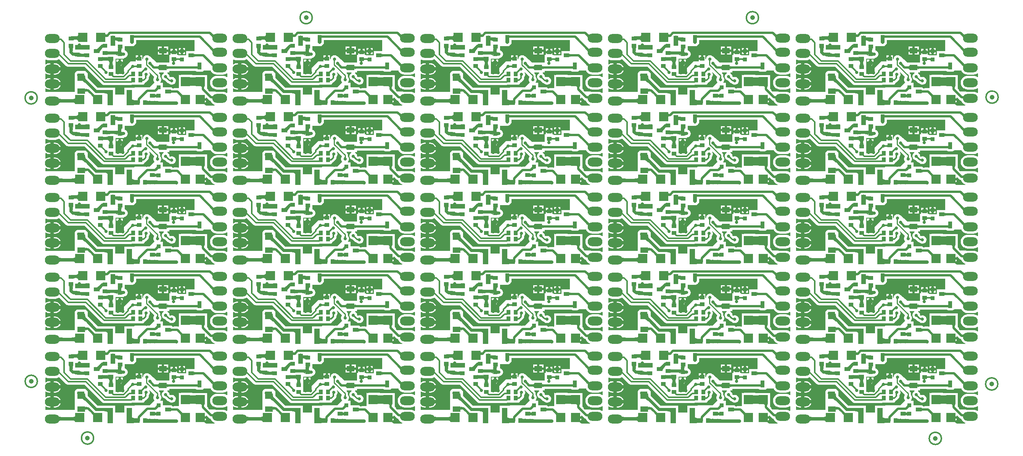
<source format=gbl>
G04*
G04 #@! TF.GenerationSoftware,Altium Limited,Altium Designer,23.8.1 (32)*
G04*
G04 Layer_Physical_Order=2*
G04 Layer_Color=16711680*
%FSTAX26Y26*%
%MOIN*%
G70*
G04*
G04 #@! TF.SameCoordinates,0658DAE7-6568-40E7-827A-ADBA6E925618*
G04*
G04*
G04 #@! TF.FilePolarity,Positive*
G04*
G01*
G75*
%ADD10C,0.011811*%
%ADD11C,0.042047*%
%ADD12R,0.039370X0.037402*%
%ADD18R,0.037402X0.039370*%
%ADD22R,0.070866X0.049213*%
%ADD23R,0.078740X0.078740*%
%ADD24C,0.027559*%
%ADD25C,0.019685*%
%ADD26C,0.020000*%
%ADD27C,0.010000*%
%ADD28C,0.031496*%
%ADD38O,0.129921X0.078740*%
%ADD39C,0.027559*%
%ADD40C,0.039370*%
%ADD41R,0.036000X0.036000*%
%ADD42R,0.050000X0.036000*%
%ADD43R,0.047244X0.133858*%
%ADD44R,0.070866X0.045276*%
%ADD45R,0.078740X0.078740*%
%ADD46C,0.039370*%
%ADD47C,0.030000*%
%ADD48R,0.203651X0.077181*%
%ADD49R,0.035000X0.060000*%
%ADD50R,0.058739X0.021345*%
%ADD51R,0.041080X0.090745*%
%ADD52R,0.127015X0.044650*%
%ADD53R,0.034230X0.065000*%
G36*
X07106438Y03432525D02*
X07106985Y03431118D01*
X07107897Y03429877D01*
X07109173Y03428802D01*
X07110815Y03427891D01*
X07112821Y03427147D01*
X07115191Y03426568D01*
X07117927Y03426154D01*
X07121027Y03425906D01*
X07124492Y03425823D01*
Y03406138D01*
X07121027Y03406055D01*
X07117927Y03405807D01*
X07115191Y03405393D01*
X07112821Y03404814D01*
X07110815Y0340407D01*
X07109173Y0340316D01*
X07107897Y03402084D01*
X07106985Y03400843D01*
X07106438Y03399436D01*
X07106256Y03397864D01*
Y03434097D01*
X07106438Y03432525D01*
D02*
G37*
G36*
X05466437D02*
X05466984Y03431118D01*
X05467896Y03429877D01*
X05469173Y03428802D01*
X05470814Y03427891D01*
X0547282Y03427147D01*
X05475191Y03426568D01*
X05477926Y03426154D01*
X05481026Y03425906D01*
X05484491Y03425823D01*
Y03406138D01*
X05481026Y03406055D01*
X05477926Y03405807D01*
X05475191Y03405393D01*
X0547282Y03404814D01*
X05470814Y0340407D01*
X05469173Y0340316D01*
X05467896Y03402084D01*
X05466984Y03400843D01*
X05466437Y03399436D01*
X05466255Y03397864D01*
Y03434097D01*
X05466437Y03432525D01*
D02*
G37*
G36*
X03826437D02*
X03826984Y03431118D01*
X03827896Y03429877D01*
X03829172Y03428802D01*
X03830813Y03427891D01*
X03832819Y03427147D01*
X0383519Y03426568D01*
X03837925Y03426154D01*
X03841026Y03425906D01*
X0384449Y03425823D01*
Y03406138D01*
X03841026Y03406055D01*
X03837925Y03405807D01*
X0383519Y03405393D01*
X03832819Y03404814D01*
X03830813Y0340407D01*
X03829172Y0340316D01*
X03827896Y03402084D01*
X03826984Y03400843D01*
X03826437Y03399436D01*
X03826254Y03397864D01*
Y03434097D01*
X03826437Y03432525D01*
D02*
G37*
G36*
X02186436D02*
X02186983Y03431118D01*
X02187895Y03429877D01*
X02189171Y03428802D01*
X02190813Y03427891D01*
X02192819Y03427147D01*
X02195189Y03426568D01*
X02197925Y03426154D01*
X02201025Y03425906D01*
X0220449Y03425823D01*
Y03406138D01*
X02201025Y03406055D01*
X02197925Y03405807D01*
X02195189Y03405393D01*
X02192819Y03404814D01*
X02190813Y0340407D01*
X02189171Y0340316D01*
X02187895Y03402084D01*
X02186983Y03400843D01*
X02186436Y03399436D01*
X02186254Y03397864D01*
Y03434097D01*
X02186436Y03432525D01*
D02*
G37*
G36*
X00546435D02*
X00546982Y03431118D01*
X00547894Y03429877D01*
X00549171Y03428802D01*
X00550812Y03427891D01*
X00552818Y03427147D01*
X00555189Y03426568D01*
X00557924Y03426154D01*
X00561024Y03425906D01*
X00564489Y03425823D01*
Y03406138D01*
X00561024Y03406055D01*
X00557924Y03405807D01*
X00555189Y03405393D01*
X00552818Y03404814D01*
X00550812Y0340407D01*
X00549171Y0340316D01*
X00547894Y03402084D01*
X00546982Y03400843D01*
X00546435Y03399436D01*
X00546253Y03397864D01*
Y03434097D01*
X00546435Y03432525D01*
D02*
G37*
G36*
X08045234Y03432833D02*
X08051073Y03428103D01*
X08053615Y03426533D01*
X08055904Y03425491D01*
X08057942Y0342498D01*
X08059727Y03424998D01*
X0806126Y03425545D01*
X08062541Y03426622D01*
X0806357Y03428228D01*
X08045508Y03390794D01*
X08046182Y03392739D01*
X08046411Y03394854D01*
X08046194Y03397139D01*
X08045532Y03399593D01*
X08044424Y03402218D01*
X0804287Y03405013D01*
X08040871Y03407977D01*
X08038426Y03411112D01*
X08035535Y03414416D01*
X08032199Y03417891D01*
X08041936Y03435992D01*
X08045234Y03432833D01*
D02*
G37*
G36*
X06405233D02*
X06411073Y03428103D01*
X06413614Y03426533D01*
X06415904Y03425491D01*
X06417941Y0342498D01*
X06419726Y03424998D01*
X06421259Y03425545D01*
X0642254Y03426622D01*
X06423569Y03428228D01*
X06405507Y03390794D01*
X06406181Y03392739D01*
X0640641Y03394854D01*
X06406194Y03397139D01*
X06405531Y03399593D01*
X06404423Y03402218D01*
X0640287Y03405013D01*
X0640087Y03407977D01*
X06398425Y03411112D01*
X06395534Y03414416D01*
X06392198Y03417891D01*
X06401935Y03435992D01*
X06405233Y03432833D01*
D02*
G37*
G36*
X04765232D02*
X04771072Y03428103D01*
X04773613Y03426533D01*
X04775903Y03425491D01*
X0477794Y0342498D01*
X04779725Y03424998D01*
X04781258Y03425545D01*
X04782539Y03426622D01*
X04783568Y03428228D01*
X04765506Y03390794D01*
X04766181Y03392739D01*
X0476641Y03394854D01*
X04766193Y03397139D01*
X04765531Y03399593D01*
X04764423Y03402218D01*
X04762869Y03405013D01*
X04760869Y03407977D01*
X04758424Y03411112D01*
X04755534Y03414416D01*
X04752197Y03417891D01*
X04761934Y03435992D01*
X04765232Y03432833D01*
D02*
G37*
G36*
X03125232D02*
X03131071Y03428103D01*
X03133613Y03426533D01*
X03135902Y03425491D01*
X03137939Y0342498D01*
X03139725Y03424998D01*
X03141258Y03425545D01*
X03142539Y03426622D01*
X03143568Y03428228D01*
X03125506Y03390794D01*
X0312618Y03392739D01*
X03126409Y03394854D01*
X03126192Y03397139D01*
X0312553Y03399593D01*
X03124422Y03402218D01*
X03122868Y03405013D01*
X03120869Y03407977D01*
X03118424Y03411112D01*
X03115533Y03414416D01*
X03112196Y03417891D01*
X03121934Y03435992D01*
X03125232Y03432833D01*
D02*
G37*
G36*
X01485231D02*
X0149107Y03428103D01*
X01493612Y03426533D01*
X01495901Y03425491D01*
X01497939Y0342498D01*
X01499724Y03424998D01*
X01501257Y03425545D01*
X01502538Y03426622D01*
X01503567Y03428228D01*
X01485505Y03390794D01*
X01486179Y03392739D01*
X01486408Y03394854D01*
X01486192Y03397139D01*
X01485529Y03399593D01*
X01484421Y03402218D01*
X01482868Y03405013D01*
X01480868Y03407977D01*
X01478423Y03411112D01*
X01475532Y03414416D01*
X01472196Y03417891D01*
X01481933Y03435992D01*
X01485231Y03432833D01*
D02*
G37*
G36*
X06709333Y03394503D02*
X06709558Y03393589D01*
X06710044Y03392782D01*
X06710792Y03392083D01*
X067118Y03391492D01*
X0671307Y03391008D01*
X06714601Y03390631D01*
X06716394Y03390362D01*
X06718447Y03390201D01*
X06720762Y03390147D01*
X06719883Y03378336D01*
X06717371Y03378283D01*
X06713087Y03377856D01*
X06711316Y03377483D01*
X06709792Y03377003D01*
X06708515Y03376416D01*
X06707485Y03375723D01*
X06706703Y03374923D01*
X06706167Y03374016D01*
X06705878Y03373003D01*
X06709369Y03395525D01*
X06709333Y03394503D01*
D02*
G37*
G36*
X05069332D02*
X05069557Y03393589D01*
X05070043Y03392782D01*
X05070791Y03392083D01*
X050718Y03391492D01*
X05073069Y03391008D01*
X050746Y03390631D01*
X05076393Y03390362D01*
X05078446Y03390201D01*
X05080761Y03390147D01*
X05079882Y03378336D01*
X0507737Y03378283D01*
X05073087Y03377856D01*
X05071316Y03377483D01*
X05069792Y03377003D01*
X05068515Y03376416D01*
X05067485Y03375723D01*
X05066702Y03374923D01*
X05066166Y03374016D01*
X05065877Y03373003D01*
X05069368Y03395525D01*
X05069332Y03394503D01*
D02*
G37*
G36*
X03429331D02*
X03429557Y03393589D01*
X03430043Y03392782D01*
X0343079Y03392083D01*
X03431799Y03391492D01*
X03433069Y03391008D01*
X034346Y03390631D01*
X03436392Y03390362D01*
X03438446Y03390201D01*
X0344076Y03390147D01*
X03439881Y03378336D01*
X03437369Y03378283D01*
X03433086Y03377856D01*
X03431315Y03377483D01*
X03429791Y03377003D01*
X03428514Y03376416D01*
X03427484Y03375723D01*
X03426701Y03374923D01*
X03426165Y03374016D01*
X03425876Y03373003D01*
X03429368Y03395525D01*
X03429331Y03394503D01*
D02*
G37*
G36*
X01789331D02*
X01789556Y03393589D01*
X01790042Y03392782D01*
X0179079Y03392083D01*
X01791798Y03391492D01*
X01793068Y03391008D01*
X01794599Y03390631D01*
X01796391Y03390362D01*
X01798445Y03390201D01*
X01800759Y03390147D01*
X01799881Y03378336D01*
X01797369Y03378283D01*
X01793085Y03377856D01*
X01791314Y03377483D01*
X0178979Y03377003D01*
X01788513Y03376416D01*
X01787483Y03375723D01*
X017867Y03374923D01*
X01786165Y03374016D01*
X01785876Y03373003D01*
X01789367Y03395525D01*
X01789331Y03394503D01*
D02*
G37*
G36*
X0014933D02*
X00149555Y03393589D01*
X00150041Y03392782D01*
X00150789Y03392083D01*
X00151798Y03391492D01*
X00153067Y03391008D01*
X00154598Y03390631D01*
X00156391Y03390362D01*
X00158444Y03390201D01*
X00160759Y03390147D01*
X0015988Y03378336D01*
X00157368Y03378283D01*
X00153085Y03377856D01*
X00151314Y03377483D01*
X0014979Y03377003D01*
X00148513Y03376416D01*
X00147483Y03375723D01*
X001467Y03374923D01*
X00146164Y03374016D01*
X00145875Y03373003D01*
X00149366Y03395525D01*
X0014933Y03394503D01*
D02*
G37*
G36*
X06871326Y03368776D02*
X06871049Y03371394D01*
X06870219Y03373736D01*
X06868835Y03375803D01*
X06866898Y03377595D01*
X06864406Y0337911D01*
X06861362Y03380351D01*
X06857763Y03381315D01*
X06853612Y03382004D01*
X06850159Y03382307D01*
X06843072Y03381688D01*
X06839489Y03381013D01*
X06836458Y03380145D01*
X06833978Y03379085D01*
X06832048Y03377832D01*
X06830671Y03376386D01*
X06829844Y03374747D01*
X06829568Y03372915D01*
Y03410077D01*
X06843647Y03410096D01*
Y03410114D01*
X06848906Y03410252D01*
X06853612Y03410666D01*
X06857763Y03411354D01*
X06861362Y03412319D01*
X06864406Y03413559D01*
X06866898Y03415075D01*
X06868835Y03416866D01*
X06870219Y03418933D01*
X06871049Y03421276D01*
X06871326Y03423894D01*
Y03368776D01*
D02*
G37*
G36*
X05231325D02*
X05231049Y03371394D01*
X05230218Y03373736D01*
X05228834Y03375803D01*
X05226897Y03377595D01*
X05224406Y0337911D01*
X05221361Y03380351D01*
X05217763Y03381315D01*
X05213611Y03382004D01*
X05210158Y03382307D01*
X05203072Y03381688D01*
X05199489Y03381013D01*
X05196457Y03380145D01*
X05193977Y03379085D01*
X05192048Y03377832D01*
X0519067Y03376386D01*
X05189843Y03374747D01*
X05189568Y03372915D01*
Y03410077D01*
X05203646Y03410096D01*
Y03410114D01*
X05208905Y03410252D01*
X05213611Y03410666D01*
X05217763Y03411354D01*
X05221361Y03412319D01*
X05224406Y03413559D01*
X05226897Y03415075D01*
X05228834Y03416866D01*
X05230218Y03418933D01*
X05231049Y03421276D01*
X05231325Y03423894D01*
Y03368776D01*
D02*
G37*
G36*
X03591325D02*
X03591048Y03371394D01*
X03590218Y03373736D01*
X03588834Y03375803D01*
X03586896Y03377595D01*
X03584405Y0337911D01*
X0358136Y03380351D01*
X03577762Y03381315D01*
X0357361Y03382004D01*
X03570158Y03382307D01*
X03563071Y03381688D01*
X03559488Y03381013D01*
X03556457Y03380145D01*
X03553976Y03379085D01*
X03552047Y03377832D01*
X03550669Y03376386D01*
X03549842Y03374747D01*
X03549567Y03372915D01*
Y03410077D01*
X03563646Y03410096D01*
Y03410114D01*
X03568905Y03410252D01*
X0357361Y03410666D01*
X03577762Y03411354D01*
X0358136Y03412319D01*
X03584405Y03413559D01*
X03586896Y03415075D01*
X03588834Y03416866D01*
X03590218Y03418933D01*
X03591048Y03421276D01*
X03591325Y03423894D01*
Y03368776D01*
D02*
G37*
G36*
X01951324D02*
X01951047Y03371394D01*
X01950217Y03373736D01*
X01948833Y03375803D01*
X01946895Y03377595D01*
X01944404Y0337911D01*
X0194136Y03380351D01*
X01937761Y03381315D01*
X0193361Y03382004D01*
X01930157Y03382307D01*
X0192307Y03381688D01*
X01919487Y03381013D01*
X01916456Y03380145D01*
X01913976Y03379085D01*
X01912046Y03377832D01*
X01910668Y03376386D01*
X01909842Y03374747D01*
X01909566Y03372915D01*
Y03410077D01*
X01923645Y03410096D01*
Y03410114D01*
X01928904Y03410252D01*
X0193361Y03410666D01*
X01937761Y03411354D01*
X0194136Y03412319D01*
X01944404Y03413559D01*
X01946895Y03415075D01*
X01948833Y03416866D01*
X01950217Y03418933D01*
X01951047Y03421276D01*
X01951324Y03423894D01*
Y03368776D01*
D02*
G37*
G36*
X00311323D02*
X00311047Y03371394D01*
X00310216Y03373736D01*
X00308832Y03375803D01*
X00306895Y03377595D01*
X00304404Y0337911D01*
X00301359Y03380351D01*
X00297761Y03381315D01*
X00293609Y03382004D01*
X00290156Y03382307D01*
X00283069Y03381688D01*
X00279487Y03381013D01*
X00276455Y03380145D01*
X00273975Y03379085D01*
X00272046Y03377832D01*
X00270668Y03376386D01*
X00269841Y03374747D01*
X00269565Y03372915D01*
Y03410077D01*
X00283644Y03410096D01*
Y03410114D01*
X00288903Y03410252D01*
X00293609Y03410666D01*
X00297761Y03411354D01*
X00301359Y03412319D01*
X00304404Y03413559D01*
X00306895Y03415075D01*
X00308832Y03416866D01*
X00310216Y03418933D01*
X00311047Y03421276D01*
X00311323Y03423894D01*
Y03368776D01*
D02*
G37*
G36*
X07219226Y0340125D02*
Y03364089D01*
X0721895Y03365936D01*
X07218123Y03367589D01*
X07216746Y03369047D01*
X07214816Y03370311D01*
X07212336Y03371381D01*
X07209305Y03372256D01*
X07205722Y03372936D01*
X07201588Y03373422D01*
X07196903Y03373714D01*
X07191667Y03373811D01*
Y0340137D01*
X07219226Y0340125D01*
D02*
G37*
G36*
X05579225D02*
Y03364089D01*
X0557895Y03365936D01*
X05578123Y03367589D01*
X05576745Y03369047D01*
X05574816Y03370311D01*
X05572335Y03371381D01*
X05569304Y03372256D01*
X05565721Y03372936D01*
X05561587Y03373422D01*
X05556902Y03373714D01*
X05551666Y03373811D01*
Y0340137D01*
X05579225Y0340125D01*
D02*
G37*
G36*
X03939224D02*
Y03364089D01*
X03938949Y03365936D01*
X03938122Y03367589D01*
X03936744Y03369047D01*
X03934815Y03370311D01*
X03932335Y03371381D01*
X03929303Y03372256D01*
X0392572Y03372936D01*
X03921587Y03373422D01*
X03916902Y03373714D01*
X03911665Y03373811D01*
Y0340137D01*
X03939224Y0340125D01*
D02*
G37*
G36*
X02299224D02*
Y03364089D01*
X02298948Y03365936D01*
X02298121Y03367589D01*
X02296744Y03369047D01*
X02294814Y03370311D01*
X02292334Y03371381D01*
X02289302Y03372256D01*
X0228572Y03372936D01*
X02281586Y03373422D01*
X02276901Y03373714D01*
X02271665Y03373811D01*
Y0340137D01*
X02299224Y0340125D01*
D02*
G37*
G36*
X00659223D02*
Y03364089D01*
X00658947Y03365936D01*
X00658121Y03367589D01*
X00656743Y03369047D01*
X00654814Y03370311D01*
X00652333Y03371381D01*
X00649302Y03372256D01*
X00645719Y03372936D01*
X00641585Y03373422D01*
X006369Y03373714D01*
X00631664Y03373811D01*
Y0340137D01*
X00659223Y0340125D01*
D02*
G37*
G36*
X07077656Y03300055D02*
X07073954Y0329619D01*
X07067718Y03288653D01*
X07065185Y0328498D01*
X07063041Y03281372D01*
X07061287Y03277828D01*
X07059923Y03274349D01*
X07058949Y03270933D01*
X07058364Y03267582D01*
X07058169Y03264296D01*
X07019195Y03300055D01*
X07021414Y03298572D01*
X07024006Y03297851D01*
X07026971Y03297893D01*
X07030309Y03298698D01*
X0703402Y03300265D01*
X07038104Y03302595D01*
X0704256Y03305688D01*
X0704739Y03309544D01*
X07058169Y03319543D01*
X07077656Y03300055D01*
D02*
G37*
G36*
X05437656D02*
X05433953Y0329619D01*
X05427717Y03288653D01*
X05425184Y0328498D01*
X0542304Y03281372D01*
X05421286Y03277828D01*
X05419922Y03274349D01*
X05418948Y03270933D01*
X05418363Y03267582D01*
X05418168Y03264296D01*
X05379194Y03300055D01*
X05381413Y03298572D01*
X05384005Y03297851D01*
X0538697Y03297893D01*
X05390308Y03298698D01*
X05394019Y03300265D01*
X05398103Y03302595D01*
X0540256Y03305688D01*
X0540739Y03309544D01*
X05418168Y03319543D01*
X05437656Y03300055D01*
D02*
G37*
G36*
X03797655D02*
X03793952Y0329619D01*
X03787716Y03288653D01*
X03785183Y0328498D01*
X03783039Y03281372D01*
X03781286Y03277828D01*
X03779922Y03274349D01*
X03778947Y03270933D01*
X03778363Y03267582D01*
X03778168Y03264296D01*
X03739193Y03300055D01*
X03741412Y03298572D01*
X03744004Y03297851D01*
X03746969Y03297893D01*
X03750307Y03298698D01*
X03754018Y03300265D01*
X03758102Y03302595D01*
X03762559Y03305688D01*
X03767389Y03309544D01*
X03778168Y03319543D01*
X03797655Y03300055D01*
D02*
G37*
G36*
X02157654D02*
X02153952Y0329619D01*
X02147716Y03288653D01*
X02145182Y0328498D01*
X02143039Y03281372D01*
X02141285Y03277828D01*
X02139921Y03274349D01*
X02138947Y03270933D01*
X02138362Y03267582D01*
X02138167Y03264296D01*
X02099193Y03300055D01*
X02101412Y03298572D01*
X02104004Y03297851D01*
X02106969Y03297893D01*
X02110307Y03298698D01*
X02114017Y03300265D01*
X02118101Y03302595D01*
X02122558Y03305688D01*
X02127388Y03309544D01*
X02138167Y03319543D01*
X02157654Y03300055D01*
D02*
G37*
G36*
X00517654D02*
X00513951Y0329619D01*
X00507715Y03288653D01*
X00505182Y0328498D01*
X00503038Y03281372D01*
X00501284Y03277828D01*
X0049992Y03274349D01*
X00498946Y03270933D01*
X00498361Y03267582D01*
X00498166Y03264296D01*
X00459192Y03300055D01*
X00461411Y03298572D01*
X00464003Y03297851D01*
X00466968Y03297893D01*
X00470306Y03298698D01*
X00474017Y03300265D01*
X00478101Y03302595D01*
X00482558Y03305688D01*
X00487388Y03309544D01*
X00498166Y03319543D01*
X00517654Y03300055D01*
D02*
G37*
G36*
X06828469Y03309648D02*
X06827485Y03308821D01*
X06826618Y03307443D01*
X06825865Y03305514D01*
X06825229Y03303033D01*
X06824708Y03300002D01*
X06824303Y03296419D01*
X06823841Y032876D01*
X06823783Y03282364D01*
X06796224D01*
X06796166Y032876D01*
X06795298Y03300002D01*
X06794777Y03303033D01*
X06794141Y03305514D01*
X06793389Y03307443D01*
X06792521Y03308821D01*
X06791537Y03309648D01*
X06790438Y03309923D01*
X06829568D01*
X06828469Y03309648D01*
D02*
G37*
G36*
X05188468D02*
X05187485Y03308821D01*
X05186617Y03307443D01*
X05185865Y03305514D01*
X05185228Y03303033D01*
X05184708Y03300002D01*
X05184303Y03296419D01*
X0518384Y032876D01*
X05183782Y03282364D01*
X05156223D01*
X05156165Y032876D01*
X05155297Y03300002D01*
X05154777Y03303033D01*
X0515414Y03305514D01*
X05153388Y03307443D01*
X0515252Y03308821D01*
X05151537Y03309648D01*
X05150438Y03309923D01*
X05189568D01*
X05188468Y03309648D01*
D02*
G37*
G36*
X03548468D02*
X03547484Y03308821D01*
X03546616Y03307443D01*
X03545864Y03305514D01*
X03545228Y03303033D01*
X03544707Y03300002D01*
X03544302Y03296419D01*
X03543839Y032876D01*
X03543781Y03282364D01*
X03516222D01*
X03516164Y032876D01*
X03515297Y03300002D01*
X03514776Y03303033D01*
X0351414Y03305514D01*
X03513387Y03307443D01*
X0351252Y03308821D01*
X03511536Y03309648D01*
X03510437Y03309923D01*
X03549567D01*
X03548468Y03309648D01*
D02*
G37*
G36*
X01908467D02*
X01907483Y03308821D01*
X01906616Y03307443D01*
X01905863Y03305514D01*
X01905227Y03303033D01*
X01904706Y03300002D01*
X01904301Y03296419D01*
X01903839Y032876D01*
X01903781Y03282364D01*
X01876222D01*
X01876164Y032876D01*
X01875296Y03300002D01*
X01874775Y03303033D01*
X01874139Y03305514D01*
X01873387Y03307443D01*
X01872519Y03308821D01*
X01871535Y03309648D01*
X01870436Y03309923D01*
X01909566D01*
X01908467Y03309648D01*
D02*
G37*
G36*
X00268466D02*
X00267483Y03308821D01*
X00266615Y03307443D01*
X00265863Y03305514D01*
X00265226Y03303033D01*
X00264706Y03300002D01*
X00264301Y03296419D01*
X00263838Y032876D01*
X0026378Y03282364D01*
X00236221D01*
X00236163Y032876D01*
X00235295Y03300002D01*
X00234774Y03303033D01*
X00234138Y03305514D01*
X00233386Y03307443D01*
X00232518Y03308821D01*
X00231535Y03309648D01*
X00230435Y03309923D01*
X00269565D01*
X00268466Y03309648D01*
D02*
G37*
G36*
X07890003Y03282173D02*
X07885037D01*
X07883671Y03282445D01*
X07882379Y03282188D01*
X07881065Y03282278D01*
X07880754Y03282173D01*
X07813791D01*
Y03244173D01*
X07746704D01*
Y03248378D01*
X07736704D01*
Y0326267D01*
X07707019D01*
X07677334D01*
Y03248378D01*
X07667334D01*
Y03181961D01*
X07557244D01*
Y03182081D01*
X0749957Y03232749D01*
X07493281Y03239038D01*
X07485578Y03243485D01*
X07476987Y03245787D01*
X07468093D01*
X07459501Y03243485D01*
X07451799Y03239038D01*
X0744551Y03232749D01*
X07441062Y03225046D01*
X0743876Y03216455D01*
Y03212748D01*
X0743376Y03209608D01*
X07433476Y03209745D01*
Y03242867D01*
X07413791D01*
Y03214166D01*
X07403791D01*
Y03204166D01*
X07374106D01*
Y03189874D01*
X07365926D01*
X07365876Y0319D01*
X07365876Y0319D01*
X07329909D01*
X07273047Y03133138D01*
Y03103259D01*
X07273046Y03103259D01*
X07274288Y03098791D01*
X07257799Y03082302D01*
X07198476D01*
Y03103969D01*
Y03159884D01*
X07198748Y0316125D01*
X07198476Y03162617D01*
Y03163189D01*
X07198528Y03164238D01*
X07198476Y03164383D01*
Y03177673D01*
X07198791D01*
Y03194522D01*
X07198805Y03194559D01*
X07198791Y03194931D01*
Y03196393D01*
X07199063Y03197742D01*
X07198791Y03199126D01*
Y03215673D01*
X07271791D01*
Y03221306D01*
X07271856Y0322132D01*
X07272157Y03221359D01*
X0727439D01*
X07276546Y03221937D01*
X07278761Y03222229D01*
X07280824Y03223083D01*
X07282981Y03223661D01*
X07284914Y03224778D01*
X07286978Y03225632D01*
X0728875Y03226992D01*
X07290684Y03228108D01*
X07292263Y03229687D01*
X07294034Y03231047D01*
X07295394Y03232818D01*
X07296973Y03234398D01*
X07298089Y03236331D01*
X07299449Y03238103D01*
X07300304Y03240167D01*
X0730142Y032421D01*
X07301998Y03244257D01*
X07302853Y0324632D01*
X07303144Y03248535D01*
X07303722Y03250691D01*
Y03252924D01*
X07304014Y03255139D01*
X07303722Y03257353D01*
Y03259586D01*
X07303144Y03261742D01*
X07302853Y03263957D01*
X07301998Y0326602D01*
X0730142Y03268177D01*
X07300304Y03270111D01*
X07299449Y03272174D01*
X07298089Y03273946D01*
X07296973Y0327588D01*
X07295394Y03277459D01*
X07294034Y0327923D01*
X07292263Y0328059D01*
X07290684Y03282169D01*
X0728875Y03283285D01*
X07286978Y03284645D01*
X07284914Y032855D01*
X07282981Y03286616D01*
X07280824Y03287194D01*
X07278761Y03288049D01*
X07278476Y03288086D01*
Y0329973D01*
X07278748Y03301097D01*
X0727848Y03302444D01*
X07278566Y03303814D01*
X07278476Y03304077D01*
Y03322965D01*
X07346868D01*
X07347001Y03323097D01*
X07355592Y03325399D01*
X07363294Y03329847D01*
X07369584Y03336136D01*
X07372587Y03341338D01*
X0737321Y03341754D01*
X07377631Y0334837D01*
X07379183Y03356173D01*
Y03376073D01*
X07890003D01*
Y03282173D01*
D02*
G37*
G36*
X06250002D02*
X06245037D01*
X0624367Y03282445D01*
X06242378Y03282188D01*
X06241064Y03282278D01*
X06240753Y03282173D01*
X0617379D01*
Y03244173D01*
X06106704D01*
Y03248378D01*
X06096704D01*
Y0326267D01*
X06067019D01*
X06037334D01*
Y03248378D01*
X06027334D01*
Y03181961D01*
X05917244D01*
Y03182081D01*
X05859569Y03232749D01*
X0585328Y03239038D01*
X05845578Y03243485D01*
X05836986Y03245787D01*
X05828092D01*
X05819501Y03243485D01*
X05811798Y03239038D01*
X05805509Y03232749D01*
X05801062Y03225046D01*
X0579876Y03216455D01*
Y03212748D01*
X0579376Y03209608D01*
X05793475Y03209745D01*
Y03242867D01*
X0577379D01*
Y03214166D01*
X0576379D01*
Y03204166D01*
X05734105D01*
Y03189874D01*
X05725925D01*
X05725875Y0319D01*
X05725875Y0319D01*
X05689908D01*
X05633046Y03133138D01*
Y03103259D01*
X05633046Y03103259D01*
X05634287Y03098791D01*
X05617799Y03082302D01*
X05558475D01*
Y03103969D01*
Y03159884D01*
X05558747Y0316125D01*
X05558475Y03162617D01*
Y03163189D01*
X05558527Y03164238D01*
X05558475Y03164383D01*
Y03177673D01*
X0555879D01*
Y03194522D01*
X05558804Y03194559D01*
X0555879Y03194931D01*
Y03196393D01*
X05559062Y03197742D01*
X0555879Y03199126D01*
Y03215673D01*
X0563179D01*
Y03221306D01*
X05631856Y0322132D01*
X05632156Y03221359D01*
X05634389D01*
X05636546Y03221937D01*
X0563876Y03222229D01*
X05640823Y03223083D01*
X0564298Y03223661D01*
X05644914Y03224778D01*
X05646977Y03225632D01*
X05648749Y03226992D01*
X05650683Y03228108D01*
X05652262Y03229687D01*
X05654034Y03231047D01*
X05655393Y03232818D01*
X05656972Y03234398D01*
X05658088Y03236331D01*
X05659448Y03238103D01*
X05660303Y03240167D01*
X05661419Y032421D01*
X05661997Y03244257D01*
X05662852Y0324632D01*
X05663143Y03248535D01*
X05663721Y03250691D01*
Y03252924D01*
X05664013Y03255139D01*
X05663721Y03257353D01*
Y03259586D01*
X05663143Y03261742D01*
X05662852Y03263957D01*
X05661997Y0326602D01*
X05661419Y03268177D01*
X05660303Y03270111D01*
X05659448Y03272174D01*
X05658088Y03273946D01*
X05656972Y0327588D01*
X05655393Y03277459D01*
X05654034Y0327923D01*
X05652262Y0328059D01*
X05650683Y03282169D01*
X05648749Y03283285D01*
X05646977Y03284645D01*
X05644914Y032855D01*
X0564298Y03286616D01*
X05640823Y03287194D01*
X0563876Y03288049D01*
X05638475Y03288086D01*
Y0329973D01*
X05638747Y03301097D01*
X05638479Y03302444D01*
X05638565Y03303814D01*
X05638475Y03304077D01*
Y03322965D01*
X05706868D01*
X05707Y03323097D01*
X05715591Y03325399D01*
X05723294Y03329847D01*
X05729583Y03336136D01*
X05732586Y03341338D01*
X05733209Y03341754D01*
X0573763Y0334837D01*
X05739182Y03356173D01*
Y03376073D01*
X06250002D01*
Y03282173D01*
D02*
G37*
G36*
X04610002D02*
X04605036D01*
X04603669Y03282445D01*
X04602377Y03282188D01*
X04601063Y03282278D01*
X04600752Y03282173D01*
X04533789D01*
Y03244173D01*
X04466703D01*
Y03248378D01*
X04456703D01*
Y0326267D01*
X04427018D01*
X04397333D01*
Y03248378D01*
X04387333D01*
Y03181961D01*
X04277243D01*
Y03182081D01*
X04219569Y03232749D01*
X04213279Y03239038D01*
X04205577Y03243485D01*
X04196986Y03245787D01*
X04188091D01*
X041795Y03243485D01*
X04171797Y03239038D01*
X04165508Y03232749D01*
X04161061Y03225046D01*
X04158759Y03216455D01*
Y03212748D01*
X04153759Y03209608D01*
X04153475Y03209745D01*
Y03242867D01*
X0413379D01*
Y03214166D01*
X0412379D01*
Y03204166D01*
X04094104D01*
Y03189874D01*
X04085924D01*
X04085875Y0319D01*
X04085874Y0319D01*
X04049907D01*
X03993045Y03133138D01*
Y03103259D01*
X03993045Y03103259D01*
X03994286Y03098791D01*
X03977798Y03082302D01*
X03918474D01*
Y03103969D01*
Y03159884D01*
X03918746Y0316125D01*
X03918474Y03162617D01*
Y03163189D01*
X03918526Y03164238D01*
X03918474Y03164383D01*
Y03177673D01*
X03918789D01*
Y03194522D01*
X03918803Y03194559D01*
X03918789Y03194931D01*
Y03196393D01*
X03919061Y03197742D01*
X03918789Y03199126D01*
Y03215673D01*
X03991789D01*
Y03221306D01*
X03991855Y0322132D01*
X03992155Y03221359D01*
X03994388D01*
X03996545Y03221937D01*
X03998759Y03222229D01*
X04000823Y03223083D01*
X04002979Y03223661D01*
X04004913Y03224778D01*
X04006977Y03225632D01*
X04008749Y03226992D01*
X04010682Y03228108D01*
X04012261Y03229687D01*
X04014033Y03231047D01*
X04015392Y03232818D01*
X04016971Y03234398D01*
X04018088Y03236331D01*
X04019448Y03238103D01*
X04020302Y03240167D01*
X04021419Y032421D01*
X04021997Y03244257D01*
X04022851Y0324632D01*
X04023143Y03248535D01*
X04023721Y03250691D01*
Y03252924D01*
X04024012Y03255139D01*
X04023721Y03257353D01*
Y03259586D01*
X04023143Y03261742D01*
X04022851Y03263957D01*
X04021997Y0326602D01*
X04021419Y03268177D01*
X04020302Y03270111D01*
X04019448Y03272174D01*
X04018088Y03273946D01*
X04016971Y0327588D01*
X04015392Y03277459D01*
X04014033Y0327923D01*
X04012261Y0328059D01*
X04010682Y03282169D01*
X04008749Y03283285D01*
X04006977Y03284645D01*
X04004913Y032855D01*
X04002979Y03286616D01*
X04000823Y03287194D01*
X03998759Y03288049D01*
X03998474Y03288086D01*
Y0329973D01*
X03998746Y03301097D01*
X03998478Y03302444D01*
X03998564Y03303814D01*
X03998474Y03304077D01*
Y03322965D01*
X04066867D01*
X04066999Y03323097D01*
X0407559Y03325399D01*
X04083293Y03329847D01*
X04089582Y03336136D01*
X04092586Y03341338D01*
X04093209Y03341754D01*
X04097629Y0334837D01*
X04099181Y03356173D01*
Y03376073D01*
X04610002D01*
Y03282173D01*
D02*
G37*
G36*
X02970001D02*
X02965035D01*
X02963669Y03282445D01*
X02962377Y03282188D01*
X02961062Y03282278D01*
X02960752Y03282173D01*
X02893789D01*
Y03244173D01*
X02826702D01*
Y03248378D01*
X02816702D01*
Y0326267D01*
X02787017D01*
X02757332D01*
Y03248378D01*
X02747332D01*
Y03181961D01*
X02637242D01*
Y03182081D01*
X02579568Y03232749D01*
X02573279Y03239038D01*
X02565576Y03243485D01*
X02556985Y03245787D01*
X0254809D01*
X02539499Y03243485D01*
X02531797Y03239038D01*
X02525507Y03232749D01*
X0252106Y03225046D01*
X02518758Y03216455D01*
Y03212748D01*
X02513758Y03209608D01*
X02513474Y03209745D01*
Y03242867D01*
X02493789D01*
Y03214166D01*
X02483789D01*
Y03204166D01*
X02454104D01*
Y03189874D01*
X02445923D01*
X02445874Y0319D01*
X02445874Y0319D01*
X02409907D01*
X02353044Y03133138D01*
Y03103259D01*
X02353044Y03103259D01*
X02354286Y03098791D01*
X02337797Y03082302D01*
X02278474D01*
Y03103969D01*
Y03159884D01*
X02278746Y0316125D01*
X02278474Y03162617D01*
Y03163189D01*
X02278526Y03164238D01*
X02278474Y03164383D01*
Y03177673D01*
X02278789D01*
Y03194522D01*
X02278802Y03194559D01*
X02278789Y03194931D01*
Y03196393D01*
X02279061Y03197742D01*
X02278789Y03199126D01*
Y03215673D01*
X02351789D01*
Y03221306D01*
X02351854Y0322132D01*
X02352155Y03221359D01*
X02354388D01*
X02356544Y03221937D01*
X02358759Y03222229D01*
X02360822Y03223083D01*
X02362979Y03223661D01*
X02364912Y03224778D01*
X02366976Y03225632D01*
X02368748Y03226992D01*
X02370682Y03228108D01*
X0237226Y03229687D01*
X02374032Y03231047D01*
X02375392Y03232818D01*
X02376971Y03234398D01*
X02378087Y03236331D01*
X02379447Y03238103D01*
X02380302Y03240167D01*
X02381418Y032421D01*
X02381996Y03244257D01*
X02382851Y0324632D01*
X02383142Y03248535D01*
X0238372Y03250691D01*
Y03252924D01*
X02384011Y03255139D01*
X0238372Y03257353D01*
Y03259586D01*
X02383142Y03261742D01*
X02382851Y03263957D01*
X02381996Y0326602D01*
X02381418Y03268177D01*
X02380302Y03270111D01*
X02379447Y03272174D01*
X02378087Y03273946D01*
X02376971Y0327588D01*
X02375392Y03277459D01*
X02374032Y0327923D01*
X0237226Y0328059D01*
X02370682Y03282169D01*
X02368748Y03283285D01*
X02366976Y03284645D01*
X02364912Y032855D01*
X02362979Y03286616D01*
X02360822Y03287194D01*
X02358759Y03288049D01*
X02358474Y03288086D01*
Y0329973D01*
X02358746Y03301097D01*
X02358478Y03302444D01*
X02358564Y03303814D01*
X02358474Y03304077D01*
Y03322965D01*
X02426866D01*
X02426998Y03323097D01*
X0243559Y03325399D01*
X02443292Y03329847D01*
X02449581Y03336136D01*
X02452585Y03341338D01*
X02453208Y03341754D01*
X02457628Y0334837D01*
X02459181Y03356173D01*
Y03376073D01*
X02970001D01*
Y03282173D01*
D02*
G37*
G36*
X0133D02*
X01325035D01*
X01323668Y03282445D01*
X01322376Y03282188D01*
X01321062Y03282278D01*
X01320751Y03282173D01*
X01253788D01*
Y03244173D01*
X01186701D01*
Y03248378D01*
X01176701D01*
Y0326267D01*
X01147016D01*
X01117332D01*
Y03248378D01*
X01107332D01*
Y03181961D01*
X00997242D01*
Y03182081D01*
X00939567Y03232749D01*
X00933278Y03239038D01*
X00925575Y03243485D01*
X00916984Y03245787D01*
X0090809D01*
X00899499Y03243485D01*
X00891796Y03239038D01*
X00885507Y03232749D01*
X00881059Y03225046D01*
X00878758Y03216455D01*
Y03212748D01*
X00873757Y03209608D01*
X00873473Y03209745D01*
Y03242867D01*
X00853788D01*
Y03214166D01*
X00843788D01*
Y03204166D01*
X00814103D01*
Y03189874D01*
X00805923D01*
X00805873Y0319D01*
X00805873Y0319D01*
X00769906D01*
X00713044Y03133138D01*
Y03103259D01*
X00713044Y03103259D01*
X00714285Y03098791D01*
X00697797Y03082302D01*
X00638473D01*
Y03103969D01*
Y03159884D01*
X00638745Y0316125D01*
X00638473Y03162617D01*
Y03163189D01*
X00638525Y03164238D01*
X00638473Y03164383D01*
Y03177673D01*
X00638788D01*
Y03194522D01*
X00638802Y03194559D01*
X00638788Y03194931D01*
Y03196393D01*
X0063906Y03197742D01*
X00638788Y03199126D01*
Y03215673D01*
X00711788D01*
Y03221306D01*
X00711854Y0322132D01*
X00712154Y03221359D01*
X00714387D01*
X00716544Y03221937D01*
X00718758Y03222229D01*
X00720821Y03223083D01*
X00722978Y03223661D01*
X00724912Y03224778D01*
X00726975Y03225632D01*
X00728747Y03226992D01*
X00730681Y03228108D01*
X0073226Y03229687D01*
X00734032Y03231047D01*
X00735391Y03232818D01*
X0073697Y03234398D01*
X00738086Y03236331D01*
X00739446Y03238103D01*
X00740301Y03240167D01*
X00741417Y032421D01*
X00741995Y03244257D01*
X0074285Y0324632D01*
X00743141Y03248535D01*
X00743719Y03250691D01*
Y03252924D01*
X00744011Y03255139D01*
X00743719Y03257353D01*
Y03259586D01*
X00743141Y03261742D01*
X0074285Y03263957D01*
X00741995Y0326602D01*
X00741417Y03268177D01*
X00740301Y03270111D01*
X00739446Y03272174D01*
X00738086Y03273946D01*
X0073697Y0327588D01*
X00735391Y03277459D01*
X00734032Y0327923D01*
X0073226Y0328059D01*
X00730681Y03282169D01*
X00728747Y03283285D01*
X00726975Y03284645D01*
X00724912Y032855D01*
X00722978Y03286616D01*
X00720821Y03287194D01*
X00718758Y03288049D01*
X00718473Y03288086D01*
Y0329973D01*
X00718745Y03301097D01*
X00718477Y03302444D01*
X00718563Y03303814D01*
X00718473Y03304077D01*
Y03322965D01*
X00786865D01*
X00786998Y03323097D01*
X00795589Y03325399D01*
X00803292Y03329847D01*
X00809581Y03336136D01*
X00812584Y03341338D01*
X00813207Y03341754D01*
X00817628Y0334837D01*
X0081918Y03356173D01*
Y03376073D01*
X0133D01*
Y03282173D01*
D02*
G37*
G36*
X07256307Y03300821D02*
X07254473Y03299994D01*
X07252855Y03298616D01*
X07251453Y03296687D01*
X07250267Y03294207D01*
X07249296Y03291175D01*
X07248541Y03287593D01*
X07248186Y03284869D01*
X07248596Y03278443D01*
X07249047Y03275963D01*
X0724958Y03274034D01*
X07250195Y03272656D01*
X07250892Y03271829D01*
X07251671Y03271553D01*
X07215911D01*
X0721669Y03271829D01*
X07217387Y03272656D01*
X07218002Y03274034D01*
X07218535Y03275963D01*
X07218986Y03278443D01*
X07219355Y03281475D01*
X07219652Y03286134D01*
X07219226Y03301097D01*
X07258356D01*
X07256307Y03300821D01*
D02*
G37*
G36*
X05616306D02*
X05614472Y03299994D01*
X05612855Y03298616D01*
X05611452Y03296687D01*
X05610266Y03294207D01*
X05609295Y03291175D01*
X0560854Y03287593D01*
X05608185Y03284869D01*
X05608595Y03278443D01*
X05609046Y03275963D01*
X05609579Y03274034D01*
X05610194Y03272656D01*
X05610891Y03271829D01*
X0561167Y03271553D01*
X0557591D01*
X05576689Y03271829D01*
X05577386Y03272656D01*
X05578001Y03274034D01*
X05578534Y03275963D01*
X05578985Y03278443D01*
X05579355Y03281475D01*
X05579652Y03286134D01*
X05579225Y03301097D01*
X05618355D01*
X05616306Y03300821D01*
D02*
G37*
G36*
X03976305D02*
X03974472Y03299994D01*
X03972854Y03298616D01*
X03971452Y03296687D01*
X03970265Y03294207D01*
X03969295Y03291175D01*
X0396854Y03287593D01*
X03968184Y03284869D01*
X03968594Y03278443D01*
X03969045Y03275963D01*
X03969578Y03274034D01*
X03970193Y03272656D01*
X0397089Y03271829D01*
X03971669Y03271553D01*
X03935909D01*
X03936689Y03271829D01*
X03937386Y03272656D01*
X03938001Y03274034D01*
X03938534Y03275963D01*
X03938985Y03278443D01*
X03939354Y03281475D01*
X03939651Y03286134D01*
X03939224Y03301097D01*
X03978354D01*
X03976305Y03300821D01*
D02*
G37*
G36*
X02336305D02*
X02334471Y03299994D01*
X02332853Y03298616D01*
X02331451Y03296687D01*
X02330265Y03294207D01*
X02329294Y03291175D01*
X02328539Y03287593D01*
X02328184Y03284869D01*
X02328593Y03278443D01*
X02329044Y03275963D01*
X02329577Y03274034D01*
X02330193Y03272656D01*
X0233089Y03271829D01*
X02331669Y03271553D01*
X02295909D01*
X02296688Y03271829D01*
X02297385Y03272656D01*
X02298Y03274034D01*
X02298533Y03275963D01*
X02298984Y03278443D01*
X02299353Y03281475D01*
X0229965Y03286134D01*
X02299224Y03301097D01*
X02338354D01*
X02336305Y03300821D01*
D02*
G37*
G36*
X00696304D02*
X0069447Y03299994D01*
X00692852Y03298616D01*
X0069145Y03296687D01*
X00690264Y03294207D01*
X00689293Y03291175D01*
X00688538Y03287593D01*
X00688183Y03284869D01*
X00688593Y03278443D01*
X00689044Y03275963D01*
X00689577Y03274034D01*
X00690192Y03272656D01*
X00690889Y03271829D01*
X00691668Y03271553D01*
X00655908D01*
X00656687Y03271829D01*
X00657384Y03272656D01*
X00657999Y03274034D01*
X00658532Y03275963D01*
X00658983Y03278443D01*
X00659352Y03281475D01*
X00659649Y03286134D01*
X00659223Y03301097D01*
X00698353D01*
X00696304Y03300821D01*
D02*
G37*
G36*
X08045686Y03308375D02*
X08051544Y03303627D01*
X080541Y03302042D01*
X08056408Y03300982D01*
X08058467Y03300449D01*
X08060278Y03300441D01*
X0806184Y0330096D01*
X08063153Y03302004D01*
X08064218Y03303575D01*
X08045399Y03266897D01*
X08046111Y03268805D01*
X08046376Y03270883D01*
X08046195Y03273132D01*
X08045568Y03275552D01*
X08044494Y03278142D01*
X08042974Y03280903D01*
X08041008Y03283835D01*
X08038595Y03286937D01*
X08035736Y0329021D01*
X0803243Y03293654D01*
X08042384Y03311539D01*
X08045686Y03308375D01*
D02*
G37*
G36*
X06405685D02*
X06411543Y03303627D01*
X06414099Y03302042D01*
X06416407Y03300982D01*
X06418466Y03300449D01*
X06420277Y03300441D01*
X06421839Y0330096D01*
X06423152Y03302004D01*
X06424217Y03303575D01*
X06405398Y03266897D01*
X0640611Y03268805D01*
X06406376Y03270883D01*
X06406195Y03273132D01*
X06405568Y03275552D01*
X06404494Y03278142D01*
X06402974Y03280903D01*
X06401007Y03283835D01*
X06398594Y03286937D01*
X06395735Y0329021D01*
X06392429Y03293654D01*
X06402383Y03311539D01*
X06405685Y03308375D01*
D02*
G37*
G36*
X04765685D02*
X04771542Y03303627D01*
X04774099Y03302042D01*
X04776406Y03300982D01*
X04778466Y03300449D01*
X04780276Y03300441D01*
X04781838Y0330096D01*
X04783152Y03302004D01*
X04784217Y03303575D01*
X04765398Y03266897D01*
X04766109Y03268805D01*
X04766375Y03270883D01*
X04766194Y03273132D01*
X04765567Y03275552D01*
X04764493Y03278142D01*
X04762973Y03280903D01*
X04761007Y03283835D01*
X04758594Y03286937D01*
X04755734Y0329021D01*
X04752429Y03293654D01*
X04762383Y03311539D01*
X04765685Y03308375D01*
D02*
G37*
G36*
X03125684D02*
X03131542Y03303627D01*
X03134098Y03302042D01*
X03136406Y03300982D01*
X03138465Y03300449D01*
X03140275Y03300441D01*
X03141837Y0330096D01*
X03143151Y03302004D01*
X03144216Y03303575D01*
X03125397Y03266897D01*
X03126109Y03268805D01*
X03126374Y03270883D01*
X03126193Y03273132D01*
X03125566Y03275552D01*
X03124492Y03278142D01*
X03122972Y03280903D01*
X03121006Y03283835D01*
X03118593Y03286937D01*
X03115734Y0329021D01*
X03112428Y03293654D01*
X03122382Y03311539D01*
X03125684Y03308375D01*
D02*
G37*
G36*
X01485683D02*
X01491541Y03303627D01*
X01494097Y03302042D01*
X01496405Y03300982D01*
X01498464Y03300449D01*
X01500275Y03300441D01*
X01501837Y0330096D01*
X0150315Y03302004D01*
X01504215Y03303575D01*
X01485396Y03266897D01*
X01486108Y03268805D01*
X01486373Y03270883D01*
X01486193Y03273132D01*
X01485565Y03275552D01*
X01484492Y03278142D01*
X01482972Y03280903D01*
X01481005Y03283835D01*
X01478592Y03286937D01*
X01475733Y0329021D01*
X01472427Y03293654D01*
X01482381Y03311539D01*
X01485683Y03308375D01*
D02*
G37*
G36*
X07123632Y03282346D02*
X07124458Y0328153D01*
X07125836Y0328081D01*
X07127765Y03280185D01*
X07130246Y03279657D01*
X07133277Y03279225D01*
X07140994Y03278649D01*
X07150915Y03278457D01*
Y03250898D01*
X07145679Y0325085D01*
X07130246Y03249698D01*
X07127765Y03249169D01*
X07125836Y03248545D01*
X07124458Y03247825D01*
X07123632Y03247009D01*
X07123356Y03246097D01*
Y03283258D01*
X07123632Y03282346D01*
D02*
G37*
G36*
X05483631D02*
X05484458Y0328153D01*
X05485836Y0328081D01*
X05487765Y03280185D01*
X05490245Y03279657D01*
X05493276Y03279225D01*
X05500993Y03278649D01*
X05510914Y03278457D01*
Y03250898D01*
X05505678Y0325085D01*
X05490245Y03249698D01*
X05487765Y03249169D01*
X05485836Y03248545D01*
X05484458Y03247825D01*
X05483631Y03247009D01*
X05483355Y03246097D01*
Y03283258D01*
X05483631Y03282346D01*
D02*
G37*
G36*
X0384363D02*
X03844457Y0328153D01*
X03845835Y0328081D01*
X03847764Y03280185D01*
X03850244Y03279657D01*
X03853276Y03279225D01*
X03860992Y03278649D01*
X03870914Y03278457D01*
Y03250898D01*
X03865677Y0325085D01*
X03850244Y03249698D01*
X03847764Y03249169D01*
X03845835Y03248545D01*
X03844457Y03247825D01*
X0384363Y03247009D01*
X03843354Y03246097D01*
Y03283258D01*
X0384363Y03282346D01*
D02*
G37*
G36*
X02203629D02*
X02204456Y0328153D01*
X02205834Y0328081D01*
X02207763Y03280185D01*
X02210244Y03279657D01*
X02213275Y03279225D01*
X02220992Y03278649D01*
X02230913Y03278457D01*
Y03250898D01*
X02225677Y0325085D01*
X02210244Y03249698D01*
X02207763Y03249169D01*
X02205834Y03248545D01*
X02204456Y03247825D01*
X02203629Y03247009D01*
X02203354Y03246097D01*
Y03283258D01*
X02203629Y03282346D01*
D02*
G37*
G36*
X00563629D02*
X00564456Y0328153D01*
X00565833Y0328081D01*
X00567763Y03280185D01*
X00570243Y03279657D01*
X00573274Y03279225D01*
X00580991Y03278649D01*
X00590912Y03278457D01*
Y03250898D01*
X00585676Y0325085D01*
X00570243Y03249698D01*
X00567763Y03249169D01*
X00565833Y03248545D01*
X00564456Y03247825D01*
X00563629Y03247009D01*
X00563353Y03246097D01*
Y03283258D01*
X00563629Y03282346D01*
D02*
G37*
G36*
X07193588Y03278388D02*
X07205989Y03277352D01*
X07209021Y03276731D01*
X07211501Y03275972D01*
X07213431Y03275074D01*
X07214808Y03274039D01*
X07215635Y03272865D01*
X07215911Y03271553D01*
Y03237118D01*
X07215635Y03239736D01*
X07214808Y03242079D01*
X07213431Y03244146D01*
X07211501Y03245937D01*
X07209021Y03247453D01*
X07205989Y03248693D01*
X07202407Y03249658D01*
X07198273Y03250347D01*
X07193588Y0325076D01*
X07188352Y03250898D01*
Y03278457D01*
X07193588Y03278388D01*
D02*
G37*
G36*
X05553587D02*
X05565989Y03277352D01*
X0556902Y03276731D01*
X05571501Y03275972D01*
X0557343Y03275074D01*
X05574808Y03274039D01*
X05575635Y03272865D01*
X0557591Y03271553D01*
Y03237118D01*
X05575635Y03239736D01*
X05574808Y03242079D01*
X0557343Y03244146D01*
X05571501Y03245937D01*
X0556902Y03247453D01*
X05565989Y03248693D01*
X05562406Y03249658D01*
X05558272Y03250347D01*
X05553587Y0325076D01*
X05548351Y03250898D01*
Y03278457D01*
X05553587Y03278388D01*
D02*
G37*
G36*
X03913586D02*
X03925988Y03277352D01*
X0392902Y03276731D01*
X039315Y03275972D01*
X03933429Y03275074D01*
X03934807Y03274039D01*
X03935634Y03272865D01*
X03935909Y03271553D01*
Y03237118D01*
X03935634Y03239736D01*
X03934807Y03242079D01*
X03933429Y03244146D01*
X039315Y03245937D01*
X0392902Y03247453D01*
X03925988Y03248693D01*
X03922405Y03249658D01*
X03918272Y03250347D01*
X03913586Y0325076D01*
X0390835Y03250898D01*
Y03278457D01*
X03913586Y03278388D01*
D02*
G37*
G36*
X02273586D02*
X02285987Y03277352D01*
X02289019Y03276731D01*
X02291499Y03275972D01*
X02293428Y03275074D01*
X02294806Y03274039D01*
X02295633Y03272865D01*
X02295909Y03271553D01*
Y03237118D01*
X02295633Y03239736D01*
X02294806Y03242079D01*
X02293428Y03244146D01*
X02291499Y03245937D01*
X02289019Y03247453D01*
X02285987Y03248693D01*
X02282405Y03249658D01*
X02278271Y03250347D01*
X02273586Y0325076D01*
X0226835Y03250898D01*
Y03278457D01*
X02273586Y03278388D01*
D02*
G37*
G36*
X00633585D02*
X00645987Y03277352D01*
X00649018Y03276731D01*
X00651499Y03275972D01*
X00653428Y03275074D01*
X00654806Y03274039D01*
X00655632Y03272865D01*
X00655908Y03271553D01*
Y03237118D01*
X00655632Y03239736D01*
X00654806Y03242079D01*
X00653428Y03244146D01*
X00651499Y03245937D01*
X00649018Y03247453D01*
X00645987Y03248693D01*
X00642404Y03249658D01*
X0063827Y03250347D01*
X00633585Y0325076D01*
X00628349Y03250898D01*
Y03278457D01*
X00633585Y03278388D01*
D02*
G37*
G36*
X07251854Y03271053D02*
X07252402Y03270605D01*
X07253315Y03270209D01*
X07254594Y03269867D01*
X07256239Y03269577D01*
X07258249Y0326934D01*
X07263365Y03269024D01*
X07269943Y03268918D01*
Y03241359D01*
X07266451Y03241314D01*
X07258179Y0324064D01*
X07256157Y03240236D01*
X07254501Y03239742D01*
X07253213Y03239158D01*
X07252291Y03238484D01*
X07251738Y0323772D01*
X07251551Y03236867D01*
X07251671Y03271553D01*
X07251854Y03271053D01*
D02*
G37*
G36*
X05611853D02*
X05612401Y03270605D01*
X05613315Y03270209D01*
X05614594Y03269867D01*
X05616238Y03269577D01*
X05618248Y0326934D01*
X05623364Y03269024D01*
X05629942Y03268918D01*
Y03241359D01*
X0562645Y03241314D01*
X05618179Y0324064D01*
X05616156Y03240236D01*
X056145Y03239742D01*
X05613212Y03239158D01*
X05612291Y03238484D01*
X05611737Y0323772D01*
X0561155Y03236867D01*
X0561167Y03271553D01*
X05611853Y03271053D01*
D02*
G37*
G36*
X03971852D02*
X039724Y03270605D01*
X03973314Y03270209D01*
X03974593Y03269867D01*
X03976237Y03269577D01*
X03978247Y0326934D01*
X03983363Y03269024D01*
X03989941Y03268918D01*
Y03241359D01*
X0398645Y03241314D01*
X03978178Y0324064D01*
X03976155Y03240236D01*
X03974499Y03239742D01*
X03973211Y03239158D01*
X0397229Y03238484D01*
X03971736Y0323772D01*
X03971549Y03236867D01*
X03971669Y03271553D01*
X03971852Y03271053D01*
D02*
G37*
G36*
X02331851D02*
X023324Y03270605D01*
X02333313Y03270209D01*
X02334592Y03269867D01*
X02336237Y03269577D01*
X02338247Y0326934D01*
X02343363Y03269024D01*
X0234994Y03268918D01*
Y03241359D01*
X02346449Y03241314D01*
X02338177Y0324064D01*
X02336154Y03240236D01*
X02334499Y03239742D01*
X02333211Y03239158D01*
X02332289Y03238484D01*
X02331735Y0323772D01*
X02331549Y03236867D01*
X02331669Y03271553D01*
X02331851Y03271053D01*
D02*
G37*
G36*
X00691851D02*
X00692399Y03270605D01*
X00693312Y03270209D01*
X00694591Y03269867D01*
X00696236Y03269577D01*
X00698246Y0326934D01*
X00703362Y03269024D01*
X0070994Y03268918D01*
Y03241359D01*
X00706448Y03241314D01*
X00698177Y0324064D01*
X00696154Y03240236D01*
X00694498Y03239742D01*
X0069321Y03239158D01*
X00692289Y03238484D01*
X00691735Y0323772D01*
X00691548Y03236867D01*
X00691668Y03271553D01*
X00691851Y03271053D01*
D02*
G37*
G36*
X06844226Y03268258D02*
Y0323652D01*
X06844045Y03237337D01*
X06843503Y03238068D01*
X06842599Y03238712D01*
X06841333Y03239271D01*
X06839706Y03239744D01*
X06837717Y03240131D01*
X06835367Y03240432D01*
X06829582Y03240776D01*
X06826147Y03240819D01*
Y03268378D01*
X06844226Y03268258D01*
D02*
G37*
G36*
X05204225D02*
Y0323652D01*
X05204044Y03237337D01*
X05203502Y03238068D01*
X05202598Y03238712D01*
X05201333Y03239271D01*
X05199706Y03239744D01*
X05197717Y03240131D01*
X05195367Y03240432D01*
X05189581Y03240776D01*
X05186146Y03240819D01*
Y03268378D01*
X05204225Y03268258D01*
D02*
G37*
G36*
X03564224D02*
Y0323652D01*
X03564044Y03237337D01*
X03563501Y03238068D01*
X03562597Y03238712D01*
X03561332Y03239271D01*
X03559705Y03239744D01*
X03557716Y03240131D01*
X03555366Y03240432D01*
X03549581Y03240776D01*
X03546146Y03240819D01*
Y03268378D01*
X03564224Y03268258D01*
D02*
G37*
G36*
X01924224D02*
Y0323652D01*
X01924043Y03237337D01*
X01923501Y03238068D01*
X01922597Y03238712D01*
X01921331Y03239271D01*
X01919704Y03239744D01*
X01917715Y03240131D01*
X01915365Y03240432D01*
X0190958Y03240776D01*
X01906145Y03240819D01*
Y03268378D01*
X01924224Y03268258D01*
D02*
G37*
G36*
X00284223D02*
Y0323652D01*
X00284042Y03237337D01*
X002835Y03238068D01*
X00282596Y03238712D01*
X0028133Y03239271D01*
X00279703Y03239744D01*
X00277715Y03240131D01*
X00275364Y03240432D01*
X00269579Y03240776D01*
X00266144Y03240819D01*
Y03268378D01*
X00284223Y03268258D01*
D02*
G37*
G36*
X07128911Y03197793D02*
X07128635Y03198002D01*
X07127808Y03198188D01*
X07126431Y03198353D01*
X07122021Y03198616D01*
X07105572Y03198834D01*
X07090246Y0319769D01*
X07087765Y03197162D01*
X07085836Y03196537D01*
X07084458Y03195817D01*
X07083632Y03195001D01*
X07083356Y03194089D01*
Y0323125D01*
X07083632Y03230338D01*
X07084458Y03229522D01*
X07085836Y03228802D01*
X07087765Y03228178D01*
X07090246Y03227649D01*
X07093277Y03227217D01*
X07100994Y03226641D01*
X07106709Y03226531D01*
X07118989Y03227586D01*
X07122021Y03228225D01*
X07124501Y03229007D01*
X07126431Y0322993D01*
X07127808Y03230996D01*
X07128635Y03232204D01*
X07128911Y03233553D01*
Y03197793D01*
D02*
G37*
G36*
X0548891D02*
X05488635Y03198002D01*
X05487808Y03198188D01*
X0548643Y03198353D01*
X0548202Y03198616D01*
X05465571Y03198834D01*
X05450245Y0319769D01*
X05447765Y03197162D01*
X05445836Y03196537D01*
X05444458Y03195817D01*
X05443631Y03195001D01*
X05443355Y03194089D01*
Y0323125D01*
X05443631Y03230338D01*
X05444458Y03229522D01*
X05445836Y03228802D01*
X05447765Y03228178D01*
X05450245Y03227649D01*
X05453276Y03227217D01*
X05460993Y03226641D01*
X05466708Y03226531D01*
X05478989Y03227586D01*
X0548202Y03228225D01*
X05484501Y03229007D01*
X0548643Y0322993D01*
X05487808Y03230996D01*
X05488635Y03232204D01*
X0548891Y03233553D01*
Y03197793D01*
D02*
G37*
G36*
X03848909D02*
X03848634Y03198002D01*
X03847807Y03198188D01*
X03846429Y03198353D01*
X0384202Y03198616D01*
X03825571Y03198834D01*
X03810244Y0319769D01*
X03807764Y03197162D01*
X03805835Y03196537D01*
X03804457Y03195817D01*
X0380363Y03195001D01*
X03803354Y03194089D01*
Y0323125D01*
X0380363Y03230338D01*
X03804457Y03229522D01*
X03805835Y03228802D01*
X03807764Y03228178D01*
X03810244Y03227649D01*
X03813276Y03227217D01*
X03820992Y03226641D01*
X03826707Y03226531D01*
X03838988Y03227586D01*
X0384202Y03228225D01*
X038445Y03229007D01*
X03846429Y0322993D01*
X03847807Y03230996D01*
X03848634Y03232204D01*
X03848909Y03233553D01*
Y03197793D01*
D02*
G37*
G36*
X02208909D02*
X02208633Y03198002D01*
X02207806Y03198188D01*
X02206428Y03198353D01*
X02202019Y03198616D01*
X0218557Y03198834D01*
X02170244Y0319769D01*
X02167763Y03197162D01*
X02165834Y03196537D01*
X02164456Y03195817D01*
X02163629Y03195001D01*
X02163354Y03194089D01*
Y0323125D01*
X02163629Y03230338D01*
X02164456Y03229522D01*
X02165834Y03228802D01*
X02167763Y03228178D01*
X02170244Y03227649D01*
X02173275Y03227217D01*
X02180992Y03226641D01*
X02186707Y03226531D01*
X02198987Y03227586D01*
X02202019Y03228225D01*
X02204499Y03229007D01*
X02206428Y0322993D01*
X02207806Y03230996D01*
X02208633Y03232204D01*
X02208909Y03233553D01*
Y03197793D01*
D02*
G37*
G36*
X00568908D02*
X00568632Y03198002D01*
X00567806Y03198188D01*
X00566428Y03198353D01*
X00562018Y03198616D01*
X00545569Y03198834D01*
X00530243Y0319769D01*
X00527763Y03197162D01*
X00525833Y03196537D01*
X00524456Y03195817D01*
X00523629Y03195001D01*
X00523353Y03194089D01*
Y0323125D01*
X00523629Y03230338D01*
X00524456Y03229522D01*
X00525833Y03228802D01*
X00527763Y03228178D01*
X00530243Y03227649D01*
X00533274Y03227217D01*
X00540991Y03226641D01*
X00546706Y03226531D01*
X00558987Y03227586D01*
X00562018Y03228225D01*
X00564499Y03229007D01*
X00566428Y0322993D01*
X00567806Y03230996D01*
X00568632Y03232204D01*
X00568908Y03233553D01*
Y03197793D01*
D02*
G37*
G36*
X06883632Y03266411D02*
X06884458Y03264758D01*
X06885836Y032633D01*
X06887765Y03262036D01*
X06890246Y03260966D01*
X06893277Y03260091D01*
X0689686Y03259411D01*
X06900994Y03258925D01*
X06905679Y03258633D01*
X06910102Y03258551D01*
X06913086Y03258571D01*
X06931Y03259803D01*
X06932929Y0326026D01*
X06934307Y03260788D01*
X06935133Y03261387D01*
X06935409Y03262055D01*
Y03226296D01*
X06935133Y03227185D01*
X06934307Y03227981D01*
X06932929Y03228683D01*
X06931Y03229291D01*
X06928519Y03229806D01*
X06925488Y03230228D01*
X06917771Y03230789D01*
X0690785Y03230977D01*
Y0323099D01*
X06883356Y03231097D01*
Y03268258D01*
X06883632Y03266411D01*
D02*
G37*
G36*
X05243631D02*
X05244458Y03264758D01*
X05245836Y032633D01*
X05247765Y03262036D01*
X05250245Y03260966D01*
X05253276Y03260091D01*
X05256859Y03259411D01*
X05260993Y03258925D01*
X05265678Y03258633D01*
X05270101Y03258551D01*
X05273086Y03258571D01*
X05290999Y03259803D01*
X05292928Y0326026D01*
X05294306Y03260788D01*
X05295133Y03261387D01*
X05295408Y03262055D01*
Y03226296D01*
X05295133Y03227185D01*
X05294306Y03227981D01*
X05292928Y03228683D01*
X05290999Y03229291D01*
X05288519Y03229806D01*
X05285487Y03230228D01*
X05277771Y03230789D01*
X05267849Y03230977D01*
Y0323099D01*
X05243355Y03231097D01*
Y03268258D01*
X05243631Y03266411D01*
D02*
G37*
G36*
X0360363D02*
X03604457Y03264758D01*
X03605835Y032633D01*
X03607764Y03262036D01*
X03610244Y03260966D01*
X03613276Y03260091D01*
X03616858Y03259411D01*
X03620992Y03258925D01*
X03625677Y03258633D01*
X036301Y03258551D01*
X03633085Y03258571D01*
X03650998Y03259803D01*
X03652927Y0326026D01*
X03654305Y03260788D01*
X03655132Y03261387D01*
X03655408Y03262055D01*
Y03226296D01*
X03655132Y03227185D01*
X03654305Y03227981D01*
X03652927Y03228683D01*
X03650998Y03229291D01*
X03648518Y03229806D01*
X03645486Y03230228D01*
X0363777Y03230789D01*
X03627849Y03230977D01*
Y0323099D01*
X03603354Y03231097D01*
Y03268258D01*
X0360363Y03266411D01*
D02*
G37*
G36*
X01963629D02*
X01964456Y03264758D01*
X01965834Y032633D01*
X01967763Y03262036D01*
X01970244Y03260966D01*
X01973275Y03260091D01*
X01976858Y03259411D01*
X01980992Y03258925D01*
X01985677Y03258633D01*
X019901Y03258551D01*
X01993084Y03258571D01*
X02010997Y03259803D01*
X02012927Y0326026D01*
X02014305Y03260788D01*
X02015131Y03261387D01*
X02015407Y03262055D01*
Y03226296D01*
X02015131Y03227185D01*
X02014305Y03227981D01*
X02012927Y03228683D01*
X02010997Y03229291D01*
X02008517Y03229806D01*
X02005486Y03230228D01*
X01997769Y03230789D01*
X01987848Y03230977D01*
Y0323099D01*
X01963354Y03231097D01*
Y03268258D01*
X01963629Y03266411D01*
D02*
G37*
G36*
X00323629D02*
X00324455Y03264758D01*
X00325833Y032633D01*
X00327763Y03262036D01*
X00330243Y03260966D01*
X00333274Y03260091D01*
X00336857Y03259411D01*
X00340991Y03258925D01*
X00345676Y03258633D01*
X00350099Y03258551D01*
X00353083Y03258571D01*
X00370997Y03259803D01*
X00372926Y0326026D01*
X00374304Y03260788D01*
X00375131Y03261387D01*
X00375406Y03262055D01*
Y03226296D01*
X00375131Y03227185D01*
X00374304Y03227981D01*
X00372926Y03228683D01*
X00370997Y03229291D01*
X00368517Y03229806D01*
X00365485Y03230228D01*
X00357769Y03230789D01*
X00347847Y03230977D01*
Y0323099D01*
X00323353Y03231097D01*
Y03268258D01*
X00323629Y03266411D01*
D02*
G37*
G36*
X07883868Y03260526D02*
X07884458Y0325916D01*
X07885443Y03257954D01*
X0788682Y0325691D01*
X07888592Y03256025D01*
X07890757Y03255302D01*
X07893316Y03254739D01*
X07896269Y03254338D01*
X07899616Y03254096D01*
X07903356Y03254016D01*
Y03234331D01*
X07899616Y03234251D01*
X07893316Y03233608D01*
X07890757Y03233045D01*
X07888592Y03232322D01*
X0788682Y03231438D01*
X07885443Y03230393D01*
X07884458Y03229187D01*
X07883868Y03227821D01*
X07883671Y03226294D01*
Y03262053D01*
X07883868Y03260526D01*
D02*
G37*
G36*
X06243867D02*
X06244458Y0325916D01*
X06245442Y03257954D01*
X0624682Y0325691D01*
X06248591Y03256025D01*
X06250757Y03255302D01*
X06253316Y03254739D01*
X06256269Y03254338D01*
X06259615Y03254096D01*
X06263355Y03254016D01*
Y03234331D01*
X06259615Y03234251D01*
X06253316Y03233608D01*
X06250757Y03233045D01*
X06248591Y03232322D01*
X0624682Y03231438D01*
X06245442Y03230393D01*
X06244458Y03229187D01*
X06243867Y03227821D01*
X0624367Y03226294D01*
Y03262053D01*
X06243867Y03260526D01*
D02*
G37*
G36*
X04603866D02*
X04604457Y0325916D01*
X04605441Y03257954D01*
X04606819Y0325691D01*
X04608591Y03256025D01*
X04610756Y03255302D01*
X04613315Y03254739D01*
X04616268Y03254338D01*
X04619614Y03254096D01*
X04623355Y03254016D01*
Y03234331D01*
X04619614Y03234251D01*
X04613315Y03233608D01*
X04610756Y03233045D01*
X04608591Y03232322D01*
X04606819Y03231438D01*
X04605441Y03230393D01*
X04604457Y03229187D01*
X04603866Y03227821D01*
X04603669Y03226294D01*
Y03262053D01*
X04603866Y03260526D01*
D02*
G37*
G36*
X02963866D02*
X02964456Y0325916D01*
X0296544Y03257954D01*
X02966818Y0325691D01*
X0296859Y03256025D01*
X02970755Y03255302D01*
X02973314Y03254739D01*
X02976267Y03254338D01*
X02979614Y03254096D01*
X02983354Y03254016D01*
Y03234331D01*
X02979614Y03234251D01*
X02973314Y03233608D01*
X02970755Y03233045D01*
X0296859Y03232322D01*
X02966818Y03231438D01*
X0296544Y03230393D01*
X02964456Y03229187D01*
X02963866Y03227821D01*
X02963669Y03226294D01*
Y03262053D01*
X02963866Y03260526D01*
D02*
G37*
G36*
X01323865D02*
X01324456Y0325916D01*
X0132544Y03257954D01*
X01326818Y0325691D01*
X01328589Y03256025D01*
X01330755Y03255302D01*
X01333314Y03254739D01*
X01336266Y03254338D01*
X01339613Y03254096D01*
X01343353Y03254016D01*
Y03234331D01*
X01339613Y03234251D01*
X01333314Y03233608D01*
X01330755Y03233045D01*
X01328589Y03232322D01*
X01326818Y03231438D01*
X0132544Y03230393D01*
X01324456Y03229187D01*
X01323865Y03227821D01*
X01323668Y03226294D01*
Y03262053D01*
X01323865Y03260526D01*
D02*
G37*
G36*
X06766527Y03151524D02*
X06771939Y03147372D01*
X06778241Y03144761D01*
X06785003Y03143871D01*
X06927414D01*
X07078588Y02992698D01*
X07083999Y02988545D01*
X07090301Y02985935D01*
X07097064Y02985044D01*
X07331085D01*
X07337847Y02985935D01*
X07338943Y02986389D01*
X07339702Y02986488D01*
X07452492D01*
Y03001738D01*
X07456855Y03003545D01*
X07462267Y03007698D01*
X07480771Y03026201D01*
X07484923Y03031613D01*
X07487533Y03037915D01*
X07488424Y03044677D01*
Y03052335D01*
X07488444Y03052396D01*
X07488424Y03052661D01*
Y03053035D01*
X07490821Y03055432D01*
X07495268Y03063135D01*
X0749757Y03071726D01*
Y03080621D01*
X07495268Y03089212D01*
X07492038Y03094807D01*
X07496039Y03097878D01*
X07535584Y03058332D01*
X07536752Y03052914D01*
X07532305Y03045211D01*
X07530003Y0303662D01*
Y03027726D01*
X07532305Y03019135D01*
X07536242Y03012317D01*
X07537557Y03007861D01*
X07534718Y03005023D01*
X07531452Y03001756D01*
X07494796Y029651D01*
X07474114D01*
X07467137Y02964182D01*
X0746653Y02964715D01*
Y02964714D01*
X07365088D01*
X07361389Y02961016D01*
X07274145D01*
Y02900045D01*
X07196035D01*
Y02961016D01*
X0713024D01*
X07128853Y02961288D01*
X07128534Y02961224D01*
X07128213Y02961276D01*
X0712062Y02961016D01*
X07108791D01*
Y02960611D01*
X07100654Y02960333D01*
X07100278Y02960244D01*
X07042904D01*
X06968721Y03034427D01*
X06968522Y03034749D01*
X06958711Y03045297D01*
X06955638Y03049122D01*
X06954224Y03051143D01*
Y03058305D01*
X0695435Y03058803D01*
X06954224Y0305966D01*
Y03061775D01*
X06954251Y03062089D01*
X06954224Y03062173D01*
Y03087985D01*
X0695402D01*
X06935876Y03106129D01*
X06865003D01*
X068572Y03104576D01*
X06850584Y03100156D01*
X06846164Y0309354D01*
X06845059Y03087985D01*
X06843358D01*
Y03083462D01*
X06841173Y03075309D01*
Y03066415D01*
X06843358Y03058262D01*
Y03002709D01*
X06843358D01*
X06843358D01*
Y02973811D01*
Y02925D01*
X06585493D01*
Y02953146D01*
X06589977Y02955357D01*
X06594515Y02951875D01*
X06606525Y02946901D01*
X06619413Y02945204D01*
X06630003D01*
Y02995D01*
Y03044796D01*
X06619413D01*
X06606525Y03043099D01*
X06594515Y03038125D01*
X06589977Y03034643D01*
X06585493Y03036854D01*
Y03083146D01*
X06589977Y03085357D01*
X06594515Y03081875D01*
X06606525Y03076901D01*
X06619413Y03075204D01*
X06630003D01*
Y03125D01*
Y03174796D01*
X06619413D01*
X06606525Y03173099D01*
X06594515Y03168125D01*
X06589977Y03164643D01*
X06585493Y03166854D01*
Y03205142D01*
X06590493Y03208139D01*
X06596583Y03204884D01*
X06607774Y03201489D01*
X06619413Y03200343D01*
X06670594D01*
X06682232Y03201489D01*
X06693424Y03204884D01*
X06703738Y03210397D01*
X06705889Y03212162D01*
X06766527Y03151524D01*
D02*
G37*
G36*
X05126527D02*
X05131938Y03147372D01*
X0513824Y03144761D01*
X05145003Y03143871D01*
X05287414D01*
X05438587Y02992698D01*
X05443999Y02988545D01*
X05450301Y02985935D01*
X05457063Y02985044D01*
X05691084D01*
X05697847Y02985935D01*
X05698942Y02986389D01*
X05699701Y02986488D01*
X05812491D01*
Y03001738D01*
X05816855Y03003545D01*
X05822266Y03007698D01*
X0584077Y03026201D01*
X05844922Y03031613D01*
X05847533Y03037915D01*
X05848423Y03044677D01*
Y03052335D01*
X05848443Y03052396D01*
X05848423Y03052661D01*
Y03053035D01*
X0585082Y03055432D01*
X05855268Y03063135D01*
X0585757Y03071726D01*
Y03080621D01*
X05855268Y03089212D01*
X05852037Y03094807D01*
X05856038Y03097878D01*
X05895583Y03058332D01*
X05896752Y03052914D01*
X05892305Y03045211D01*
X05890003Y0303662D01*
Y03027726D01*
X05892305Y03019135D01*
X05896241Y03012317D01*
X05897556Y03007861D01*
X05894718Y03005023D01*
X05891451Y03001756D01*
X05854795Y029651D01*
X05834113D01*
X05827137Y02964182D01*
X05826529Y02964715D01*
Y02964714D01*
X05725087D01*
X05721389Y02961016D01*
X05634145D01*
Y02900045D01*
X05556034D01*
Y02961016D01*
X05490239D01*
X05488852Y02961288D01*
X05488534Y02961224D01*
X05488213Y02961276D01*
X05480619Y02961016D01*
X0546879D01*
Y02960611D01*
X05460654Y02960333D01*
X05460277Y02960244D01*
X05402903D01*
X0532872Y03034427D01*
X05328522Y03034749D01*
X0531871Y03045297D01*
X05315637Y03049122D01*
X05314223Y03051143D01*
Y03058305D01*
X05314349Y03058803D01*
X05314223Y0305966D01*
Y03061775D01*
X0531425Y03062089D01*
X05314223Y03062173D01*
Y03087985D01*
X0531402D01*
X05295876Y03106129D01*
X05225002D01*
X05217199Y03104576D01*
X05210583Y03100156D01*
X05206163Y0309354D01*
X05205058Y03087985D01*
X05203357D01*
Y03083462D01*
X05201173Y03075309D01*
Y03066415D01*
X05203357Y03058262D01*
Y03002709D01*
X05203357D01*
X05203357D01*
Y02973811D01*
Y02925D01*
X04945492D01*
Y02953146D01*
X04949976Y02955357D01*
X04954514Y02951875D01*
X04966524Y02946901D01*
X04979412Y02945204D01*
X04990003D01*
Y02995D01*
Y03044796D01*
X04979412D01*
X04966524Y03043099D01*
X04954514Y03038125D01*
X04949976Y03034643D01*
X04945492Y03036854D01*
Y03083146D01*
X04949976Y03085357D01*
X04954514Y03081875D01*
X04966524Y03076901D01*
X04979412Y03075204D01*
X04990003D01*
Y03125D01*
Y03174796D01*
X04979412D01*
X04966524Y03173099D01*
X04954514Y03168125D01*
X04949976Y03164643D01*
X04945492Y03166854D01*
Y03205142D01*
X04950492Y03208139D01*
X04956582Y03204884D01*
X04967773Y03201489D01*
X04979412Y03200343D01*
X05030593D01*
X05042232Y03201489D01*
X05053423Y03204884D01*
X05063737Y03210397D01*
X05065888Y03212162D01*
X05126527Y03151524D01*
D02*
G37*
G36*
X03486526D02*
X03491937Y03147372D01*
X03498239Y03144761D01*
X03505002Y03143871D01*
X03647413D01*
X03798587Y02992698D01*
X03803998Y02988545D01*
X038103Y02985935D01*
X03817063Y02985044D01*
X04051083D01*
X04057846Y02985935D01*
X04058941Y02986389D01*
X040597Y02986488D01*
X0417249D01*
Y03001738D01*
X04176854Y03003545D01*
X04182266Y03007698D01*
X04200769Y03026201D01*
X04204922Y03031613D01*
X04207532Y03037915D01*
X04208422Y03044677D01*
Y03052335D01*
X04208443Y03052396D01*
X04208422Y03052661D01*
Y03053035D01*
X0421082Y03055432D01*
X04215267Y03063135D01*
X04217569Y03071726D01*
Y03080621D01*
X04215267Y03089212D01*
X04212036Y03094807D01*
X04216037Y03097878D01*
X04255582Y03058332D01*
X04256751Y03052914D01*
X04252304Y03045211D01*
X04250002Y0303662D01*
Y03027726D01*
X04252304Y03019135D01*
X0425624Y03012317D01*
X04257555Y03007861D01*
X04254717Y03005023D01*
X04251451Y03001756D01*
X04214794Y029651D01*
X04194112D01*
X04187136Y02964182D01*
X04186528Y02964715D01*
Y02964714D01*
X04085086D01*
X04081388Y02961016D01*
X03994144D01*
Y02900045D01*
X03916034D01*
Y02961016D01*
X03850238D01*
X03848852Y02961288D01*
X03848533Y02961224D01*
X03848212Y02961276D01*
X03840618Y02961016D01*
X0382879D01*
Y02960611D01*
X03820653Y02960333D01*
X03820276Y02960244D01*
X03762902D01*
X03688719Y03034427D01*
X03688521Y03034749D01*
X03678709Y03045297D01*
X03675636Y03049122D01*
X03674222Y03051143D01*
Y03058305D01*
X03674348Y03058803D01*
X03674222Y0305966D01*
Y03061775D01*
X03674249Y03062089D01*
X03674222Y03062173D01*
Y03087985D01*
X03674019D01*
X03655875Y03106129D01*
X03585002D01*
X03577198Y03104576D01*
X03570583Y03100156D01*
X03566162Y0309354D01*
X03565057Y03087985D01*
X03563356D01*
Y03083462D01*
X03561172Y03075309D01*
Y03066415D01*
X03563356Y03058262D01*
Y03002709D01*
X03563356D01*
X03563356D01*
Y02973811D01*
Y02925D01*
X03305491D01*
Y02953146D01*
X03309976Y02955357D01*
X03314513Y02951875D01*
X03326523Y02946901D01*
X03339411Y02945204D01*
X03350002D01*
Y02995D01*
Y03044796D01*
X03339411D01*
X03326523Y03043099D01*
X03314513Y03038125D01*
X03309976Y03034643D01*
X03305491Y03036854D01*
Y03083146D01*
X03309976Y03085357D01*
X03314513Y03081875D01*
X03326523Y03076901D01*
X03339411Y03075204D01*
X03350002D01*
Y03125D01*
Y03174796D01*
X03339411D01*
X03326523Y03173099D01*
X03314513Y03168125D01*
X03309976Y03164643D01*
X03305491Y03166854D01*
Y03205142D01*
X03310491Y03208139D01*
X03316581Y03204884D01*
X03327773Y03201489D01*
X03339411Y03200343D01*
X03390592D01*
X03402231Y03201489D01*
X03413422Y03204884D01*
X03423736Y03210397D01*
X03425888Y03212162D01*
X03486526Y03151524D01*
D02*
G37*
G36*
X01846525D02*
X01851937Y03147372D01*
X01858238Y03144761D01*
X01865001Y03143871D01*
X02007412D01*
X02158586Y02992698D01*
X02163997Y02988545D01*
X02170299Y02985935D01*
X02177062Y02985044D01*
X02411082D01*
X02417845Y02985935D01*
X02418941Y02986389D01*
X024197Y02986488D01*
X0253249D01*
Y03001738D01*
X02536853Y03003545D01*
X02542265Y03007698D01*
X02560769Y03026201D01*
X02564921Y03031613D01*
X02567531Y03037915D01*
X02568422Y03044677D01*
Y03052335D01*
X02568442Y03052396D01*
X02568422Y03052661D01*
Y03053035D01*
X02570819Y03055432D01*
X02575266Y03063135D01*
X02577568Y03071726D01*
Y03080621D01*
X02575266Y03089212D01*
X02572036Y03094807D01*
X02576037Y03097878D01*
X02615582Y03058332D01*
X0261675Y03052914D01*
X02612303Y03045211D01*
X02610001Y0303662D01*
Y03027726D01*
X02612303Y03019135D01*
X0261624Y03012317D01*
X02617555Y03007861D01*
X02614716Y03005023D01*
X0261145Y03001756D01*
X02574793Y029651D01*
X02554111D01*
X02547135Y02964182D01*
X02546528Y02964715D01*
Y02964714D01*
X02445086D01*
X02441387Y02961016D01*
X02354143D01*
Y02900045D01*
X02276033D01*
Y02961016D01*
X02210238D01*
X02208851Y02961288D01*
X02208532Y02961224D01*
X02208211Y02961276D01*
X02200617Y02961016D01*
X02188789D01*
Y02960611D01*
X02180652Y02960333D01*
X02180276Y02960244D01*
X02122901D01*
X02048719Y03034427D01*
X0204852Y03034749D01*
X02038709Y03045297D01*
X02035636Y03049122D01*
X02034222Y03051143D01*
Y03058305D01*
X02034348Y03058803D01*
X02034222Y0305966D01*
Y03061775D01*
X02034249Y03062089D01*
X02034222Y03062173D01*
Y03087985D01*
X02034018D01*
X02015874Y03106129D01*
X01945001D01*
X01937197Y03104576D01*
X01930582Y03100156D01*
X01926161Y0309354D01*
X01925056Y03087985D01*
X01923356D01*
Y03083462D01*
X01921171Y03075309D01*
Y03066415D01*
X01923356Y03058262D01*
Y03002709D01*
X01923356D01*
X01923356D01*
Y02973811D01*
Y02925D01*
X0166549D01*
Y02953146D01*
X01669975Y02955357D01*
X01674513Y02951875D01*
X01686522Y02946901D01*
X01699411Y02945204D01*
X01710001D01*
Y02995D01*
Y03044796D01*
X01699411D01*
X01686522Y03043099D01*
X01674513Y03038125D01*
X01669975Y03034643D01*
X0166549Y03036854D01*
Y03083146D01*
X01669975Y03085357D01*
X01674513Y03081875D01*
X01686522Y03076901D01*
X01699411Y03075204D01*
X01710001D01*
Y03125D01*
Y03174796D01*
X01699411D01*
X01686522Y03173099D01*
X01674513Y03168125D01*
X01669975Y03164643D01*
X0166549Y03166854D01*
Y03205142D01*
X01670491Y03208139D01*
X01676581Y03204884D01*
X01687772Y03201489D01*
X01699411Y03200343D01*
X01750592D01*
X0176223Y03201489D01*
X01773421Y03204884D01*
X01783736Y03210397D01*
X01785887Y03212162D01*
X01846525Y03151524D01*
D02*
G37*
G36*
X00206524D02*
X00211936Y03147372D01*
X00218238Y03144761D01*
X00225Y03143871D01*
X00367412D01*
X00518585Y02992698D01*
X00523997Y02988545D01*
X00530298Y02985935D01*
X00537061Y02985044D01*
X00771082D01*
X00777845Y02985935D01*
X0077894Y02986389D01*
X00779699Y02986488D01*
X00892489D01*
Y03001738D01*
X00896853Y03003545D01*
X00902264Y03007698D01*
X00920768Y03026201D01*
X0092492Y03031613D01*
X00927531Y03037915D01*
X00928421Y03044677D01*
Y03052335D01*
X00928441Y03052396D01*
X00928421Y03052661D01*
Y03053035D01*
X00930818Y03055432D01*
X00935266Y03063135D01*
X00937568Y03071726D01*
Y03080621D01*
X00935266Y03089212D01*
X00932035Y03094807D01*
X00936036Y03097878D01*
X00975581Y03058332D01*
X0097675Y03052914D01*
X00972303Y03045211D01*
X0097Y0303662D01*
Y03027726D01*
X00972303Y03019135D01*
X00976239Y03012317D01*
X00977554Y03007861D01*
X00974716Y03005023D01*
X00971449Y03001756D01*
X00934793Y029651D01*
X00914111D01*
X00907135Y02964182D01*
X00906527Y02964715D01*
Y02964714D01*
X00805085D01*
X00801387Y02961016D01*
X00714143D01*
Y02900045D01*
X00636032D01*
Y02961016D01*
X00570237D01*
X0056885Y02961288D01*
X00568532Y02961224D01*
X00568211Y02961276D01*
X00560617Y02961016D01*
X00548788D01*
Y02960611D01*
X00540652Y02960333D01*
X00540275Y02960244D01*
X00482901D01*
X00408718Y03034427D01*
X0040852Y03034749D01*
X00398708Y03045297D01*
X00395635Y03049122D01*
X00394221Y03051143D01*
Y03058305D01*
X00394347Y03058803D01*
X00394221Y0305966D01*
Y03061775D01*
X00394248Y03062089D01*
X00394221Y03062173D01*
Y03087985D01*
X00394018D01*
X00375873Y03106129D01*
X00305D01*
X00297197Y03104576D01*
X00290581Y03100156D01*
X00286161Y0309354D01*
X00285056Y03087985D01*
X00283355D01*
Y03083462D01*
X00281171Y03075309D01*
Y03066415D01*
X00283355Y03058262D01*
Y03002709D01*
X00283355D01*
X00283355D01*
Y02973811D01*
Y02925D01*
X0002549D01*
Y02953146D01*
X00029974Y02955357D01*
X00034512Y02951875D01*
X00046522Y02946901D01*
X0005941Y02945204D01*
X00070001D01*
Y02995D01*
Y03044796D01*
X0005941D01*
X00046522Y03043099D01*
X00034512Y03038125D01*
X00029974Y03034643D01*
X0002549Y03036854D01*
Y03083146D01*
X00029974Y03085357D01*
X00034512Y03081875D01*
X00046522Y03076901D01*
X0005941Y03075204D01*
X00070001D01*
Y03125D01*
Y03174796D01*
X0005941D01*
X00046522Y03173099D01*
X00034512Y03168125D01*
X00029974Y03164643D01*
X0002549Y03166854D01*
Y03205142D01*
X0003049Y03208139D01*
X0003658Y03204884D01*
X00047771Y03201489D01*
X0005941Y03200343D01*
X00110591D01*
X0012223Y03201489D01*
X00133421Y03204884D01*
X00143735Y03210397D01*
X00145886Y03212162D01*
X00206524Y03151524D01*
D02*
G37*
G36*
X07761031Y03197866D02*
X07760912Y03198988D01*
X07760554Y03199992D01*
X07759957Y03200878D01*
X07759122Y03201646D01*
X07758048Y03202295D01*
X07756736Y03202827D01*
X07755185Y0320324D01*
X07753395Y03203536D01*
X07751367Y03203713D01*
X077491Y03203772D01*
Y03215583D01*
X07751367Y03215642D01*
X07753395Y03215819D01*
X07755185Y03216114D01*
X07756736Y03216528D01*
X07758048Y03217059D01*
X07759122Y03217709D01*
X07759957Y03218477D01*
X07760554Y03219362D01*
X07760912Y03220366D01*
X07761031Y03221488D01*
Y03197866D01*
D02*
G37*
G36*
X07726584Y03220366D02*
X07726941Y03219362D01*
X07727538Y03218477D01*
X07728373Y03217709D01*
X07729447Y03217059D01*
X0773076Y03216528D01*
X0773231Y03216114D01*
X077341Y03215819D01*
X07736128Y03215642D01*
X07738395Y03215583D01*
Y03203772D01*
X07736128Y03203713D01*
X077341Y03203536D01*
X0773231Y0320324D01*
X0773076Y03202827D01*
X07729447Y03202295D01*
X07728373Y03201646D01*
X07727538Y03200878D01*
X07726941Y03199992D01*
X07726584Y03198988D01*
X07726464Y03197866D01*
Y03221488D01*
X07726584Y03220366D01*
D02*
G37*
G36*
X0612103Y03197866D02*
X06120911Y03198988D01*
X06120553Y03199992D01*
X06119956Y03200878D01*
X06119121Y03201646D01*
X06118047Y03202295D01*
X06116735Y03202827D01*
X06115184Y0320324D01*
X06113394Y03203536D01*
X06111366Y03203713D01*
X06109099Y03203772D01*
Y03215583D01*
X06111366Y03215642D01*
X06113394Y03215819D01*
X06115184Y03216114D01*
X06116735Y03216528D01*
X06118047Y03217059D01*
X06119121Y03217709D01*
X06119956Y03218477D01*
X06120553Y03219362D01*
X06120911Y03220366D01*
X0612103Y03221488D01*
Y03197866D01*
D02*
G37*
G36*
X06086583Y03220366D02*
X06086941Y03219362D01*
X06087537Y03218477D01*
X06088373Y03217709D01*
X06089446Y03217059D01*
X06090759Y03216528D01*
X0609231Y03216114D01*
X06094099Y03215819D01*
X06096128Y03215642D01*
X06098395Y03215583D01*
Y03203772D01*
X06096128Y03203713D01*
X06094099Y03203536D01*
X0609231Y0320324D01*
X06090759Y03202827D01*
X06089446Y03202295D01*
X06088373Y03201646D01*
X06087537Y03200878D01*
X06086941Y03199992D01*
X06086583Y03198988D01*
X06086464Y03197866D01*
Y03221488D01*
X06086583Y03220366D01*
D02*
G37*
G36*
X04481029Y03197866D02*
X0448091Y03198988D01*
X04480552Y03199992D01*
X04479956Y03200878D01*
X0447912Y03201646D01*
X04478047Y03202295D01*
X04476734Y03202827D01*
X04475183Y0320324D01*
X04473394Y03203536D01*
X04471365Y03203713D01*
X04469099Y03203772D01*
Y03215583D01*
X04471365Y03215642D01*
X04473394Y03215819D01*
X04475183Y03216114D01*
X04476734Y03216528D01*
X04478047Y03217059D01*
X0447912Y03217709D01*
X04479956Y03218477D01*
X04480552Y03219362D01*
X0448091Y03220366D01*
X04481029Y03221488D01*
Y03197866D01*
D02*
G37*
G36*
X04446582Y03220366D02*
X0444694Y03219362D01*
X04447537Y03218477D01*
X04448372Y03217709D01*
X04449446Y03217059D01*
X04450758Y03216528D01*
X04452309Y03216114D01*
X04454099Y03215819D01*
X04456127Y03215642D01*
X04458394Y03215583D01*
Y03203772D01*
X04456127Y03203713D01*
X04454099Y03203536D01*
X04452309Y0320324D01*
X04450758Y03202827D01*
X04449446Y03202295D01*
X04448372Y03201646D01*
X04447537Y03200878D01*
X0444694Y03199992D01*
X04446582Y03198988D01*
X04446463Y03197866D01*
Y03221488D01*
X04446582Y03220366D01*
D02*
G37*
G36*
X02841029Y03197866D02*
X0284091Y03198988D01*
X02840552Y03199992D01*
X02839955Y03200878D01*
X0283912Y03201646D01*
X02838046Y03202295D01*
X02836734Y03202827D01*
X02835183Y0320324D01*
X02833393Y03203536D01*
X02831365Y03203713D01*
X02829098Y03203772D01*
Y03215583D01*
X02831365Y03215642D01*
X02833393Y03215819D01*
X02835183Y03216114D01*
X02836734Y03216528D01*
X02838046Y03217059D01*
X0283912Y03217709D01*
X02839955Y03218477D01*
X02840552Y03219362D01*
X0284091Y03220366D01*
X02841029Y03221488D01*
Y03197866D01*
D02*
G37*
G36*
X02806581Y03220366D02*
X02806939Y03219362D01*
X02807536Y03218477D01*
X02808371Y03217709D01*
X02809445Y03217059D01*
X02810757Y03216528D01*
X02812308Y03216114D01*
X02814098Y03215819D01*
X02816126Y03215642D01*
X02818393Y03215583D01*
Y03203772D01*
X02816126Y03203713D01*
X02814098Y03203536D01*
X02812308Y0320324D01*
X02810757Y03202827D01*
X02809445Y03202295D01*
X02808371Y03201646D01*
X02807536Y03200878D01*
X02806939Y03199992D01*
X02806581Y03198988D01*
X02806462Y03197866D01*
Y03221488D01*
X02806581Y03220366D01*
D02*
G37*
G36*
X01201028Y03197866D02*
X01200909Y03198988D01*
X01200551Y03199992D01*
X01199954Y03200878D01*
X01199119Y03201646D01*
X01198045Y03202295D01*
X01196733Y03202827D01*
X01195182Y0320324D01*
X01193392Y03203536D01*
X01191364Y03203713D01*
X01189097Y03203772D01*
Y03215583D01*
X01191364Y03215642D01*
X01193392Y03215819D01*
X01195182Y03216114D01*
X01196733Y03216528D01*
X01198045Y03217059D01*
X01199119Y03217709D01*
X01199954Y03218477D01*
X01200551Y03219362D01*
X01200909Y03220366D01*
X01201028Y03221488D01*
Y03197866D01*
D02*
G37*
G36*
X01166581Y03220366D02*
X01166939Y03219362D01*
X01167535Y03218477D01*
X0116837Y03217709D01*
X01169444Y03217059D01*
X01170757Y03216528D01*
X01172308Y03216114D01*
X01174097Y03215819D01*
X01176126Y03215642D01*
X01178392Y03215583D01*
Y03203772D01*
X01176126Y03203713D01*
X01174097Y03203536D01*
X01172308Y0320324D01*
X01170757Y03202827D01*
X01169444Y03202295D01*
X0116837Y03201646D01*
X01167535Y03200878D01*
X01166939Y03199992D01*
X01166581Y03198988D01*
X01166461Y03197866D01*
Y03221488D01*
X01166581Y03220366D01*
D02*
G37*
G36*
X07479495Y03200112D02*
X07478485Y03199452D01*
X07477582Y03198715D01*
X07476784Y03197902D01*
X07476093Y03197012D01*
X07475509Y03196045D01*
X0747503Y03195001D01*
X07474658Y03193881D01*
X07474393Y03192683D01*
X07474233Y03191409D01*
X0747418Y03190058D01*
X0746418Y03192786D01*
X07464146Y03194073D01*
X07464044Y03195341D01*
X07463875Y03196591D01*
X07463637Y03197822D01*
X07463332Y03199035D01*
X07462958Y03200228D01*
X07462517Y03201403D01*
X07462008Y03202559D01*
X07461431Y03203697D01*
X07460786Y03204816D01*
X07479495Y03200112D01*
D02*
G37*
G36*
X05839494D02*
X05838484Y03199452D01*
X05837581Y03198715D01*
X05836784Y03197902D01*
X05836093Y03197012D01*
X05835508Y03196045D01*
X0583503Y03195001D01*
X05834658Y03193881D01*
X05834392Y03192683D01*
X05834233Y03191409D01*
X05834179Y03190058D01*
X05824179Y03192786D01*
X05824145Y03194073D01*
X05824044Y03195341D01*
X05823874Y03196591D01*
X05823636Y03197822D01*
X05823331Y03199035D01*
X05822958Y03200228D01*
X05822516Y03201403D01*
X05822007Y03202559D01*
X0582143Y03203697D01*
X05820785Y03204816D01*
X05839494Y03200112D01*
D02*
G37*
G36*
X04199494D02*
X04198484Y03199452D01*
X0419758Y03198715D01*
X04196783Y03197902D01*
X04196092Y03197012D01*
X04195507Y03196045D01*
X04195029Y03195001D01*
X04194657Y03193881D01*
X04194391Y03192683D01*
X04194232Y03191409D01*
X04194179Y03190058D01*
X04184179Y03192786D01*
X04184145Y03194073D01*
X04184043Y03195341D01*
X04183873Y03196591D01*
X04183636Y03197822D01*
X0418333Y03199035D01*
X04182957Y03200228D01*
X04182516Y03201403D01*
X04182006Y03202559D01*
X04181429Y03203697D01*
X04180784Y03204816D01*
X04199494Y03200112D01*
D02*
G37*
G36*
X02559493D02*
X02558483Y03199452D01*
X0255758Y03198715D01*
X02556782Y03197902D01*
X02556091Y03197012D01*
X02555507Y03196045D01*
X02555028Y03195001D01*
X02554656Y03193881D01*
X02554391Y03192683D01*
X02554231Y03191409D01*
X02554178Y03190058D01*
X02544178Y03192786D01*
X02544144Y03194073D01*
X02544042Y03195341D01*
X02543872Y03196591D01*
X02543635Y03197822D01*
X02543329Y03199035D01*
X02542956Y03200228D01*
X02542515Y03201403D01*
X02542006Y03202559D01*
X02541429Y03203697D01*
X02540784Y03204816D01*
X02559493Y03200112D01*
D02*
G37*
G36*
X00919492D02*
X00918482Y03199452D01*
X00917579Y03198715D01*
X00916782Y03197902D01*
X00916091Y03197012D01*
X00915506Y03196045D01*
X00915028Y03195001D01*
X00914656Y03193881D01*
X0091439Y03192683D01*
X0091423Y03191409D01*
X00914177Y03190058D01*
X00904177Y03192786D01*
X00904143Y03194073D01*
X00904042Y03195341D01*
X00903872Y03196591D01*
X00903634Y03197822D01*
X00903329Y03199035D01*
X00902955Y03200228D01*
X00902514Y03201403D01*
X00902005Y03202559D01*
X00901428Y03203697D01*
X00900783Y03204816D01*
X00919492Y03200112D01*
D02*
G37*
G36*
X07711792Y03194455D02*
X07711904Y0319312D01*
X07712092Y03191855D01*
X07712231Y03191216D01*
X0771766D01*
X07716538Y03191097D01*
X07715534Y03190739D01*
X07714649Y03190143D01*
X07713881Y03189307D01*
X07713231Y03188234D01*
X07713229Y03188228D01*
X07713588Y03187504D01*
X07714149Y03186593D01*
X07714784Y03185754D01*
X07715495Y03184985D01*
X07712223D01*
X07711991Y03183581D01*
X07711814Y03181552D01*
X07711755Y03179285D01*
X07699944D01*
X07699885Y03181552D01*
X07699708Y03183581D01*
X07699476Y03184985D01*
X07696204D01*
X07696914Y03185754D01*
X0769755Y03186593D01*
X07698111Y03187504D01*
X0769847Y03188228D01*
X07698467Y03188234D01*
X07697818Y03189307D01*
X0769705Y03190143D01*
X07696164Y03190739D01*
X0769516Y03191097D01*
X07694038Y03191216D01*
X07699467D01*
X07699607Y03191855D01*
X07699794Y0319312D01*
X07699907Y03194455D01*
X07699944Y03195862D01*
X07711755D01*
X07711792Y03194455D01*
D02*
G37*
G36*
X06071792D02*
X06071904Y0319312D01*
X06072091Y03191855D01*
X06072231Y03191216D01*
X0607766D01*
X06076538Y03191097D01*
X06075534Y03190739D01*
X06074648Y03190143D01*
X0607388Y03189307D01*
X06073231Y03188234D01*
X06073228Y03188228D01*
X06073587Y03187504D01*
X06074148Y03186593D01*
X06074784Y03185754D01*
X06075494Y03184985D01*
X06072222D01*
X0607199Y03183581D01*
X06071813Y03181552D01*
X06071754Y03179285D01*
X06059943D01*
X06059884Y03181552D01*
X06059707Y03183581D01*
X06059475Y03184985D01*
X06056203D01*
X06056914Y03185754D01*
X0605755Y03186593D01*
X0605811Y03187504D01*
X06058469Y03188228D01*
X06058467Y03188234D01*
X06057817Y03189307D01*
X0605705Y03190143D01*
X06056164Y03190739D01*
X0605516Y03191097D01*
X06054038Y03191216D01*
X06059467D01*
X06059607Y03191855D01*
X06059794Y0319312D01*
X06059906Y03194455D01*
X06059943Y03195862D01*
X06071754D01*
X06071792Y03194455D01*
D02*
G37*
G36*
X04431791D02*
X04431903Y0319312D01*
X0443209Y03191855D01*
X0443223Y03191216D01*
X04437659D01*
X04436537Y03191097D01*
X04435533Y03190739D01*
X04434647Y03190143D01*
X0443388Y03189307D01*
X0443323Y03188234D01*
X04433227Y03188228D01*
X04433586Y03187504D01*
X04434147Y03186593D01*
X04434783Y03185754D01*
X04435494Y03184985D01*
X04432221D01*
X0443199Y03183581D01*
X04431813Y03181552D01*
X04431753Y03179285D01*
X04419943D01*
X04419883Y03181552D01*
X04419706Y03183581D01*
X04419475Y03184985D01*
X04416202D01*
X04416913Y03185754D01*
X04417549Y03186593D01*
X0441811Y03187504D01*
X04418468Y03188228D01*
X04418466Y03188234D01*
X04417816Y03189307D01*
X04417049Y03190143D01*
X04416163Y03190739D01*
X04415159Y03191097D01*
X04414037Y03191216D01*
X04419466D01*
X04419606Y03191855D01*
X04419793Y0319312D01*
X04419905Y03194455D01*
X04419943Y03195862D01*
X04431753D01*
X04431791Y03194455D01*
D02*
G37*
G36*
X0279179D02*
X02791902Y0319312D01*
X02792089Y03191855D01*
X02792229Y03191216D01*
X02797658D01*
X02796536Y03191097D01*
X02795532Y03190739D01*
X02794646Y03190143D01*
X02793879Y03189307D01*
X02793229Y03188234D01*
X02793227Y03188228D01*
X02793586Y03187504D01*
X02794146Y03186593D01*
X02794782Y03185754D01*
X02795493Y03184985D01*
X02792221D01*
X02791989Y03183581D01*
X02791812Y03181552D01*
X02791753Y03179285D01*
X02779942D01*
X02779883Y03181552D01*
X02779706Y03183581D01*
X02779474Y03184985D01*
X02776202D01*
X02776912Y03185754D01*
X02777548Y03186593D01*
X02778109Y03187504D01*
X02778468Y03188228D01*
X02778465Y03188234D01*
X02777816Y03189307D01*
X02777048Y03190143D01*
X02776162Y03190739D01*
X02775158Y03191097D01*
X02774036Y03191216D01*
X02779465D01*
X02779605Y03191855D01*
X02779792Y0319312D01*
X02779904Y03194455D01*
X02779942Y03195862D01*
X02791753D01*
X0279179Y03194455D01*
D02*
G37*
G36*
X0115179D02*
X01151902Y0319312D01*
X01152089Y03191855D01*
X01152229Y03191216D01*
X01157658D01*
X01156536Y03191097D01*
X01155532Y03190739D01*
X01154646Y03190143D01*
X01153878Y03189307D01*
X01153228Y03188234D01*
X01153226Y03188228D01*
X01153585Y03187504D01*
X01154146Y03186593D01*
X01154782Y03185754D01*
X01155492Y03184985D01*
X0115222D01*
X01151988Y03183581D01*
X01151811Y03181552D01*
X01151752Y03179285D01*
X01139941D01*
X01139882Y03181552D01*
X01139705Y03183581D01*
X01139473Y03184985D01*
X01136201D01*
X01136912Y03185754D01*
X01137547Y03186593D01*
X01138108Y03187504D01*
X01138467Y03188228D01*
X01138465Y03188234D01*
X01137815Y03189307D01*
X01137047Y03190143D01*
X01136162Y03190739D01*
X01135158Y03191097D01*
X01134036Y03191216D01*
X01139465D01*
X01139604Y03191855D01*
X01139792Y0319312D01*
X01139904Y03194455D01*
X01139941Y03195862D01*
X01151752D01*
X0115179Y03194455D01*
D02*
G37*
G36*
X07178671Y03197793D02*
X07177512Y03197518D01*
X07176475Y03196691D01*
X0717556Y03195313D01*
X07174767Y03193384D01*
X07174096Y03190904D01*
X07173547Y03187872D01*
X07173119Y03184289D01*
X07172881Y0317997D01*
X07173496Y03171172D01*
X07174017Y0316814D01*
X07174653Y0316566D01*
X07175405Y03163731D01*
X07176273Y03162353D01*
X07177257Y03161526D01*
X07178356Y0316125D01*
X07139226D01*
X07140325Y03161526D01*
X07141309Y03162353D01*
X07142176Y03163731D01*
X07142929Y0316566D01*
X07143565Y0316814D01*
X07144086Y03171172D01*
X07144491Y03174754D01*
X07144658Y0317794D01*
X0714446Y03180188D01*
X07143771Y03184336D01*
X07142807Y03187932D01*
X07141566Y03190976D01*
X07140051Y03193468D01*
X07138259Y03195408D01*
X07136192Y03196795D01*
X0713385Y0319763D01*
X07131232Y03197913D01*
X07178671Y03197793D01*
D02*
G37*
G36*
X0553867D02*
X05537511Y03197518D01*
X05536474Y03196691D01*
X05535559Y03195313D01*
X05534766Y03193384D01*
X05534095Y03190904D01*
X05533546Y03187872D01*
X05533119Y03184289D01*
X0553288Y0317997D01*
X05533495Y03171172D01*
X05534016Y0316814D01*
X05534653Y0316566D01*
X05535405Y03163731D01*
X05536272Y03162353D01*
X05537256Y03161526D01*
X05538355Y0316125D01*
X05499225D01*
X05500324Y03161526D01*
X05501308Y03162353D01*
X05502176Y03163731D01*
X05502928Y0316566D01*
X05503564Y0316814D01*
X05504085Y03171172D01*
X0550449Y03174754D01*
X05504657Y0317794D01*
X05504459Y03180188D01*
X0550377Y03184336D01*
X05502806Y03187932D01*
X05501566Y03190976D01*
X0550005Y03193468D01*
X05498259Y03195408D01*
X05496192Y03196795D01*
X05493849Y0319763D01*
X05491231Y03197913D01*
X0553867Y03197793D01*
D02*
G37*
G36*
X03898669D02*
X0389751Y03197518D01*
X03896473Y03196691D01*
X03895558Y03195313D01*
X03894765Y03193384D01*
X03894094Y03190904D01*
X03893545Y03187872D01*
X03893118Y03184289D01*
X03892879Y0317997D01*
X03893495Y03171172D01*
X03894015Y0316814D01*
X03894652Y0316566D01*
X03895404Y03163731D01*
X03896272Y03162353D01*
X03897255Y03161526D01*
X03898354Y0316125D01*
X03859224D01*
X03860324Y03161526D01*
X03861307Y03162353D01*
X03862175Y03163731D01*
X03862927Y0316566D01*
X03863564Y0316814D01*
X03864084Y03171172D01*
X03864489Y03174754D01*
X03864657Y0317794D01*
X03864459Y03180188D01*
X0386377Y03184336D01*
X03862805Y03187932D01*
X03861565Y03190976D01*
X03860049Y03193468D01*
X03858258Y03195408D01*
X03856191Y03196795D01*
X03853849Y0319763D01*
X0385123Y03197913D01*
X03898669Y03197793D01*
D02*
G37*
G36*
X02258669D02*
X0225751Y03197518D01*
X02256473Y03196691D01*
X02255557Y03195313D01*
X02254765Y03193384D01*
X02254093Y03190904D01*
X02253544Y03187872D01*
X02253117Y03184289D01*
X02252878Y0317997D01*
X02253494Y03171172D01*
X02254015Y0316814D01*
X02254651Y0316566D01*
X02255403Y03163731D01*
X02256271Y03162353D01*
X02257255Y03161526D01*
X02258354Y0316125D01*
X02219224D01*
X02220323Y03161526D01*
X02221307Y03162353D01*
X02222174Y03163731D01*
X02222927Y0316566D01*
X02223563Y0316814D01*
X02224084Y03171172D01*
X02224489Y03174754D01*
X02224656Y0317794D01*
X02224458Y03180188D01*
X02223769Y03184336D01*
X02222805Y03187932D01*
X02221564Y03190976D01*
X02220049Y03193468D01*
X02218257Y03195408D01*
X0221619Y03196795D01*
X02213848Y0319763D01*
X0221123Y03197913D01*
X02258669Y03197793D01*
D02*
G37*
G36*
X00618668D02*
X00617509Y03197518D01*
X00616472Y03196691D01*
X00615557Y03195313D01*
X00614764Y03193384D01*
X00614093Y03190904D01*
X00613544Y03187872D01*
X00613117Y03184289D01*
X00612878Y0317997D01*
X00613493Y03171172D01*
X00614014Y0316814D01*
X0061465Y0316566D01*
X00615403Y03163731D01*
X0061627Y03162353D01*
X00617254Y03161526D01*
X00618353Y0316125D01*
X00579223D01*
X00580322Y03161526D01*
X00581306Y03162353D01*
X00582174Y03163731D01*
X00582926Y0316566D01*
X00583562Y0316814D01*
X00584083Y03171172D01*
X00584488Y03174754D01*
X00584655Y0317794D01*
X00584457Y03180188D01*
X00583768Y03184336D01*
X00582804Y03187932D01*
X00581564Y03190976D01*
X00580048Y03193468D01*
X00578257Y03195408D01*
X0057619Y03196795D01*
X00573847Y0319763D01*
X00571229Y03197913D01*
X00618668Y03197793D01*
D02*
G37*
G36*
X07358739Y03156159D02*
X07359578Y03155523D01*
X07360489Y03154962D01*
X0736147Y03154476D01*
X07362522Y03154064D01*
X07363645Y03153727D01*
X0736484Y03153466D01*
X07366105Y03153279D01*
X0736744Y03153166D01*
X07368847Y03153129D01*
Y03141318D01*
X0736744Y03141281D01*
X07366105Y03141168D01*
X0736484Y03140981D01*
X07363645Y0314072D01*
X07362522Y03140383D01*
X0736147Y03139972D01*
X07360489Y03139485D01*
X07359578Y03138924D01*
X07358739Y03138289D01*
X0735797Y03137578D01*
Y03156869D01*
X07358739Y03156159D01*
D02*
G37*
G36*
X05718738D02*
X05719578Y03155523D01*
X05720488Y03154962D01*
X05721469Y03154476D01*
X05722522Y03154064D01*
X05723645Y03153727D01*
X05724839Y03153466D01*
X05726104Y03153279D01*
X0572744Y03153166D01*
X05728846Y03153129D01*
Y03141318D01*
X0572744Y03141281D01*
X05726104Y03141168D01*
X05724839Y03140981D01*
X05723645Y0314072D01*
X05722522Y03140383D01*
X05721469Y03139972D01*
X05720488Y03139485D01*
X05719578Y03138924D01*
X05718738Y03138289D01*
X05717969Y03137578D01*
Y03156869D01*
X05718738Y03156159D01*
D02*
G37*
G36*
X04078737D02*
X04079577Y03155523D01*
X04080487Y03154962D01*
X04081469Y03154476D01*
X04082521Y03154064D01*
X04083644Y03153727D01*
X04084838Y03153466D01*
X04086103Y03153279D01*
X04087439Y03153166D01*
X04088846Y03153129D01*
Y03141318D01*
X04087439Y03141281D01*
X04086103Y03141168D01*
X04084838Y03140981D01*
X04083644Y0314072D01*
X04082521Y03140383D01*
X04081469Y03139972D01*
X04080487Y03139485D01*
X04079577Y03138924D01*
X04078737Y03138289D01*
X04077969Y03137578D01*
Y03156869D01*
X04078737Y03156159D01*
D02*
G37*
G36*
X02438736D02*
X02439576Y03155523D01*
X02440487Y03154962D01*
X02441468Y03154476D01*
X0244252Y03154064D01*
X02443643Y03153727D01*
X02444837Y03153466D01*
X02446102Y03153279D01*
X02447438Y03153166D01*
X02448845Y03153129D01*
Y03141318D01*
X02447438Y03141281D01*
X02446102Y03141168D01*
X02444837Y03140981D01*
X02443643Y0314072D01*
X0244252Y03140383D01*
X02441468Y03139972D01*
X02440487Y03139485D01*
X02439576Y03138924D01*
X02438736Y03138289D01*
X02437968Y03137578D01*
Y03156869D01*
X02438736Y03156159D01*
D02*
G37*
G36*
X00798736D02*
X00799575Y03155523D01*
X00800486Y03154962D01*
X00801467Y03154476D01*
X00802519Y03154064D01*
X00803643Y03153727D01*
X00804837Y03153466D01*
X00806102Y03153279D01*
X00807438Y03153166D01*
X00808844Y03153129D01*
Y03141318D01*
X00807438Y03141281D01*
X00806102Y03141168D01*
X00804837Y03140981D01*
X00803643Y0314072D01*
X00802519Y03140383D01*
X00801467Y03139972D01*
X00800486Y03139485D01*
X00799575Y03138924D01*
X00798736Y03138289D01*
X00797967Y03137578D01*
Y03156869D01*
X00798736Y03156159D01*
D02*
G37*
G36*
X08048339Y03175722D02*
X08054175Y03170996D01*
X08056754Y03169388D01*
X08059106Y03168284D01*
X08061233Y03167683D01*
X08063133Y03167586D01*
X08064807Y03167993D01*
X08066255Y03168903D01*
X08067476Y03170316D01*
X08045289Y03136983D01*
X08046165Y03138731D01*
X08046587Y03140657D01*
X08046554Y03142762D01*
X08046067Y03145045D01*
X08045125Y03147506D01*
X08043728Y03150146D01*
X08041876Y03152965D01*
X0803957Y03155961D01*
X08036809Y03159137D01*
X08033594Y0316249D01*
X08045082Y03178841D01*
X08048339Y03175722D01*
D02*
G37*
G36*
X06408339D02*
X06414174Y03170996D01*
X06416753Y03169388D01*
X06419106Y03168284D01*
X06421232Y03167683D01*
X06423132Y03167586D01*
X06424806Y03167993D01*
X06426254Y03168903D01*
X06427476Y03170316D01*
X06405288Y03136983D01*
X06406164Y03138731D01*
X06406586Y03140657D01*
X06406554Y03142762D01*
X06406066Y03145045D01*
X06405124Y03147506D01*
X06403727Y03150146D01*
X06401876Y03152965D01*
X06399569Y03155961D01*
X06396809Y03159137D01*
X06393593Y0316249D01*
X06405081Y03178841D01*
X06408339Y03175722D01*
D02*
G37*
G36*
X04768338D02*
X04774174Y03170996D01*
X04776752Y03169388D01*
X04779105Y03168284D01*
X04781231Y03167683D01*
X04783131Y03167586D01*
X04784806Y03167993D01*
X04786253Y03168903D01*
X04787475Y03170316D01*
X04765287Y03136983D01*
X04766164Y03138731D01*
X04766586Y03140657D01*
X04766553Y03142762D01*
X04766065Y03145045D01*
X04765123Y03147506D01*
X04763726Y03150146D01*
X04761875Y03152965D01*
X04759569Y03155961D01*
X04756808Y03159137D01*
X04753592Y0316249D01*
X04765081Y03178841D01*
X04768338Y03175722D01*
D02*
G37*
G36*
X03128337D02*
X03134173Y03170996D01*
X03136752Y03169388D01*
X03139104Y03168284D01*
X03141231Y03167683D01*
X03143131Y03167586D01*
X03144805Y03167993D01*
X03146253Y03168903D01*
X03147474Y03170316D01*
X03125287Y03136983D01*
X03126163Y03138731D01*
X03126585Y03140657D01*
X03126552Y03142762D01*
X03126065Y03145045D01*
X03125123Y03147506D01*
X03123726Y03150146D01*
X03121874Y03152965D01*
X03119568Y03155961D01*
X03116807Y03159137D01*
X03113592Y0316249D01*
X0312508Y03178841D01*
X03128337Y03175722D01*
D02*
G37*
G36*
X01488336D02*
X01494172Y03170996D01*
X01496751Y03169388D01*
X01499103Y03168284D01*
X0150123Y03167683D01*
X0150313Y03167586D01*
X01504804Y03167993D01*
X01506252Y03168903D01*
X01507474Y03170316D01*
X01485286Y03136983D01*
X01486162Y03138731D01*
X01486584Y03140657D01*
X01486552Y03142762D01*
X01486064Y03145045D01*
X01485122Y03147506D01*
X01483725Y03150146D01*
X01481874Y03152965D01*
X01479567Y03155961D01*
X01476806Y03159137D01*
X01473591Y0316249D01*
X01485079Y03178841D01*
X01488336Y03175722D01*
D02*
G37*
G36*
X07384226Y03135412D02*
X07384108Y03136535D01*
X07383753Y03137539D01*
X07383163Y03138424D01*
X07382336Y03139192D01*
X07381273Y03139842D01*
X07379974Y03140373D01*
X07378439Y03140787D01*
X07376667Y03141082D01*
X07374659Y03141259D01*
X07372415Y03141318D01*
Y03153129D01*
X07374659Y03153188D01*
X07376667Y03153365D01*
X07378439Y0315366D01*
X07379974Y03154074D01*
X07381273Y03154605D01*
X07382336Y03155255D01*
X07383163Y03156023D01*
X07383753Y03156909D01*
X07384108Y03157912D01*
X07384226Y03159035D01*
Y03135412D01*
D02*
G37*
G36*
X05744225D02*
X05744107Y03136535D01*
X05743753Y03137539D01*
X05743162Y03138424D01*
X05742335Y03139192D01*
X05741272Y03139842D01*
X05739973Y03140373D01*
X05738438Y03140787D01*
X05736666Y03141082D01*
X05734658Y03141259D01*
X05732414Y03141318D01*
Y03153129D01*
X05734658Y03153188D01*
X05736666Y03153365D01*
X05738438Y0315366D01*
X05739973Y03154074D01*
X05741272Y03154605D01*
X05742335Y03155255D01*
X05743162Y03156023D01*
X05743753Y03156909D01*
X05744107Y03157912D01*
X05744225Y03159035D01*
Y03135412D01*
D02*
G37*
G36*
X04104225D02*
X04104106Y03136535D01*
X04103752Y03137539D01*
X04103162Y03138424D01*
X04102335Y03139192D01*
X04101272Y03139842D01*
X04099972Y03140373D01*
X04098437Y03140787D01*
X04096666Y03141082D01*
X04094658Y03141259D01*
X04092414Y03141318D01*
Y03153129D01*
X04094658Y03153188D01*
X04096666Y03153365D01*
X04098437Y0315366D01*
X04099972Y03154074D01*
X04101272Y03154605D01*
X04102335Y03155255D01*
X04103162Y03156023D01*
X04103752Y03156909D01*
X04104106Y03157912D01*
X04104225Y03159035D01*
Y03135412D01*
D02*
G37*
G36*
X02464224D02*
X02464106Y03136535D01*
X02463751Y03137539D01*
X02463161Y03138424D01*
X02462334Y03139192D01*
X02461271Y03139842D01*
X02459972Y03140373D01*
X02458436Y03140787D01*
X02456665Y03141082D01*
X02454657Y03141259D01*
X02452413Y03141318D01*
Y03153129D01*
X02454657Y03153188D01*
X02456665Y03153365D01*
X02458436Y0315366D01*
X02459972Y03154074D01*
X02461271Y03154605D01*
X02462334Y03155255D01*
X02463161Y03156023D01*
X02463751Y03156909D01*
X02464106Y03157912D01*
X02464224Y03159035D01*
Y03135412D01*
D02*
G37*
G36*
X00824223D02*
X00824105Y03136535D01*
X00823751Y03137539D01*
X0082316Y03138424D01*
X00822333Y03139192D01*
X0082127Y03139842D01*
X00819971Y03140373D01*
X00818436Y03140787D01*
X00816664Y03141082D01*
X00814656Y03141259D01*
X00812412Y03141318D01*
Y03153129D01*
X00814656Y03153188D01*
X00816664Y03153365D01*
X00818436Y0315366D01*
X00819971Y03154074D01*
X0082127Y03154605D01*
X00822333Y03155255D01*
X0082316Y03156023D01*
X00823751Y03156909D01*
X00824105Y03157912D01*
X00824223Y03159035D01*
Y03135412D01*
D02*
G37*
G36*
X07347992Y03133445D02*
X07346946Y03133404D01*
X07345902Y0313326D01*
X07344862Y03133012D01*
X07343824Y03132662D01*
X07342789Y03132209D01*
X07341757Y03131653D01*
X07340727Y03130994D01*
X07339701Y03130232D01*
X07338677Y03129366D01*
X07337656Y03128398D01*
X07329304Y0313675D01*
X07330272Y03137771D01*
X07331137Y03138795D01*
X073319Y03139822D01*
X07332559Y03140851D01*
X07333115Y03141883D01*
X07333568Y03142918D01*
X07333918Y03143956D01*
X07334165Y03144996D01*
X0733431Y0314604D01*
X0733435Y03147086D01*
X07347992Y03133445D01*
D02*
G37*
G36*
X05707991D02*
X05706945Y03133404D01*
X05705902Y0313326D01*
X05704861Y03133012D01*
X05703823Y03132662D01*
X05702788Y03132209D01*
X05701756Y03131653D01*
X05700727Y03130994D01*
X056997Y03130232D01*
X05698676Y03129366D01*
X05697655Y03128398D01*
X05689303Y0313675D01*
X05690271Y03137771D01*
X05691137Y03138795D01*
X05691899Y03139822D01*
X05692558Y03140851D01*
X05693114Y03141883D01*
X05693568Y03142918D01*
X05693918Y03143956D01*
X05694165Y03144996D01*
X05694309Y0314604D01*
X0569435Y03147086D01*
X05707991Y03133445D01*
D02*
G37*
G36*
X0406799D02*
X04066944Y03133404D01*
X04065901Y0313326D01*
X0406486Y03133012D01*
X04063823Y03132662D01*
X04062788Y03132209D01*
X04061756Y03131653D01*
X04060726Y03130994D01*
X04059699Y03130232D01*
X04058675Y03129366D01*
X04057654Y03128398D01*
X04049303Y0313675D01*
X04050271Y03137771D01*
X04051136Y03138795D01*
X04051898Y03139822D01*
X04052557Y03140851D01*
X04053114Y03141883D01*
X04053567Y03142918D01*
X04053917Y03143956D01*
X04054164Y03144996D01*
X04054308Y0314604D01*
X04054349Y03147086D01*
X0406799Y03133445D01*
D02*
G37*
G36*
X0242799D02*
X02426943Y03133404D01*
X024259Y0313326D01*
X0242486Y03133012D01*
X02423822Y03132662D01*
X02422787Y03132209D01*
X02421755Y03131653D01*
X02420725Y03130994D01*
X02419699Y03130232D01*
X02418675Y03129366D01*
X02417653Y03128398D01*
X02409302Y0313675D01*
X0241027Y03137771D01*
X02411135Y03138795D01*
X02411898Y03139822D01*
X02412557Y03140851D01*
X02413113Y03141883D01*
X02413566Y03142918D01*
X02413916Y03143956D01*
X02414163Y03144996D01*
X02414307Y0314604D01*
X02414348Y03147086D01*
X0242799Y03133445D01*
D02*
G37*
G36*
X00787989D02*
X00786943Y03133404D01*
X00785899Y0313326D01*
X00784859Y03133012D01*
X00783821Y03132662D01*
X00782786Y03132209D01*
X00781754Y03131653D01*
X00780725Y03130994D01*
X00779698Y03130232D01*
X00778674Y03129366D01*
X00777653Y03128398D01*
X00769301Y0313675D01*
X00770269Y03137771D01*
X00771135Y03138795D01*
X00771897Y03139822D01*
X00772556Y03140851D01*
X00773112Y03141883D01*
X00773565Y03142918D01*
X00773915Y03143956D01*
X00774163Y03144996D01*
X00774307Y0314604D01*
X00774348Y03147086D01*
X00787989Y03133445D01*
D02*
G37*
G36*
X0708258Y03146892D02*
X07082258Y03145815D01*
X0708227Y03144568D01*
X07082616Y03143152D01*
X07083296Y03141566D01*
X0708431Y03139811D01*
X07085658Y03137887D01*
X07087341Y03135793D01*
X07091708Y03131097D01*
X07083356Y03122745D01*
X07080923Y03125095D01*
X07076566Y03128794D01*
X07074641Y03130142D01*
X07072886Y03131157D01*
X07071301Y03131837D01*
X07069885Y03132183D01*
X07068638Y03132195D01*
X0706756Y03131873D01*
X07066653Y03131217D01*
X07083236Y031478D01*
X0708258Y03146892D01*
D02*
G37*
G36*
X05442579D02*
X05442257Y03145815D01*
X05442269Y03144568D01*
X05442615Y03143152D01*
X05443295Y03141566D01*
X05444309Y03139811D01*
X05445658Y03137887D01*
X0544734Y03135793D01*
X05451707Y03131097D01*
X05443355Y03122745D01*
X05440922Y03125095D01*
X05436565Y03128794D01*
X05434641Y03130142D01*
X05432886Y03131157D01*
X054313Y03131837D01*
X05429884Y03132183D01*
X05428637Y03132195D01*
X0542756Y03131873D01*
X05426652Y03131217D01*
X05443235Y031478D01*
X05442579Y03146892D01*
D02*
G37*
G36*
X03802578D02*
X03802256Y03145815D01*
X03802268Y03144568D01*
X03802614Y03143152D01*
X03803294Y03141566D01*
X03804309Y03139811D01*
X03805657Y03137887D01*
X03807339Y03135793D01*
X03811706Y03131097D01*
X03803354Y03122745D01*
X03800922Y03125095D01*
X03796564Y03128794D01*
X0379464Y03130142D01*
X03792885Y03131157D01*
X03791299Y03131837D01*
X03789883Y03132183D01*
X03788636Y03132195D01*
X03787559Y03131873D01*
X03786651Y03131217D01*
X03803235Y031478D01*
X03802578Y03146892D01*
D02*
G37*
G36*
X02162578D02*
X02162256Y03145815D01*
X02162268Y03144568D01*
X02162614Y03143152D01*
X02163294Y03141566D01*
X02164308Y03139811D01*
X02165656Y03137887D01*
X02167339Y03135793D01*
X02171705Y03131097D01*
X02163354Y03122745D01*
X02160921Y03125095D01*
X02156564Y03128794D01*
X02154639Y03130142D01*
X02152884Y03131157D01*
X02151299Y03131837D01*
X02149883Y03132183D01*
X02148636Y03132195D01*
X02147558Y03131873D01*
X02146651Y03131217D01*
X02163234Y031478D01*
X02162578Y03146892D01*
D02*
G37*
G36*
X00522577D02*
X00522255Y03145815D01*
X00522267Y03144568D01*
X00522613Y03143152D01*
X00523293Y03141566D01*
X00524307Y03139811D01*
X00525656Y03137887D01*
X00527338Y03135793D01*
X00531705Y03131097D01*
X00523353Y03122745D01*
X0052092Y03125095D01*
X00516563Y03128794D01*
X00514639Y03130142D01*
X00512884Y03131157D01*
X00511298Y03131837D01*
X00509882Y03132183D01*
X00508635Y03132195D01*
X00507558Y03131873D01*
X0050665Y03131217D01*
X00523233Y031478D01*
X00522577Y03146892D01*
D02*
G37*
G36*
X07647765Y03155169D02*
X07648359Y03153496D01*
X07649349Y0315202D01*
X07650735Y0315074D01*
X07652518Y03149658D01*
X07654696Y03148772D01*
X07657271Y03148083D01*
X07660242Y03147591D01*
X07663609Y03147296D01*
X07667372Y03147197D01*
Y03127512D01*
X07663609Y03127414D01*
X07660242Y03127118D01*
X07657271Y03126626D01*
X07654696Y03125937D01*
X07652518Y03125052D01*
X07650735Y03123969D01*
X07649349Y03122689D01*
X07648359Y03121213D01*
X07647765Y0311954D01*
X07647567Y0311767D01*
Y0315704D01*
X07647765Y03155169D01*
D02*
G37*
G36*
X07577061Y0311767D02*
X07576864Y0311954D01*
X07576273Y03121213D01*
X07575289Y03122689D01*
X07573911Y03123969D01*
X07572139Y03125052D01*
X07569974Y03125937D01*
X07567415Y03126626D01*
X07564462Y03127118D01*
X07561116Y03127414D01*
X07557376Y03127512D01*
Y03147197D01*
X07561116Y03147296D01*
X07564462Y03147591D01*
X07567415Y03148083D01*
X07569974Y03148772D01*
X07572139Y03149658D01*
X07573911Y0315074D01*
X07575289Y0315202D01*
X07576273Y03153496D01*
X07576864Y03155169D01*
X07577061Y0315704D01*
Y0311767D01*
D02*
G37*
G36*
X06007764Y03155169D02*
X06008358Y03153496D01*
X06009348Y0315202D01*
X06010735Y0315074D01*
X06012517Y03149658D01*
X06014696Y03148772D01*
X0601727Y03148083D01*
X06020241Y03147591D01*
X06023608Y03147296D01*
X06027371Y03147197D01*
Y03127512D01*
X06023608Y03127414D01*
X06020241Y03127118D01*
X0601727Y03126626D01*
X06014696Y03125937D01*
X06012517Y03125052D01*
X06010735Y03123969D01*
X06009348Y03122689D01*
X06008358Y03121213D01*
X06007764Y0311954D01*
X06007566Y0311767D01*
Y0315704D01*
X06007764Y03155169D01*
D02*
G37*
G36*
X0593706Y0311767D02*
X05936863Y0311954D01*
X05936273Y03121213D01*
X05935288Y03122689D01*
X0593391Y03123969D01*
X05932139Y03125052D01*
X05929973Y03125937D01*
X05927414Y03126626D01*
X05924462Y03127118D01*
X05921115Y03127414D01*
X05917375Y03127512D01*
Y03147197D01*
X05921115Y03147296D01*
X05924462Y03147591D01*
X05927414Y03148083D01*
X05929973Y03148772D01*
X05932139Y03149658D01*
X0593391Y0315074D01*
X05935288Y0315202D01*
X05936273Y03153496D01*
X05936863Y03155169D01*
X0593706Y0315704D01*
Y0311767D01*
D02*
G37*
G36*
X04367763Y03155169D02*
X04368357Y03153496D01*
X04369348Y0315202D01*
X04370734Y0315074D01*
X04372516Y03149658D01*
X04374695Y03148772D01*
X0437727Y03148083D01*
X0438024Y03147591D01*
X04383607Y03147296D01*
X0438737Y03147197D01*
Y03127512D01*
X04383607Y03127414D01*
X0438024Y03127118D01*
X0437727Y03126626D01*
X04374695Y03125937D01*
X04372516Y03125052D01*
X04370734Y03123969D01*
X04369348Y03122689D01*
X04368357Y03121213D01*
X04367763Y0311954D01*
X04367565Y0311767D01*
Y0315704D01*
X04367763Y03155169D01*
D02*
G37*
G36*
X04297059Y0311767D02*
X04296862Y0311954D01*
X04296272Y03121213D01*
X04295288Y03122689D01*
X0429391Y03123969D01*
X04292138Y03125052D01*
X04289973Y03125937D01*
X04287413Y03126626D01*
X04284461Y03127118D01*
X04281114Y03127414D01*
X04277374Y03127512D01*
Y03147197D01*
X04281114Y03147296D01*
X04284461Y03147591D01*
X04287413Y03148083D01*
X04289973Y03148772D01*
X04292138Y03149658D01*
X0429391Y0315074D01*
X04295288Y0315202D01*
X04296272Y03153496D01*
X04296862Y03155169D01*
X04297059Y0315704D01*
Y0311767D01*
D02*
G37*
G36*
X02727763Y03155169D02*
X02728357Y03153496D01*
X02729347Y0315202D01*
X02730733Y0315074D01*
X02732516Y03149658D01*
X02734694Y03148772D01*
X02737269Y03148083D01*
X0274024Y03147591D01*
X02743607Y03147296D01*
X02747369Y03147197D01*
Y03127512D01*
X02743607Y03127414D01*
X0274024Y03127118D01*
X02737269Y03126626D01*
X02734694Y03125937D01*
X02732516Y03125052D01*
X02730733Y03123969D01*
X02729347Y03122689D01*
X02728357Y03121213D01*
X02727763Y0311954D01*
X02727564Y0311767D01*
Y0315704D01*
X02727763Y03155169D01*
D02*
G37*
G36*
X02657059Y0311767D02*
X02656862Y0311954D01*
X02656271Y03121213D01*
X02655287Y03122689D01*
X02653909Y03123969D01*
X02652137Y03125052D01*
X02649972Y03125937D01*
X02647413Y03126626D01*
X0264446Y03127118D01*
X02641114Y03127414D01*
X02637374Y03127512D01*
Y03147197D01*
X02641114Y03147296D01*
X0264446Y03147591D01*
X02647413Y03148083D01*
X02649972Y03148772D01*
X02652137Y03149658D01*
X02653909Y0315074D01*
X02655287Y0315202D01*
X02656271Y03153496D01*
X02656862Y03155169D01*
X02657059Y0315704D01*
Y0311767D01*
D02*
G37*
G36*
X01087762Y03155169D02*
X01088356Y03153496D01*
X01089346Y0315202D01*
X01090733Y0315074D01*
X01092515Y03149658D01*
X01094694Y03148772D01*
X01097268Y03148083D01*
X01100239Y03147591D01*
X01103606Y03147296D01*
X01107369Y03147197D01*
Y03127512D01*
X01103606Y03127414D01*
X01100239Y03127118D01*
X01097268Y03126626D01*
X01094694Y03125937D01*
X01092515Y03125052D01*
X01090733Y03123969D01*
X01089346Y03122689D01*
X01088356Y03121213D01*
X01087762Y0311954D01*
X01087564Y0311767D01*
Y0315704D01*
X01087762Y03155169D01*
D02*
G37*
G36*
X01017058Y0311767D02*
X01016861Y0311954D01*
X0101627Y03121213D01*
X01015286Y03122689D01*
X01013908Y03123969D01*
X01012136Y03125052D01*
X01009971Y03125937D01*
X01007412Y03126626D01*
X01004459Y03127118D01*
X01001113Y03127414D01*
X00997373Y03127512D01*
Y03147197D01*
X01001113Y03147296D01*
X01004459Y03147591D01*
X01007412Y03148083D01*
X01009971Y03148772D01*
X01012136Y03149658D01*
X01013908Y0315074D01*
X01015286Y0315202D01*
X0101627Y03153496D01*
X01016861Y03155169D01*
X01017058Y0315704D01*
Y0311767D01*
D02*
G37*
G36*
X07456864Y03110557D02*
X07456027Y03110921D01*
X07455166Y03111135D01*
X07454282Y031112D01*
X07453374Y03111114D01*
X07452444Y03110878D01*
X07451489Y03110493D01*
X07450511Y03109957D01*
X0744951Y03109272D01*
X07448485Y03108437D01*
X07447436Y03107452D01*
X07440175Y03116893D01*
X07450869Y03128599D01*
X07456864Y03110557D01*
D02*
G37*
G36*
X05816864D02*
X05816026Y03110921D01*
X05815166Y03111135D01*
X05814282Y031112D01*
X05813374Y03111114D01*
X05812443Y03110878D01*
X05811488Y03110493D01*
X0581051Y03109957D01*
X05809509Y03109272D01*
X05808484Y03108437D01*
X05807435Y03107452D01*
X05800174Y03116893D01*
X05810868Y03128599D01*
X05816864Y03110557D01*
D02*
G37*
G36*
X04176863D02*
X04176026Y03110921D01*
X04175165Y03111135D01*
X04174281Y031112D01*
X04173373Y03111114D01*
X04172442Y03110878D01*
X04171488Y03110493D01*
X0417051Y03109957D01*
X04169508Y03109272D01*
X04168483Y03108437D01*
X04167435Y03107452D01*
X04160173Y03116893D01*
X04170867Y03128599D01*
X04176863Y03110557D01*
D02*
G37*
G36*
X02536862D02*
X02536025Y03110921D01*
X02535164Y03111135D01*
X0253428Y031112D01*
X02533372Y03111114D01*
X02532441Y03110878D01*
X02531487Y03110493D01*
X02530509Y03109957D01*
X02529507Y03109272D01*
X02528483Y03108437D01*
X02527434Y03107452D01*
X02520173Y03116893D01*
X02530867Y03128599D01*
X02536862Y03110557D01*
D02*
G37*
G36*
X00896861D02*
X00896024Y03110921D01*
X00895163Y03111135D01*
X00894279Y031112D01*
X00893372Y03111114D01*
X00892441Y03110878D01*
X00891486Y03110493D01*
X00890508Y03109957D01*
X00889507Y03109272D01*
X00888482Y03108437D01*
X00887433Y03107452D01*
X00880172Y03116893D01*
X00890866Y03128599D01*
X00896861Y03110557D01*
D02*
G37*
G36*
X07440723Y03100738D02*
X07438385Y03098316D01*
X0743471Y03093974D01*
X07433374Y03092053D01*
X07432372Y03090299D01*
X07431704Y03088712D01*
X07431369Y03087292D01*
Y0308604D01*
X07431704Y03084954D01*
X07432372Y03084035D01*
X07415668Y03100738D01*
X07416587Y0310007D01*
X07417673Y03099736D01*
X07418926D01*
X07420345Y0310007D01*
X07421932Y03100738D01*
X07423686Y03101741D01*
X07425607Y03103077D01*
X07427695Y03104747D01*
X07432372Y0310909D01*
X07440723Y03100738D01*
D02*
G37*
G36*
X05800723D02*
X05798384Y03098316D01*
X05794709Y03093974D01*
X05793373Y03092053D01*
X05792371Y03090299D01*
X05791703Y03088712D01*
X05791369Y03087292D01*
Y0308604D01*
X05791703Y03084954D01*
X05792371Y03084035D01*
X05775668Y03100738D01*
X05776586Y0310007D01*
X05777672Y03099736D01*
X05778925D01*
X05780345Y0310007D01*
X05781931Y03100738D01*
X05783685Y03101741D01*
X05785606Y03103077D01*
X05787694Y03104747D01*
X05792371Y0310909D01*
X05800723Y03100738D01*
D02*
G37*
G36*
X04160722D02*
X04158383Y03098316D01*
X04154709Y03093974D01*
X04153373Y03092053D01*
X0415237Y03090299D01*
X04151702Y03088712D01*
X04151368Y03087292D01*
Y0308604D01*
X04151702Y03084954D01*
X0415237Y03084035D01*
X04135667Y03100738D01*
X04136586Y0310007D01*
X04137671Y03099736D01*
X04138924D01*
X04140344Y0310007D01*
X04141931Y03100738D01*
X04143685Y03101741D01*
X04145605Y03103077D01*
X04147693Y03104747D01*
X0415237Y0310909D01*
X04160722Y03100738D01*
D02*
G37*
G36*
X02520721D02*
X02518383Y03098316D01*
X02514708Y03093974D01*
X02513372Y03092053D01*
X0251237Y03090299D01*
X02511702Y03088712D01*
X02511367Y03087292D01*
Y0308604D01*
X02511702Y03084954D01*
X0251237Y03084035D01*
X02495666Y03100738D01*
X02496585Y0310007D01*
X02497671Y03099736D01*
X02498923D01*
X02500343Y0310007D01*
X0250193Y03100738D01*
X02503684Y03101741D01*
X02505605Y03103077D01*
X02507693Y03104747D01*
X0251237Y0310909D01*
X02520721Y03100738D01*
D02*
G37*
G36*
X00880721D02*
X00878382Y03098316D01*
X00874707Y03093974D01*
X00873371Y03092053D01*
X00872369Y03090299D01*
X00871701Y03088712D01*
X00871367Y03087292D01*
Y0308604D01*
X00871701Y03084954D01*
X00872369Y03084035D01*
X00855666Y03100738D01*
X00856584Y0310007D01*
X0085767Y03099736D01*
X00858923D01*
X00860342Y0310007D01*
X00861929Y03100738D01*
X00863683Y03101741D01*
X00865604Y03103077D01*
X00867692Y03104747D01*
X00872369Y0310909D01*
X00880721Y03100738D01*
D02*
G37*
G36*
X08030462Y0310999D02*
X0803265Y03105896D01*
X08034809Y03101856D01*
X08042229Y03092816D01*
X08051269Y03085397D01*
X08061583Y03079884D01*
X08072774Y03076489D01*
X08084413Y03075343D01*
X08135594D01*
X08147232Y03076489D01*
X08158424Y03079884D01*
X08168738Y03085397D01*
X08169993Y03086427D01*
X08174514Y0308429D01*
Y0305571D01*
X08169993Y03053573D01*
X08168738Y03054603D01*
X08158424Y03060116D01*
X08147232Y03063511D01*
X08135594Y03064657D01*
X08084413D01*
X08072774Y03063511D01*
X08061583Y03060116D01*
X08051269Y03054603D01*
X08042229Y03047184D01*
X08034809Y03038144D01*
X08029296Y0302783D01*
X08025902Y03016639D01*
X08024755Y03005D01*
X08025902Y02993361D01*
X08029296Y0298217D01*
X08034809Y02971856D01*
X08042229Y02962816D01*
X08051269Y02955397D01*
X08061583Y02949884D01*
X08072774Y02946489D01*
X08084413Y02945343D01*
X08135594D01*
X08147232Y02946489D01*
X08158424Y02949884D01*
X08168738Y02955397D01*
X08169993Y02956427D01*
X08174514Y0295429D01*
Y02916999D01*
X08169994Y02914861D01*
X08168738Y02915892D01*
X08158424Y02921405D01*
X08147232Y029248D01*
X08135594Y02925946D01*
X08084413D01*
X08075172Y02925036D01*
X08073185Y02926838D01*
Y02926838D01*
X0803062D01*
X08026122Y02926838D01*
X08025599Y02927361D01*
Y02927361D01*
X08024939Y02927074D01*
X07997531Y02954481D01*
Y02972565D01*
X07997803Y02973906D01*
X07997531Y02975298D01*
Y03072598D01*
X07878791D01*
Y03072573D01*
X07869373D01*
Y03072705D01*
X07750633D01*
Y02959845D01*
X07748511Y02958427D01*
X07745633Y02957183D01*
X07738669Y029581D01*
X07700592D01*
X07700007Y0295823D01*
X07700003Y0295823D01*
Y02966D01*
X0768125D01*
X07679883Y02966272D01*
X07678591Y02966015D01*
X07677275Y02966104D01*
X07676965Y02966D01*
X07613003D01*
Y03003D01*
X07589452D01*
X07587381Y03008D01*
X07590813Y03011432D01*
X0759526Y03019135D01*
X07597562Y03027726D01*
Y0303662D01*
X0759526Y03045211D01*
X07590813Y03052914D01*
X07589273Y03054455D01*
Y03066182D01*
X07587332Y03075936D01*
X07581807Y03084206D01*
X07577883Y03088129D01*
X07579797Y03092748D01*
X07619003D01*
X07620343Y03087748D01*
X07614784Y03084539D01*
X07608495Y03078249D01*
X07604048Y03070547D01*
X07601746Y03061956D01*
Y03053061D01*
X07604048Y0304447D01*
X07608495Y03036767D01*
X07614784Y03030478D01*
X07622487Y03026031D01*
X07631078Y03023729D01*
X07632217D01*
X07632585Y03023497D01*
X07649867Y03006215D01*
X07655279Y03002062D01*
X0766158Y02999452D01*
X07662917Y02999276D01*
X07663652Y0299894D01*
X07664918Y02998895D01*
X07669166Y02994647D01*
X07676868Y029902D01*
X0768546Y02987898D01*
X07694354D01*
X07702945Y029902D01*
X07710648Y02994647D01*
X07716937Y03000936D01*
X07721384Y03008639D01*
X07723686Y0301723D01*
Y03026125D01*
X07721384Y03034716D01*
X07716937Y03042419D01*
X07710648Y03048708D01*
X07702945Y03053155D01*
X07694354Y03055457D01*
X0768546D01*
X07676868Y03053155D01*
X07676845Y03053141D01*
X07669537Y03060448D01*
X07669305Y03060817D01*
Y03061956D01*
X07667003Y03070547D01*
X07662556Y03078249D01*
X07656266Y03084539D01*
X07650707Y03087748D01*
X07652047Y03092748D01*
X07667807D01*
Y03107125D01*
X07667905Y03107127D01*
X07668467Y03107255D01*
X07899466D01*
X07900584Y03105581D01*
X079072Y0310116D01*
X07915003Y03099608D01*
X07950003D01*
X07957807Y0310116D01*
X07964422Y03105581D01*
X07967646Y03110405D01*
X08030046D01*
X08030462Y0310999D01*
D02*
G37*
G36*
X06390461D02*
X06392649Y03105896D01*
X06394809Y03101856D01*
X06402228Y03092816D01*
X06411268Y03085397D01*
X06421582Y03079884D01*
X06432773Y03076489D01*
X06444412Y03075343D01*
X06495593D01*
X06507232Y03076489D01*
X06518423Y03079884D01*
X06528737Y03085397D01*
X06529993Y03086427D01*
X06534513Y0308429D01*
Y0305571D01*
X06529993Y03053573D01*
X06528737Y03054603D01*
X06518423Y03060116D01*
X06507232Y03063511D01*
X06495593Y03064657D01*
X06444412D01*
X06432773Y03063511D01*
X06421582Y03060116D01*
X06411268Y03054603D01*
X06402228Y03047184D01*
X06394809Y03038144D01*
X06389296Y0302783D01*
X06385901Y03016639D01*
X06384755Y03005D01*
X06385901Y02993361D01*
X06389296Y0298217D01*
X06394809Y02971856D01*
X06402228Y02962816D01*
X06411268Y02955397D01*
X06421582Y02949884D01*
X06432773Y02946489D01*
X06444412Y02945343D01*
X06495593D01*
X06507232Y02946489D01*
X06518423Y02949884D01*
X06528737Y02955397D01*
X06529993Y02956427D01*
X06534513Y0295429D01*
Y02916999D01*
X06529993Y02914861D01*
X06528737Y02915892D01*
X06518423Y02921405D01*
X06507232Y029248D01*
X06495593Y02925946D01*
X06444412D01*
X06435172Y02925036D01*
X06433184Y02926838D01*
Y02926838D01*
X0639062D01*
X06386121Y02926838D01*
X06385598Y02927361D01*
Y02927361D01*
X06384938Y02927074D01*
X0635753Y02954481D01*
Y02972565D01*
X06357802Y02973906D01*
X0635753Y02975298D01*
Y03072598D01*
X0623879D01*
Y03072573D01*
X06229373D01*
Y03072705D01*
X06110632D01*
Y02959845D01*
X0610851Y02958427D01*
X06105632Y02957183D01*
X06098668Y029581D01*
X06060591D01*
X06060006Y0295823D01*
X06060002Y0295823D01*
Y02966D01*
X06041249D01*
X06039882Y02966272D01*
X0603859Y02966015D01*
X06037275Y02966104D01*
X06036965Y02966D01*
X05973002D01*
Y03003D01*
X05949452D01*
X05947381Y03008D01*
X05950812Y03011432D01*
X0595526Y03019135D01*
X05957562Y03027726D01*
Y0303662D01*
X0595526Y03045211D01*
X05950812Y03052914D01*
X05949272Y03054455D01*
Y03066182D01*
X05947332Y03075936D01*
X05941806Y03084206D01*
X05937883Y03088129D01*
X05939796Y03092748D01*
X05979003D01*
X05980343Y03087748D01*
X05974783Y03084539D01*
X05968494Y03078249D01*
X05964047Y03070547D01*
X05961745Y03061956D01*
Y03053061D01*
X05964047Y0304447D01*
X05968494Y03036767D01*
X05974783Y03030478D01*
X05982486Y03026031D01*
X05991077Y03023729D01*
X05992216D01*
X05992584Y03023497D01*
X06009866Y03006215D01*
X06015278Y03002062D01*
X0602158Y02999452D01*
X06022916Y02999276D01*
X06023651Y0299894D01*
X06024917Y02998895D01*
X06029165Y02994647D01*
X06036868Y029902D01*
X06045459Y02987898D01*
X06054353D01*
X06062944Y029902D01*
X06070647Y02994647D01*
X06076936Y03000936D01*
X06081384Y03008639D01*
X06083686Y0301723D01*
Y03026125D01*
X06081384Y03034716D01*
X06076936Y03042419D01*
X06070647Y03048708D01*
X06062944Y03053155D01*
X06054353Y03055457D01*
X06045459D01*
X06036868Y03053155D01*
X06036844Y03053141D01*
X06029537Y03060448D01*
X06029304Y03060817D01*
Y03061956D01*
X06027002Y03070547D01*
X06022555Y03078249D01*
X06016266Y03084539D01*
X06010707Y03087748D01*
X06012046Y03092748D01*
X06027806D01*
Y03107125D01*
X06027904Y03107127D01*
X06028467Y03107255D01*
X06259465D01*
X06260583Y03105581D01*
X06267199Y0310116D01*
X06275002Y03099608D01*
X06310002D01*
X06317806Y0310116D01*
X06324422Y03105581D01*
X06327645Y03110405D01*
X06390046D01*
X06390461Y0310999D01*
D02*
G37*
G36*
X0475046D02*
X04752649Y03105896D01*
X04754808Y03101856D01*
X04762227Y03092816D01*
X04771267Y03085397D01*
X04781581Y03079884D01*
X04792773Y03076489D01*
X04804411Y03075343D01*
X04855592D01*
X04867231Y03076489D01*
X04878422Y03079884D01*
X04888736Y03085397D01*
X04889992Y03086427D01*
X04894512Y0308429D01*
Y0305571D01*
X04889992Y03053573D01*
X04888736Y03054603D01*
X04878422Y03060116D01*
X04867231Y03063511D01*
X04855592Y03064657D01*
X04804411D01*
X04792773Y03063511D01*
X04781581Y03060116D01*
X04771267Y03054603D01*
X04762227Y03047184D01*
X04754808Y03038144D01*
X04749295Y0302783D01*
X047459Y03016639D01*
X04744754Y03005D01*
X047459Y02993361D01*
X04749295Y0298217D01*
X04754808Y02971856D01*
X04762227Y02962816D01*
X04771267Y02955397D01*
X04781581Y02949884D01*
X04792773Y02946489D01*
X04804411Y02945343D01*
X04855592D01*
X04867231Y02946489D01*
X04878422Y02949884D01*
X04888736Y02955397D01*
X04889992Y02956427D01*
X04894512Y0295429D01*
Y02916999D01*
X04889992Y02914861D01*
X04888736Y02915892D01*
X04878422Y02921405D01*
X04867231Y029248D01*
X04855592Y02925946D01*
X04804411D01*
X04795171Y02925036D01*
X04793183Y02926838D01*
Y02926838D01*
X04750619D01*
X0474612Y02926838D01*
X04745597Y02927361D01*
Y02927361D01*
X04744937Y02927074D01*
X0471753Y02954481D01*
Y02972565D01*
X04717801Y02973906D01*
X0471753Y02975298D01*
Y03072598D01*
X04598789D01*
Y03072573D01*
X04589372D01*
Y03072705D01*
X04470632D01*
Y02959845D01*
X04468509Y02958427D01*
X04465632Y02957183D01*
X04458667Y029581D01*
X04420591D01*
X04420005Y0295823D01*
X04420002Y0295823D01*
Y02966D01*
X04401248D01*
X04399882Y02966272D01*
X04398589Y02966015D01*
X04397274Y02966104D01*
X04396964Y02966D01*
X04333002D01*
Y03003D01*
X04309451D01*
X0430738Y03008D01*
X04310812Y03011432D01*
X04315259Y03019135D01*
X04317561Y03027726D01*
Y0303662D01*
X04315259Y03045211D01*
X04310812Y03052914D01*
X04309271Y03054455D01*
Y03066182D01*
X04307331Y03075936D01*
X04301805Y03084206D01*
X04297882Y03088129D01*
X04299796Y03092748D01*
X04339002D01*
X04340342Y03087748D01*
X04334783Y03084539D01*
X04328494Y03078249D01*
X04324046Y03070547D01*
X04321744Y03061956D01*
Y03053061D01*
X04324046Y0304447D01*
X04328494Y03036767D01*
X04334783Y03030478D01*
X04342485Y03026031D01*
X04351077Y03023729D01*
X04352215D01*
X04352584Y03023497D01*
X04369866Y03006215D01*
X04375277Y03002062D01*
X04381579Y02999452D01*
X04382916Y02999276D01*
X0438365Y0299894D01*
X04384916Y02998895D01*
X04389164Y02994647D01*
X04396867Y029902D01*
X04405458Y02987898D01*
X04414353D01*
X04422944Y029902D01*
X04430646Y02994647D01*
X04436936Y03000936D01*
X04441383Y03008639D01*
X04443685Y0301723D01*
Y03026125D01*
X04441383Y03034716D01*
X04436936Y03042419D01*
X04430646Y03048708D01*
X04422944Y03053155D01*
X04414353Y03055457D01*
X04405458D01*
X04396867Y03053155D01*
X04396843Y03053141D01*
X04389536Y03060448D01*
X04389303Y03060817D01*
Y03061956D01*
X04387001Y03070547D01*
X04382554Y03078249D01*
X04376265Y03084539D01*
X04370706Y03087748D01*
X04372046Y03092748D01*
X04387805D01*
Y03107125D01*
X04387903Y03107127D01*
X04388466Y03107255D01*
X04619464D01*
X04620583Y03105581D01*
X04627198Y0310116D01*
X04635002Y03099608D01*
X04670002D01*
X04677805Y0310116D01*
X04684421Y03105581D01*
X04687645Y03110405D01*
X04750045D01*
X0475046Y0310999D01*
D02*
G37*
G36*
X0311046D02*
X03112648Y03105896D01*
X03114807Y03101856D01*
X03122226Y03092816D01*
X03131267Y03085397D01*
X03141581Y03079884D01*
X03152772Y03076489D01*
X03164411Y03075343D01*
X03215592D01*
X0322723Y03076489D01*
X03238421Y03079884D01*
X03248735Y03085397D01*
X03249991Y03086427D01*
X03254511Y0308429D01*
Y0305571D01*
X03249991Y03053573D01*
X03248735Y03054603D01*
X03238421Y03060116D01*
X0322723Y03063511D01*
X03215592Y03064657D01*
X03164411D01*
X03152772Y03063511D01*
X03141581Y03060116D01*
X03131267Y03054603D01*
X03122226Y03047184D01*
X03114807Y03038144D01*
X03109294Y0302783D01*
X03105899Y03016639D01*
X03104753Y03005D01*
X03105899Y02993361D01*
X03109294Y0298217D01*
X03114807Y02971856D01*
X03122226Y02962816D01*
X03131267Y02955397D01*
X03141581Y02949884D01*
X03152772Y02946489D01*
X03164411Y02945343D01*
X03215592D01*
X0322723Y02946489D01*
X03238421Y02949884D01*
X03248735Y02955397D01*
X03249991Y02956427D01*
X03254511Y0295429D01*
Y02916999D01*
X03249992Y02914861D01*
X03248735Y02915892D01*
X03238421Y02921405D01*
X0322723Y029248D01*
X03215592Y02925946D01*
X03164411D01*
X0315517Y02925036D01*
X03153182Y02926838D01*
Y02926838D01*
X03110618D01*
X03106119Y02926838D01*
X03105597Y02927361D01*
Y02927361D01*
X03104937Y02927074D01*
X03077529Y02954481D01*
Y02972565D01*
X03077801Y02973906D01*
X03077529Y02975298D01*
Y03072598D01*
X02958789D01*
Y03072573D01*
X02949371D01*
Y03072705D01*
X02830631D01*
Y02959845D01*
X02828508Y02958427D01*
X02825631Y02957183D01*
X02818666Y029581D01*
X0278059D01*
X02780004Y0295823D01*
X02780001Y0295823D01*
Y02966D01*
X02761248D01*
X02759881Y02966272D01*
X02758588Y02966015D01*
X02757273Y02966104D01*
X02756963Y02966D01*
X02693001D01*
Y03003D01*
X0266945D01*
X02667379Y03008D01*
X02670811Y03011432D01*
X02675258Y03019135D01*
X0267756Y03027726D01*
Y0303662D01*
X02675258Y03045211D01*
X02670811Y03052914D01*
X02669271Y03054455D01*
Y03066182D01*
X0266733Y03075936D01*
X02661805Y03084206D01*
X02657881Y03088129D01*
X02659795Y03092748D01*
X02699001D01*
X02700341Y03087748D01*
X02694782Y03084539D01*
X02688493Y03078249D01*
X02684046Y03070547D01*
X02681744Y03061956D01*
Y03053061D01*
X02684046Y0304447D01*
X02688493Y03036767D01*
X02694782Y03030478D01*
X02702485Y03026031D01*
X02711076Y03023729D01*
X02712214D01*
X02712583Y03023497D01*
X02729865Y03006215D01*
X02735276Y03002062D01*
X02741578Y02999452D01*
X02742915Y02999276D01*
X0274365Y0299894D01*
X02744916Y02998895D01*
X02749164Y02994647D01*
X02756866Y029902D01*
X02765457Y02987898D01*
X02774352D01*
X02782943Y029902D01*
X02790646Y02994647D01*
X02796935Y03000936D01*
X02801382Y03008639D01*
X02803684Y0301723D01*
Y03026125D01*
X02801382Y03034716D01*
X02796935Y03042419D01*
X02790646Y03048708D01*
X02782943Y03053155D01*
X02774352Y03055457D01*
X02765457D01*
X02756866Y03053155D01*
X02756842Y03053141D01*
X02749535Y03060448D01*
X02749303Y03060817D01*
Y03061956D01*
X02747001Y03070547D01*
X02742553Y03078249D01*
X02736264Y03084539D01*
X02730705Y03087748D01*
X02732045Y03092748D01*
X02747805D01*
Y03107125D01*
X02747903Y03107127D01*
X02748465Y03107255D01*
X02979463D01*
X02980582Y03105581D01*
X02987198Y0310116D01*
X02995001Y03099608D01*
X03030001D01*
X03037805Y0310116D01*
X0304442Y03105581D01*
X03047644Y03110405D01*
X03110044D01*
X0311046Y0310999D01*
D02*
G37*
G36*
X01470459D02*
X01472647Y03105896D01*
X01474807Y03101856D01*
X01482226Y03092816D01*
X01491266Y03085397D01*
X0150158Y03079884D01*
X01512771Y03076489D01*
X0152441Y03075343D01*
X01575591D01*
X01587229Y03076489D01*
X01598421Y03079884D01*
X01608735Y03085397D01*
X01609991Y03086427D01*
X01614511Y0308429D01*
Y0305571D01*
X01609991Y03053573D01*
X01608735Y03054603D01*
X01598421Y03060116D01*
X01587229Y03063511D01*
X01575591Y03064657D01*
X0152441D01*
X01512771Y03063511D01*
X0150158Y03060116D01*
X01491266Y03054603D01*
X01482226Y03047184D01*
X01474807Y03038144D01*
X01469294Y0302783D01*
X01465899Y03016639D01*
X01464753Y03005D01*
X01465899Y02993361D01*
X01469294Y0298217D01*
X01474807Y02971856D01*
X01482226Y02962816D01*
X01491266Y02955397D01*
X0150158Y02949884D01*
X01512771Y02946489D01*
X0152441Y02945343D01*
X01575591D01*
X01587229Y02946489D01*
X01598421Y02949884D01*
X01608735Y02955397D01*
X01609991Y02956427D01*
X01614511Y0295429D01*
Y02916999D01*
X01609991Y02914861D01*
X01608735Y02915892D01*
X01598421Y02921405D01*
X01587229Y029248D01*
X01575591Y02925946D01*
X0152441D01*
X0151517Y02925036D01*
X01513182Y02926838D01*
Y02926838D01*
X01470618D01*
X01466119Y02926838D01*
X01465596Y02927361D01*
Y02927361D01*
X01464936Y02927074D01*
X01437528Y02954481D01*
Y02972565D01*
X014378Y02973906D01*
X01437528Y02975298D01*
Y03072598D01*
X01318788D01*
Y03072573D01*
X0130937D01*
Y03072705D01*
X0119063D01*
Y02959845D01*
X01188508Y02958427D01*
X0118563Y02957183D01*
X01178666Y029581D01*
X01140589D01*
X01140004Y0295823D01*
X0114Y0295823D01*
Y02966D01*
X01121247D01*
X0111988Y02966272D01*
X01118588Y02966015D01*
X01117273Y02966104D01*
X01116962Y02966D01*
X01053D01*
Y03003D01*
X01029449D01*
X01027378Y03008D01*
X0103081Y03011432D01*
X01035257Y03019135D01*
X0103756Y03027726D01*
Y0303662D01*
X01035257Y03045211D01*
X0103081Y03052914D01*
X0102927Y03054455D01*
Y03066182D01*
X0102733Y03075936D01*
X01021804Y03084206D01*
X01017881Y03088129D01*
X01019794Y03092748D01*
X01059001D01*
X01060341Y03087748D01*
X01054781Y03084539D01*
X01048492Y03078249D01*
X01044045Y03070547D01*
X01041743Y03061956D01*
Y03053061D01*
X01044045Y0304447D01*
X01048492Y03036767D01*
X01054781Y03030478D01*
X01062484Y03026031D01*
X01071075Y03023729D01*
X01072214D01*
X01072582Y03023497D01*
X01089864Y03006215D01*
X01095276Y03002062D01*
X01101578Y02999452D01*
X01102914Y02999276D01*
X01103649Y0299894D01*
X01104915Y02998895D01*
X01109163Y02994647D01*
X01116866Y029902D01*
X01125457Y02987898D01*
X01134351D01*
X01142942Y029902D01*
X01150645Y02994647D01*
X01156934Y03000936D01*
X01161381Y03008639D01*
X01163684Y0301723D01*
Y03026125D01*
X01161381Y03034716D01*
X01156934Y03042419D01*
X01150645Y03048708D01*
X01142942Y03053155D01*
X01134351Y03055457D01*
X01125457D01*
X01116866Y03053155D01*
X01116842Y03053141D01*
X01109534Y03060448D01*
X01109302Y03060817D01*
Y03061956D01*
X01107Y03070547D01*
X01102553Y03078249D01*
X01096264Y03084539D01*
X01090705Y03087748D01*
X01092044Y03092748D01*
X01107804D01*
Y03107125D01*
X01107902Y03107127D01*
X01108465Y03107255D01*
X01339463D01*
X01340581Y03105581D01*
X01347197Y0310116D01*
X01355Y03099608D01*
X0139D01*
X01397804Y0310116D01*
X0140442Y03105581D01*
X01407643Y03110405D01*
X01470043D01*
X01470459Y0310999D01*
D02*
G37*
G36*
X07109756Y03113084D02*
X07111759Y03111365D01*
X07112748Y03110626D01*
X07114698Y03109387D01*
X0711566Y03108887D01*
X07116614Y03108467D01*
X07117558Y03108128D01*
X07118494Y03107867D01*
X07101982Y03097892D01*
X07102172Y03098885D01*
X07102233Y03099883D01*
X07102165Y03100885D01*
X07101968Y03101891D01*
X07101641Y03102903D01*
X07101186Y03103919D01*
X07100601Y0310494D01*
X07099887Y03105965D01*
X07099043Y03106995D01*
X07098071Y0310803D01*
X07108741Y03114063D01*
X07109756Y03113084D01*
D02*
G37*
G36*
X05469755D02*
X05471758Y03111365D01*
X05472747Y03110626D01*
X05474697Y03109387D01*
X05475659Y03108887D01*
X05476613Y03108467D01*
X05477557Y03108128D01*
X05478493Y03107867D01*
X05461981Y03097892D01*
X05462171Y03098885D01*
X05462233Y03099883D01*
X05462164Y03100885D01*
X05461967Y03101891D01*
X05461641Y03102903D01*
X05461185Y03103919D01*
X054606Y0310494D01*
X05459886Y03105965D01*
X05459043Y03106995D01*
X0545807Y0310803D01*
X05468741Y03114063D01*
X05469755Y03113084D01*
D02*
G37*
G36*
X03829755D02*
X03831758Y03111365D01*
X03832746Y03110626D01*
X03834697Y03109387D01*
X03835659Y03108887D01*
X03836612Y03108467D01*
X03837557Y03108128D01*
X03838493Y03107867D01*
X0382198Y03097892D01*
X03822171Y03098885D01*
X03822232Y03099883D01*
X03822164Y03100885D01*
X03821966Y03101891D01*
X0382164Y03102903D01*
X03821184Y03103919D01*
X03820599Y0310494D01*
X03819885Y03105965D01*
X03819042Y03106995D01*
X03818069Y0310803D01*
X0382874Y03114063D01*
X03829755Y03113084D01*
D02*
G37*
G36*
X02189754D02*
X02191757Y03111365D01*
X02192745Y03110626D01*
X02194696Y03109387D01*
X02195658Y03108887D01*
X02196611Y03108467D01*
X02197556Y03108128D01*
X02198492Y03107867D01*
X0218198Y03097892D01*
X0218217Y03098885D01*
X02182231Y03099883D01*
X02182163Y03100885D01*
X02181966Y03101891D01*
X02181639Y03102903D01*
X02181184Y03103919D01*
X02180599Y0310494D01*
X02179885Y03105965D01*
X02179041Y03106995D01*
X02178069Y0310803D01*
X02188739Y03114063D01*
X02189754Y03113084D01*
D02*
G37*
G36*
X00549753D02*
X00551756Y03111365D01*
X00552745Y03110626D01*
X00554695Y03109387D01*
X00555657Y03108887D01*
X00556611Y03108467D01*
X00557555Y03108128D01*
X00558491Y03107867D01*
X00541979Y03097892D01*
X00542169Y03098885D01*
X00542231Y03099883D01*
X00542162Y03100885D01*
X00541965Y03101891D01*
X00541639Y03102903D01*
X00541183Y03103919D01*
X00540598Y0310494D01*
X00539884Y03105965D01*
X00539041Y03106995D01*
X00538068Y0310803D01*
X00548739Y03114063D01*
X00549753Y03113084D01*
D02*
G37*
G36*
X07332218Y03061608D02*
X073321Y03061586D01*
X07331745Y03061565D01*
X07320407Y03061488D01*
Y03073299D01*
X07322667Y03073358D01*
X07324689Y03073536D01*
X07326475Y03073831D01*
X07328023Y03074244D01*
X07329335Y03074776D01*
X0733041Y03075425D01*
X07331247Y03076193D01*
X07331848Y03077079D01*
X07332211Y03078083D01*
X07332338Y03079205D01*
X07332218Y03061608D01*
D02*
G37*
G36*
X05692217D02*
X05692099Y03061586D01*
X05691745Y03061565D01*
X05680406Y03061488D01*
Y03073299D01*
X05682666Y03073358D01*
X05684689Y03073536D01*
X05686474Y03073831D01*
X05688023Y03074244D01*
X05689334Y03074776D01*
X05690409Y03075425D01*
X05691247Y03076193D01*
X05691847Y03077079D01*
X05692211Y03078083D01*
X05692337Y03079205D01*
X05692217Y03061608D01*
D02*
G37*
G36*
X04052216D02*
X04052098Y03061586D01*
X04051744Y03061565D01*
X04040405Y03061488D01*
Y03073299D01*
X04042665Y03073358D01*
X04044688Y03073536D01*
X04046473Y03073831D01*
X04048022Y03074244D01*
X04049334Y03074776D01*
X04050408Y03075425D01*
X04051246Y03076193D01*
X04051846Y03077079D01*
X0405221Y03078083D01*
X04052336Y03079205D01*
X04052216Y03061608D01*
D02*
G37*
G36*
X02412216D02*
X02412098Y03061586D01*
X02411743Y03061565D01*
X02400405Y03061488D01*
Y03073299D01*
X02402664Y03073358D01*
X02404687Y03073536D01*
X02406473Y03073831D01*
X02408021Y03074244D01*
X02409333Y03074776D01*
X02410407Y03075425D01*
X02411245Y03076193D01*
X02411846Y03077079D01*
X02412209Y03078083D01*
X02412336Y03079205D01*
X02412216Y03061608D01*
D02*
G37*
G36*
X00772215D02*
X00772097Y03061586D01*
X00771743Y03061565D01*
X00760404Y03061488D01*
Y03073299D01*
X00762664Y03073358D01*
X00764686Y03073536D01*
X00766472Y03073831D01*
X00768021Y03074244D01*
X00769332Y03074776D01*
X00770407Y03075425D01*
X00771244Y03076193D01*
X00771845Y03077079D01*
X00772208Y03078083D01*
X00772335Y03079205D01*
X00772215Y03061608D01*
D02*
G37*
G36*
X07472311Y03065344D02*
X0747153Y03064657D01*
X07470831Y03063889D01*
X07470215Y03063041D01*
X0746968Y03062113D01*
X07469228Y03061104D01*
X07468858Y03060014D01*
X0746857Y03058844D01*
X07468365Y03057593D01*
X07468241Y03056262D01*
X074682Y03054851D01*
X07456389Y03056283D01*
X07456357Y03057688D01*
X07456096Y03060304D01*
X07455868Y03061516D01*
X07455575Y03062664D01*
X07455217Y03063747D01*
X07454794Y03064766D01*
X07454306Y03065721D01*
X07453752Y03066612D01*
X07453134Y03067438D01*
X07472311Y03065344D01*
D02*
G37*
G36*
X0583231D02*
X05831529Y03064657D01*
X05830831Y03063889D01*
X05830214Y03063041D01*
X0582968Y03062113D01*
X05829227Y03061104D01*
X05828857Y03060014D01*
X0582857Y03058844D01*
X05828364Y03057593D01*
X05828241Y03056262D01*
X058282Y03054851D01*
X05816389Y03056283D01*
X05816356Y03057688D01*
X05816096Y03060304D01*
X05815868Y03061516D01*
X05815575Y03062664D01*
X05815217Y03063747D01*
X05814793Y03064766D01*
X05814305Y03065721D01*
X05813752Y03066612D01*
X05813133Y03067438D01*
X0583231Y03065344D01*
D02*
G37*
G36*
X0419231D02*
X04191529Y03064657D01*
X0419083Y03063889D01*
X04190213Y03063041D01*
X04189679Y03062113D01*
X04189227Y03061104D01*
X04188857Y03060014D01*
X04188569Y03058844D01*
X04188363Y03057593D01*
X0418824Y03056262D01*
X04188199Y03054851D01*
X04176388Y03056283D01*
X04176355Y03057688D01*
X04176095Y03060304D01*
X04175867Y03061516D01*
X04175574Y03062664D01*
X04175216Y03063747D01*
X04174793Y03064766D01*
X04174304Y03065721D01*
X04173751Y03066612D01*
X04173132Y03067438D01*
X0419231Y03065344D01*
D02*
G37*
G36*
X02552309D02*
X02551528Y03064657D01*
X02550829Y03063889D01*
X02550213Y03063041D01*
X02549678Y03062113D01*
X02549226Y03061104D01*
X02548856Y03060014D01*
X02548568Y03058844D01*
X02548363Y03057593D01*
X02548239Y03056262D01*
X02548198Y03054851D01*
X02536387Y03056283D01*
X02536355Y03057688D01*
X02536094Y03060304D01*
X02535866Y03061516D01*
X02535573Y03062664D01*
X02535215Y03063747D01*
X02534792Y03064766D01*
X02534304Y03065721D01*
X0253375Y03066612D01*
X02533132Y03067438D01*
X02552309Y03065344D01*
D02*
G37*
G36*
X00912308D02*
X00911527Y03064657D01*
X00910828Y03063889D01*
X00910212Y03063041D01*
X00909677Y03062113D01*
X00909225Y03061104D01*
X00908855Y03060014D01*
X00908567Y03058844D01*
X00908362Y03057593D01*
X00908239Y03056262D01*
X00908197Y03054851D01*
X00896386Y03056283D01*
X00896354Y03057688D01*
X00896093Y03060304D01*
X00895866Y03061516D01*
X00895573Y03062664D01*
X00895215Y03063747D01*
X00894791Y03064766D01*
X00894303Y03065721D01*
X0089375Y03066612D01*
X00893131Y03067438D01*
X00912308Y03065344D01*
D02*
G37*
G36*
X07178305Y0307071D02*
X07178451Y0307031D01*
X07178794Y03069743D01*
X07179333Y03069009D01*
X07181004Y03067039D01*
X07184986Y03062833D01*
X07186708Y03061097D01*
X07178356Y03052745D01*
X0717662Y03054466D01*
X07169143Y03061002D01*
X07168743Y03061148D01*
X0716851Y03061097D01*
X07178356Y03070943D01*
X07178305Y0307071D01*
D02*
G37*
G36*
X05538304D02*
X0553845Y0307031D01*
X05538793Y03069743D01*
X05539333Y03069009D01*
X05541003Y03067039D01*
X05544985Y03062833D01*
X05546707Y03061097D01*
X05538355Y03052745D01*
X05536619Y03054466D01*
X05529142Y03061002D01*
X05528742Y03061148D01*
X05528509Y03061097D01*
X05538355Y03070943D01*
X05538304Y0307071D01*
D02*
G37*
G36*
X03898303D02*
X03898449Y0307031D01*
X03898792Y03069743D01*
X03899332Y03069009D01*
X03901002Y03067039D01*
X03904985Y03062833D01*
X03906706Y03061097D01*
X03898354Y03052745D01*
X03896618Y03054466D01*
X03889141Y03061002D01*
X03888741Y03061148D01*
X03888508Y03061097D01*
X03898354Y03070943D01*
X03898303Y0307071D01*
D02*
G37*
G36*
X02258303D02*
X02258449Y0307031D01*
X02258792Y03069743D01*
X02259331Y03069009D01*
X02261002Y03067039D01*
X02264984Y03062833D01*
X02266705Y03061097D01*
X02258354Y03052745D01*
X02256617Y03054466D01*
X0224914Y03061002D01*
X0224874Y03061148D01*
X02248508Y03061097D01*
X02258354Y03070943D01*
X02258303Y0307071D01*
D02*
G37*
G36*
X00618302D02*
X00618448Y0307031D01*
X00618791Y03069743D01*
X00619331Y03069009D01*
X00621001Y03067039D01*
X00624983Y03062833D01*
X00626705Y03061097D01*
X00618353Y03052745D01*
X00616617Y03054466D01*
X0060914Y03061002D01*
X0060874Y03061148D01*
X00608507Y03061097D01*
X00618353Y03070943D01*
X00618302Y0307071D01*
D02*
G37*
G36*
X07568829Y0305196D02*
X07568969Y03050682D01*
X07569201Y03049447D01*
X07569526Y03048256D01*
X07569944Y03047107D01*
X07570455Y03046002D01*
X07571059Y0304494D01*
X07571756Y03043921D01*
X07572546Y03042946D01*
X07573428Y03042014D01*
X07554137D01*
X0755502Y03042946D01*
X0755581Y03043921D01*
X07556506Y0304494D01*
X0755711Y03046002D01*
X07557621Y03047107D01*
X07558039Y03048256D01*
X07558365Y03049447D01*
X07558597Y03050682D01*
X07558736Y0305196D01*
X07558783Y03053281D01*
X07568783D01*
X07568829Y0305196D01*
D02*
G37*
G36*
X05928829D02*
X05928968Y03050682D01*
X059292Y03049447D01*
X05929525Y03048256D01*
X05929944Y03047107D01*
X05930454Y03046002D01*
X05931059Y0304494D01*
X05931755Y03043921D01*
X05932545Y03042946D01*
X05933428Y03042014D01*
X05914136D01*
X05915019Y03042946D01*
X05915809Y03043921D01*
X05916506Y0304494D01*
X0591711Y03046002D01*
X05917621Y03047107D01*
X05918039Y03048256D01*
X05918364Y03049447D01*
X05918596Y03050682D01*
X05918736Y0305196D01*
X05918782Y03053281D01*
X05928782D01*
X05928829Y0305196D01*
D02*
G37*
G36*
X04288828D02*
X04288967Y03050682D01*
X04289199Y03049447D01*
X04289525Y03048256D01*
X04289943Y03047107D01*
X04290454Y03046002D01*
X04291058Y0304494D01*
X04291755Y03043921D01*
X04292544Y03042946D01*
X04293427Y03042014D01*
X04274136D01*
X04275018Y03042946D01*
X04275808Y03043921D01*
X04276505Y0304494D01*
X04277109Y03046002D01*
X0427762Y03047107D01*
X04278038Y03048256D01*
X04278363Y03049447D01*
X04278596Y03050682D01*
X04278735Y0305196D01*
X04278781Y03053281D01*
X04288781D01*
X04288828Y0305196D01*
D02*
G37*
G36*
X02648827D02*
X02648966Y03050682D01*
X02649199Y03049447D01*
X02649524Y03048256D01*
X02649942Y03047107D01*
X02650453Y03046002D01*
X02651057Y0304494D01*
X02651754Y03043921D01*
X02652544Y03042946D01*
X02653426Y03042014D01*
X02634135D01*
X02635018Y03042946D01*
X02635807Y03043921D01*
X02636504Y0304494D01*
X02637108Y03046002D01*
X02637619Y03047107D01*
X02638037Y03048256D01*
X02638363Y03049447D01*
X02638595Y03050682D01*
X02638734Y0305196D01*
X02638781Y03053281D01*
X02648781D01*
X02648827Y0305196D01*
D02*
G37*
G36*
X01008827D02*
X01008966Y03050682D01*
X01009198Y03049447D01*
X01009523Y03048256D01*
X01009941Y03047107D01*
X01010452Y03046002D01*
X01011056Y0304494D01*
X01011753Y03043921D01*
X01012543Y03042946D01*
X01013426Y03042014D01*
X00994134D01*
X00995017Y03042946D01*
X00995807Y03043921D01*
X00996504Y0304494D01*
X00997108Y03046002D01*
X00997619Y03047107D01*
X00998037Y03048256D01*
X00998362Y03049447D01*
X00998594Y03050682D01*
X00998734Y0305196D01*
X0099878Y03053281D01*
X0100878D01*
X01008827Y0305196D01*
D02*
G37*
G36*
X07649345Y03056325D02*
X07649489Y03055281D01*
X07649736Y03054241D01*
X07650087Y03053203D01*
X0765054Y03052168D01*
X07651096Y03051136D01*
X07651755Y03050106D01*
X07652517Y0304908D01*
X07653382Y03048056D01*
X07654351Y03047035D01*
X07645999Y03038683D01*
X07644978Y03039651D01*
X07643954Y03040517D01*
X07642927Y03041279D01*
X07641898Y03041938D01*
X07640866Y03042494D01*
X07639831Y03042947D01*
X07638793Y03043297D01*
X07637752Y03043544D01*
X07636709Y03043689D01*
X07635663Y03043729D01*
X07649304Y03057371D01*
X07649345Y03056325D01*
D02*
G37*
G36*
X06009345D02*
X06009489Y03055281D01*
X06009736Y03054241D01*
X06010086Y03053203D01*
X06010539Y03052168D01*
X06011095Y03051136D01*
X06011754Y03050106D01*
X06012516Y0304908D01*
X06013382Y03048056D01*
X0601435Y03047035D01*
X06005998Y03038683D01*
X06004977Y03039651D01*
X06003953Y03040517D01*
X06002927Y03041279D01*
X06001897Y03041938D01*
X06000865Y03042494D01*
X0599983Y03042947D01*
X05998792Y03043297D01*
X05997752Y03043544D01*
X05996708Y03043689D01*
X05995662Y03043729D01*
X06009303Y03057371D01*
X06009345Y03056325D01*
D02*
G37*
G36*
X04369344D02*
X04369488Y03055281D01*
X04369735Y03054241D01*
X04370085Y03053203D01*
X04370538Y03052168D01*
X04371094Y03051136D01*
X04371754Y03050106D01*
X04372516Y0304908D01*
X04373381Y03048056D01*
X04374349Y03047035D01*
X04365998Y03038683D01*
X04364976Y03039651D01*
X04363953Y03040517D01*
X04362926Y03041279D01*
X04361896Y03041938D01*
X04360864Y03042494D01*
X04359829Y03042947D01*
X04358792Y03043297D01*
X04357751Y03043544D01*
X04356708Y03043689D01*
X04355662Y03043729D01*
X04369303Y03057371D01*
X04369344Y03056325D01*
D02*
G37*
G36*
X02729343D02*
X02729487Y03055281D01*
X02729734Y03054241D01*
X02730084Y03053203D01*
X02730537Y03052168D01*
X02731094Y03051136D01*
X02731753Y03050106D01*
X02732515Y0304908D01*
X0273338Y03048056D01*
X02734349Y03047035D01*
X02725997Y03038683D01*
X02724976Y03039651D01*
X02723952Y03040517D01*
X02722925Y03041279D01*
X02721896Y03041938D01*
X02720863Y03042494D01*
X02719829Y03042947D01*
X02718791Y03043297D01*
X0271775Y03043544D01*
X02716707Y03043689D01*
X02715661Y03043729D01*
X02729302Y03057371D01*
X02729343Y03056325D01*
D02*
G37*
G36*
X01089342D02*
X01089486Y03055281D01*
X01089734Y03054241D01*
X01090084Y03053203D01*
X01090537Y03052168D01*
X01091093Y03051136D01*
X01091752Y03050106D01*
X01092514Y0304908D01*
X0109338Y03048056D01*
X01094348Y03047035D01*
X01085996Y03038683D01*
X01084975Y03039651D01*
X01083951Y03040517D01*
X01082925Y03041279D01*
X01081895Y03041938D01*
X01080863Y03042494D01*
X01079828Y03042947D01*
X0107879Y03043297D01*
X0107775Y03043544D01*
X01076706Y03043689D01*
X0107566Y03043729D01*
X01089301Y03057371D01*
X01089342Y03056325D01*
D02*
G37*
G36*
X07432367Y03036545D02*
X07432713Y03035608D01*
X0743329Y03034781D01*
X07434098Y03034064D01*
X07435136Y03033457D01*
X07436406Y03032961D01*
X07437906Y03032575D01*
X07439637Y030323D01*
X07441599Y03032134D01*
X07443791Y03032079D01*
Y03020268D01*
X07441599Y03020213D01*
X07439637Y03020048D01*
X07437906Y03019772D01*
X07436406Y03019386D01*
X07435136Y0301889D01*
X07434098Y03018283D01*
X0743329Y03017566D01*
X07432713Y03016739D01*
X07432367Y03015802D01*
X07432252Y03014754D01*
Y03037593D01*
X07432367Y03036545D01*
D02*
G37*
G36*
X05792366D02*
X05792713Y03035608D01*
X05793289Y03034781D01*
X05794097Y03034064D01*
X05795136Y03033457D01*
X05796405Y03032961D01*
X05797905Y03032575D01*
X05799636Y030323D01*
X05801598Y03032134D01*
X0580379Y03032079D01*
Y03020268D01*
X05801598Y03020213D01*
X05799636Y03020048D01*
X05797905Y03019772D01*
X05796405Y03019386D01*
X05795136Y0301889D01*
X05794097Y03018283D01*
X05793289Y03017566D01*
X05792713Y03016739D01*
X05792366Y03015802D01*
X05792251Y03014754D01*
Y03037593D01*
X05792366Y03036545D01*
D02*
G37*
G36*
X04152366D02*
X04152712Y03035608D01*
X04153289Y03034781D01*
X04154097Y03034064D01*
X04155135Y03033457D01*
X04156404Y03032961D01*
X04157904Y03032575D01*
X04159635Y030323D01*
X04161597Y03032134D01*
X04163789Y03032079D01*
Y03020268D01*
X04161597Y03020213D01*
X04159635Y03020048D01*
X04157904Y03019772D01*
X04156404Y03019386D01*
X04155135Y0301889D01*
X04154097Y03018283D01*
X04153289Y03017566D01*
X04152712Y03016739D01*
X04152366Y03015802D01*
X0415225Y03014754D01*
Y03037593D01*
X04152366Y03036545D01*
D02*
G37*
G36*
X02512365D02*
X02512711Y03035608D01*
X02513288Y03034781D01*
X02514096Y03034064D01*
X02515134Y03033457D01*
X02516404Y03032961D01*
X02517904Y03032575D01*
X02519635Y030323D01*
X02521596Y03032134D01*
X02523789Y03032079D01*
Y03020268D01*
X02521596Y03020213D01*
X02519635Y03020048D01*
X02517904Y03019772D01*
X02516404Y03019386D01*
X02515134Y0301889D01*
X02514096Y03018283D01*
X02513288Y03017566D01*
X02512711Y03016739D01*
X02512365Y03015802D01*
X0251225Y03014754D01*
Y03037593D01*
X02512365Y03036545D01*
D02*
G37*
G36*
X00872364D02*
X00872711Y03035608D01*
X00873287Y03034781D01*
X00874095Y03034064D01*
X00875134Y03033457D01*
X00876403Y03032961D01*
X00877903Y03032575D01*
X00879634Y030323D01*
X00881596Y03032134D01*
X00883788Y03032079D01*
Y03020268D01*
X00881596Y03020213D01*
X00879634Y03020048D01*
X00877903Y03019772D01*
X00876403Y03019386D01*
X00875134Y0301889D01*
X00874095Y03018283D01*
X00873287Y03017566D01*
X00872711Y03016739D01*
X00872364Y03015802D01*
X00872249Y03014754D01*
Y03037593D01*
X00872364Y03036545D01*
D02*
G37*
G36*
X07678069Y03014625D02*
X07677525Y03015415D01*
X07676887Y03016122D01*
X07676153Y03016747D01*
X07675323Y03017287D01*
X07674398Y03017745D01*
X07673378Y03018119D01*
X07672262Y03018411D01*
X07671051Y03018619D01*
X07669745Y03018744D01*
X07668343Y03018785D01*
X07671135Y03030596D01*
X07672568Y03030621D01*
X07675217Y03030822D01*
X07676433Y03030998D01*
X07678648Y030315D01*
X07679647Y03031827D01*
X07680574Y03032204D01*
X07681429Y03032631D01*
X07682211Y03033108D01*
X07678069Y03014625D01*
D02*
G37*
G36*
X06038068D02*
X06037525Y03015415D01*
X06036886Y03016122D01*
X06036152Y03016747D01*
X06035322Y03017287D01*
X06034397Y03017745D01*
X06033377Y03018119D01*
X06032261Y03018411D01*
X06031051Y03018619D01*
X06029744Y03018744D01*
X06028342Y03018785D01*
X06031134Y03030596D01*
X06032567Y03030621D01*
X06035216Y03030822D01*
X06036432Y03030998D01*
X06038648Y030315D01*
X06039647Y03031827D01*
X06040574Y03032204D01*
X06041428Y03032631D01*
X0604221Y03033108D01*
X06038068Y03014625D01*
D02*
G37*
G36*
X04398068D02*
X04397524Y03015415D01*
X04396885Y03016122D01*
X04396151Y03016747D01*
X04395322Y03017287D01*
X04394397Y03017745D01*
X04393376Y03018119D01*
X04392261Y03018411D01*
X0439105Y03018619D01*
X04389743Y03018744D01*
X04388342Y03018785D01*
X04391134Y03030596D01*
X04392567Y03030621D01*
X04395216Y03030822D01*
X04396432Y03030998D01*
X04398647Y030315D01*
X04399646Y03031827D01*
X04400573Y03032204D01*
X04401427Y03032631D01*
X04402209Y03033108D01*
X04398068Y03014625D01*
D02*
G37*
G36*
X02758067D02*
X02757523Y03015415D01*
X02756885Y03016122D01*
X02756151Y03016747D01*
X02755321Y03017287D01*
X02754396Y03017745D01*
X02753376Y03018119D01*
X0275226Y03018411D01*
X02751049Y03018619D01*
X02749743Y03018744D01*
X02748341Y03018785D01*
X02751133Y03030596D01*
X02752566Y03030621D01*
X02755215Y03030822D01*
X02756431Y03030998D01*
X02758646Y030315D01*
X02759645Y03031827D01*
X02760572Y03032204D01*
X02761427Y03032631D01*
X02762209Y03033108D01*
X02758067Y03014625D01*
D02*
G37*
G36*
X01118066D02*
X01117523Y03015415D01*
X01116884Y03016122D01*
X0111615Y03016747D01*
X0111532Y03017287D01*
X01114395Y03017745D01*
X01113375Y03018119D01*
X01112259Y03018411D01*
X01111048Y03018619D01*
X01109742Y03018744D01*
X0110834Y03018785D01*
X01111132Y03030596D01*
X01112565Y03030621D01*
X01115214Y03030822D01*
X0111643Y03030998D01*
X01118646Y030315D01*
X01119645Y03031827D01*
X01120571Y03032204D01*
X01121426Y03032631D01*
X01122208Y03033108D01*
X01118066Y03014625D01*
D02*
G37*
G36*
X06932349Y03057791D02*
X06931512Y03055334D01*
X06931475Y03052466D01*
X06932237Y03049186D01*
X06933799Y03045495D01*
X06936159Y03041392D01*
X06939318Y03036876D01*
X06943277Y0303195D01*
X06953591Y0302086D01*
X06932136Y03003342D01*
X06926562Y03008722D01*
X06916532Y03017202D01*
X06912075Y03020303D01*
X06907992Y03022644D01*
X06904281Y03024224D01*
X06900942Y03025045D01*
X06897976Y03025106D01*
X06895382Y03024408D01*
X06893161Y03022949D01*
X06933984Y03059835D01*
X06932349Y03057791D01*
D02*
G37*
G36*
X05292348D02*
X05291512Y03055334D01*
X05291475Y03052466D01*
X05292237Y03049186D01*
X05293798Y03045495D01*
X05296158Y03041392D01*
X05299318Y03036876D01*
X05303276Y0303195D01*
X0531359Y0302086D01*
X05292135Y03003342D01*
X05286561Y03008722D01*
X05276531Y03017202D01*
X05272075Y03020303D01*
X05267991Y03022644D01*
X0526428Y03024224D01*
X05260941Y03025045D01*
X05257975Y03025106D01*
X05255381Y03024408D01*
X0525316Y03022949D01*
X05293983Y03059835D01*
X05292348Y03057791D01*
D02*
G37*
G36*
X03652347D02*
X03651511Y03055334D01*
X03651474Y03052466D01*
X03652236Y03049186D01*
X03653797Y03045495D01*
X03656157Y03041392D01*
X03659317Y03036876D01*
X03663275Y0303195D01*
X0367359Y0302086D01*
X03652134Y03003342D01*
X0364656Y03008722D01*
X0363653Y03017202D01*
X03632074Y03020303D01*
X0362799Y03022644D01*
X03624279Y03024224D01*
X03620941Y03025045D01*
X03617974Y03025106D01*
X03615381Y03024408D01*
X0361316Y03022949D01*
X03653983Y03059835D01*
X03652347Y03057791D01*
D02*
G37*
G36*
X02012347D02*
X0201151Y03055334D01*
X02011473Y03052466D01*
X02012235Y03049186D01*
X02013796Y03045495D01*
X02016157Y03041392D01*
X02019316Y03036876D01*
X02023275Y0303195D01*
X02033589Y0302086D01*
X02012133Y03003342D01*
X0200656Y03008722D01*
X0199653Y03017202D01*
X01992073Y03020303D01*
X0198799Y03022644D01*
X01984278Y03024224D01*
X0198094Y03025045D01*
X01977974Y03025106D01*
X0197538Y03024408D01*
X01973159Y03022949D01*
X02013982Y03059835D01*
X02012347Y03057791D01*
D02*
G37*
G36*
X00372346D02*
X0037151Y03055334D01*
X00371473Y03052466D01*
X00372235Y03049186D01*
X00373796Y03045495D01*
X00376156Y03041392D01*
X00379315Y03036876D01*
X00383274Y0303195D01*
X00393588Y0302086D01*
X00372133Y03003342D01*
X00366559Y03008722D01*
X00356529Y03017202D01*
X00352073Y03020303D01*
X00347989Y03022644D01*
X00344278Y03024224D01*
X00340939Y03025045D01*
X00337973Y03025106D01*
X00335379Y03024408D01*
X00333158Y03022949D01*
X00373981Y03059835D01*
X00372346Y03057791D01*
D02*
G37*
G36*
X07977411Y02973978D02*
X07976549Y02973781D01*
X07975778Y02973191D01*
X07975097Y02972206D01*
X07974508Y02970829D01*
X07974009Y02969057D01*
X079736Y02966892D01*
X07973283Y02964333D01*
X0797292Y02958033D01*
X07972875Y02954293D01*
X0795319D01*
X07953091Y0295805D01*
X07952796Y02961412D01*
X07952304Y02964379D01*
X07951615Y02966952D01*
X07950729Y0296913D01*
X07949646Y02970913D01*
X07948367Y02972301D01*
X0794689Y02973295D01*
X07945217Y02973894D01*
X07943347Y02974098D01*
X07977411Y02973978D01*
D02*
G37*
G36*
X0633741D02*
X06336548Y02973781D01*
X06335777Y02973191D01*
X06335097Y02972206D01*
X06334507Y02970829D01*
X06334008Y02969057D01*
X063336Y02966892D01*
X06333282Y02964333D01*
X06332919Y02958033D01*
X06332874Y02954293D01*
X06313189D01*
X06313091Y0295805D01*
X06312795Y02961412D01*
X06312303Y02964379D01*
X06311614Y02966952D01*
X06310728Y0296913D01*
X06309646Y02970913D01*
X06308366Y02972301D01*
X0630689Y02973295D01*
X06305217Y02973894D01*
X06303346Y02974098D01*
X0633741Y02973978D01*
D02*
G37*
G36*
X0469741D02*
X04696548Y02973781D01*
X04695777Y02973191D01*
X04695096Y02972206D01*
X04694506Y02970829D01*
X04694007Y02969057D01*
X04693599Y02966892D01*
X04693282Y02964333D01*
X04692919Y02958033D01*
X04692873Y02954293D01*
X04673188D01*
X0467309Y0295805D01*
X04672794Y02961412D01*
X04672302Y02964379D01*
X04671613Y02966952D01*
X04670728Y0296913D01*
X04669645Y02970913D01*
X04668365Y02972301D01*
X04666889Y02973295D01*
X04665216Y02973894D01*
X04663346Y02974098D01*
X0469741Y02973978D01*
D02*
G37*
G36*
X03057409D02*
X03056547Y02973781D01*
X03055776Y02973191D01*
X03055095Y02972206D01*
X03054506Y02970829D01*
X03054007Y02969057D01*
X03053598Y02966892D01*
X03053281Y02964333D01*
X03052918Y02958033D01*
X03052872Y02954293D01*
X03033188D01*
X03033089Y0295805D01*
X03032794Y02961412D01*
X03032302Y02964379D01*
X03031613Y02966952D01*
X03030727Y0296913D01*
X03029644Y02970913D01*
X03028365Y02972301D01*
X03026888Y02973295D01*
X03025215Y02973894D01*
X03023345Y02974098D01*
X03057409Y02973978D01*
D02*
G37*
G36*
X01417408D02*
X01416546Y02973781D01*
X01415775Y02973191D01*
X01415095Y02972206D01*
X01414505Y02970829D01*
X01414006Y02969057D01*
X01413598Y02966892D01*
X0141328Y02964333D01*
X01412917Y02958033D01*
X01412872Y02954293D01*
X01393187D01*
X01393088Y0295805D01*
X01392793Y02961412D01*
X01392301Y02964379D01*
X01391612Y02966952D01*
X01390726Y0296913D01*
X01389643Y02970913D01*
X01388364Y02972301D01*
X01386888Y02973295D01*
X01385214Y02973894D01*
X01383344Y02974098D01*
X01417408Y02973978D01*
D02*
G37*
G36*
X07581363Y0294724D02*
X07580203Y02948018D01*
X07578761Y02948311D01*
X07577039Y02948119D01*
X07575037Y02947442D01*
X07572753Y0294628D01*
X07570189Y02944634D01*
X07567343Y02942503D01*
X07564217Y02939887D01*
X07557123Y02933201D01*
X07543204Y0294712D01*
X07546789Y02950807D01*
X07552506Y0295734D01*
X07554637Y02960186D01*
X07556283Y0296275D01*
X07557445Y02965034D01*
X07558122Y02967036D01*
X07558314Y02968758D01*
X07558021Y029702D01*
X07557243Y0297136D01*
X07581363Y0294724D01*
D02*
G37*
G36*
X05941363D02*
X05940202Y02948018D01*
X05938761Y02948311D01*
X05937039Y02948119D01*
X05935036Y02947442D01*
X05932752Y0294628D01*
X05930188Y02944634D01*
X05927343Y02942503D01*
X05924217Y02939887D01*
X05917123Y02933201D01*
X05903203Y0294712D01*
X05906789Y02950807D01*
X05912505Y0295734D01*
X05914636Y02960186D01*
X05916283Y0296275D01*
X05917444Y02965034D01*
X05918121Y02967036D01*
X05918313Y02968758D01*
X0591802Y029702D01*
X05917243Y0297136D01*
X05941363Y0294724D01*
D02*
G37*
G36*
X04301362D02*
X04300201Y02948018D01*
X0429876Y02948311D01*
X04297038Y02948119D01*
X04295035Y02947442D01*
X04292752Y0294628D01*
X04290187Y02944634D01*
X04287342Y02942503D01*
X04284216Y02939887D01*
X04277122Y02933201D01*
X04263202Y0294712D01*
X04266788Y02950807D01*
X04272505Y0295734D01*
X04274636Y02960186D01*
X04276282Y0296275D01*
X04277444Y02965034D01*
X0427812Y02967036D01*
X04278312Y02968758D01*
X0427802Y029702D01*
X04277242Y0297136D01*
X04301362Y0294724D01*
D02*
G37*
G36*
X02661361D02*
X02660201Y02948018D01*
X02658759Y02948311D01*
X02657037Y02948119D01*
X02655035Y02947442D01*
X02652751Y0294628D01*
X02650187Y02944634D01*
X02647341Y02942503D01*
X02644215Y02939887D01*
X02637121Y02933201D01*
X02623202Y0294712D01*
X02626787Y02950807D01*
X02632504Y0295734D01*
X02634635Y02960186D01*
X02636281Y0296275D01*
X02637443Y02965034D01*
X0263812Y02967036D01*
X02638312Y02968758D01*
X02638019Y029702D01*
X02637241Y0297136D01*
X02661361Y0294724D01*
D02*
G37*
G36*
X0102136D02*
X010202Y02948018D01*
X01018759Y02948311D01*
X01017037Y02948119D01*
X01015034Y02947442D01*
X0101275Y0294628D01*
X01010186Y02944634D01*
X01007341Y02942503D01*
X01004215Y02939887D01*
X0099712Y02933201D01*
X00983201Y0294712D01*
X00986787Y02950807D01*
X00992503Y0295734D01*
X00994634Y02960186D01*
X00996281Y0296275D01*
X00997442Y02965034D01*
X00998119Y02967036D01*
X00998311Y02968758D01*
X00998018Y029702D01*
X0099724Y0297136D01*
X0102136Y0294724D01*
D02*
G37*
G36*
X06934304Y02952816D02*
X06934904Y02952034D01*
X06935904Y02951343D01*
X06937304Y02950744D01*
X06939104Y02950238D01*
X06941304Y02949824D01*
X06943904Y02949501D01*
X06950304Y02949133D01*
X06954104Y02949087D01*
Y02929087D01*
X06950304Y02928987D01*
X06946904Y02928687D01*
X06943904Y02928187D01*
X06941304Y02927487D01*
X06939104Y02926587D01*
X06937304Y02925487D01*
X06935904Y02924187D01*
X06934904Y02922687D01*
X06934304Y02920987D01*
X06934104Y02919087D01*
Y02953691D01*
X06934304Y02952816D01*
D02*
G37*
G36*
X05294303D02*
X05294903Y02952034D01*
X05295903Y02951343D01*
X05297303Y02950744D01*
X05299103Y02950238D01*
X05301303Y02949824D01*
X05303903Y02949501D01*
X05310303Y02949133D01*
X05314103Y02949087D01*
Y02929087D01*
X05310303Y02928987D01*
X05306903Y02928687D01*
X05303903Y02928187D01*
X05301303Y02927487D01*
X05299103Y02926587D01*
X05297303Y02925487D01*
X05295903Y02924187D01*
X05294903Y02922687D01*
X05294303Y02920987D01*
X05294103Y02919087D01*
Y02953691D01*
X05294303Y02952816D01*
D02*
G37*
G36*
X03654302D02*
X03654903Y02952034D01*
X03655903Y02951343D01*
X03657302Y02950744D01*
X03659102Y02950238D01*
X03661302Y02949824D01*
X03663903Y02949501D01*
X03670302Y02949133D01*
X03674102Y02949087D01*
Y02929087D01*
X03670302Y02928987D01*
X03666903Y02928687D01*
X03663903Y02928187D01*
X03661302Y02927487D01*
X03659102Y02926587D01*
X03657302Y02925487D01*
X03655903Y02924187D01*
X03654903Y02922687D01*
X03654302Y02920987D01*
X03654102Y02919087D01*
Y02953691D01*
X03654302Y02952816D01*
D02*
G37*
G36*
X02014302D02*
X02014902Y02952034D01*
X02015902Y02951343D01*
X02017302Y02950744D01*
X02019102Y02950238D01*
X02021302Y02949824D01*
X02023902Y02949501D01*
X02030302Y02949133D01*
X02034102Y02949087D01*
Y02929087D01*
X02030302Y02928987D01*
X02026902Y02928687D01*
X02023902Y02928187D01*
X02021302Y02927487D01*
X02019102Y02926587D01*
X02017302Y02925487D01*
X02015902Y02924187D01*
X02014902Y02922687D01*
X02014302Y02920987D01*
X02014102Y02919087D01*
Y02953691D01*
X02014302Y02952816D01*
D02*
G37*
G36*
X00374301D02*
X00374901Y02952034D01*
X00375901Y02951343D01*
X00377301Y02950744D01*
X00379101Y02950238D01*
X00381301Y02949824D01*
X00383901Y02949501D01*
X00390301Y02949133D01*
X00394101Y02949087D01*
Y02929087D01*
X00390301Y02928987D01*
X00386901Y02928687D01*
X00383901Y02928187D01*
X00381301Y02927487D01*
X00379101Y02926587D01*
X00377301Y02925487D01*
X00375901Y02924187D01*
X00374901Y02922687D01*
X00374301Y02920987D01*
X00374101Y02919087D01*
Y02953691D01*
X00374301Y02952816D01*
D02*
G37*
G36*
X0768008Y02944353D02*
X07680671Y02942986D01*
X07681655Y02941781D01*
X07683033Y02940736D01*
X07684805Y02939852D01*
X0768697Y02939128D01*
X07689529Y02938566D01*
X07692482Y02938164D01*
X07695828Y02937923D01*
X07699568Y02937843D01*
Y02918157D01*
X07695828Y02918077D01*
X07689529Y02917434D01*
X0768697Y02916872D01*
X07684805Y02916148D01*
X07683033Y02915264D01*
X07681655Y02914219D01*
X07680671Y02913014D01*
X0768008Y02911647D01*
X07679883Y0291012D01*
Y0294588D01*
X0768008Y02944353D01*
D02*
G37*
G36*
X06040079D02*
X0604067Y02942986D01*
X06041654Y02941781D01*
X06043032Y02940736D01*
X06044804Y02939852D01*
X06046969Y02939128D01*
X06049528Y02938566D01*
X06052481Y02938164D01*
X06055827Y02937923D01*
X06059568Y02937843D01*
Y02918157D01*
X06055827Y02918077D01*
X06049528Y02917434D01*
X06046969Y02916872D01*
X06044804Y02916148D01*
X06043032Y02915264D01*
X06041654Y02914219D01*
X0604067Y02913014D01*
X06040079Y02911647D01*
X06039882Y0291012D01*
Y0294588D01*
X06040079Y02944353D01*
D02*
G37*
G36*
X04400079D02*
X04400669Y02942986D01*
X04401654Y02941781D01*
X04403031Y02940736D01*
X04404803Y02939852D01*
X04406968Y02939128D01*
X04409528Y02938566D01*
X0441248Y02938164D01*
X04415827Y02937923D01*
X04419567Y02937843D01*
Y02918157D01*
X04415827Y02918077D01*
X04409528Y02917434D01*
X04406968Y02916872D01*
X04404803Y02916148D01*
X04403031Y02915264D01*
X04401654Y02914219D01*
X04400669Y02913014D01*
X04400079Y02911647D01*
X04399882Y0291012D01*
Y0294588D01*
X04400079Y02944353D01*
D02*
G37*
G36*
X02760078D02*
X02760669Y02942986D01*
X02761653Y02941781D01*
X02763031Y02940736D01*
X02764802Y02939852D01*
X02766968Y02939128D01*
X02769527Y02938566D01*
X02772479Y02938164D01*
X02775826Y02937923D01*
X02779566Y02937843D01*
Y02918157D01*
X02775826Y02918077D01*
X02769527Y02917434D01*
X02766968Y02916872D01*
X02764802Y02916148D01*
X02763031Y02915264D01*
X02761653Y02914219D01*
X02760669Y02913014D01*
X02760078Y02911647D01*
X02759881Y0291012D01*
Y0294588D01*
X02760078Y02944353D01*
D02*
G37*
G36*
X01120077D02*
X01120668Y02942986D01*
X01121652Y02941781D01*
X0112303Y02940736D01*
X01124802Y02939852D01*
X01126967Y02939128D01*
X01129526Y02938566D01*
X01132479Y02938164D01*
X01135825Y02937923D01*
X01139565Y02937843D01*
Y02918157D01*
X01135825Y02918077D01*
X01129526Y02917434D01*
X01126967Y02916872D01*
X01124802Y02916148D01*
X0112303Y02915264D01*
X01121652Y02914219D01*
X01120668Y02913014D01*
X01120077Y02911647D01*
X0111988Y0291012D01*
Y0294588D01*
X01120077Y02944353D01*
D02*
G37*
G36*
X07129031Y02898614D02*
X07128747Y02901233D01*
X07127911Y02903575D01*
X07126524Y02905642D01*
X07124584Y02907433D01*
X07122092Y02908949D01*
X07119048Y02910189D01*
X07115452Y02911154D01*
X07111304Y02911843D01*
X07106604Y02912256D01*
X07101352Y02912394D01*
Y02939953D01*
X07128911Y02940896D01*
X07129031Y02898614D01*
D02*
G37*
G36*
X0548903D02*
X05488747Y02901233D01*
X05487911Y02903575D01*
X05486523Y02905642D01*
X05484583Y02907433D01*
X05482091Y02908949D01*
X05479047Y02910189D01*
X05475451Y02911154D01*
X05471303Y02911843D01*
X05466603Y02912256D01*
X05461351Y02912394D01*
Y02939953D01*
X0548891Y02940896D01*
X0548903Y02898614D01*
D02*
G37*
G36*
X0384903D02*
X03848746Y02901233D01*
X0384791Y02903575D01*
X03846522Y02905642D01*
X03844582Y02907433D01*
X0384209Y02908949D01*
X03839046Y02910189D01*
X0383545Y02911154D01*
X03831302Y02911843D01*
X03826602Y02912256D01*
X03821351Y02912394D01*
Y02939953D01*
X0384891Y02940896D01*
X0384903Y02898614D01*
D02*
G37*
G36*
X02209029D02*
X02208745Y02901233D01*
X02207909Y02903575D01*
X02206521Y02905642D01*
X02204581Y02907433D01*
X0220209Y02908949D01*
X02199046Y02910189D01*
X0219545Y02911154D01*
X02191302Y02911843D01*
X02186602Y02912256D01*
X0218135Y02912394D01*
Y02939953D01*
X02208909Y02940896D01*
X02209029Y02898614D01*
D02*
G37*
G36*
X00569028D02*
X00568744Y02901233D01*
X00567909Y02903575D01*
X00566521Y02905642D01*
X00564581Y02907433D01*
X00562089Y02908949D01*
X00559045Y02910189D01*
X00555449Y02911154D01*
X00551301Y02911843D01*
X00546601Y02912256D01*
X00541349Y02912394D01*
Y02939953D01*
X00568908Y02940896D01*
X00569028Y02898614D01*
D02*
G37*
G36*
X07539765Y02908274D02*
X07540356Y02906662D01*
X0754134Y02905239D01*
X07542718Y02904006D01*
X07544489Y02902962D01*
X07546655Y02902108D01*
X0754889Y02901528D01*
X07550037Y02901757D01*
X07552202Y02902413D01*
X07553974Y02903215D01*
X07555351Y02904162D01*
X07556336Y02905256D01*
X07556926Y02906495D01*
X07557123Y0290788D01*
Y02900645D01*
X07559253Y02900591D01*
Y02880906D01*
X07557123Y0288086D01*
Y0287212D01*
X07556926Y02873789D01*
X07556336Y02875283D01*
X07555352Y02876601D01*
X07553974Y02877743D01*
X07552202Y02878709D01*
X07550037Y028795D01*
X07548149Y02879954D01*
X07546655Y02879627D01*
X07544489Y02878908D01*
X07542718Y02878029D01*
X0754134Y0287699D01*
X07540356Y02875792D01*
X07539765Y02874434D01*
X07539568Y02872915D01*
Y02880856D01*
X07537438Y02880906D01*
Y02900591D01*
X07539568Y02900632D01*
Y02910077D01*
X07539765Y02908274D01*
D02*
G37*
G36*
X05899764D02*
X05900355Y02906662D01*
X05901339Y02905239D01*
X05902717Y02904006D01*
X05904489Y02902962D01*
X05906654Y02902108D01*
X0590889Y02901528D01*
X05910036Y02901757D01*
X05912201Y02902413D01*
X05913973Y02903215D01*
X05915351Y02904162D01*
X05916335Y02905256D01*
X05916926Y02906495D01*
X05917123Y0290788D01*
Y02900645D01*
X05919252Y02900591D01*
Y02880906D01*
X05917123Y0288086D01*
Y0287212D01*
X05916926Y02873789D01*
X05916335Y02875283D01*
X05915351Y02876601D01*
X05913973Y02877743D01*
X05912201Y02878709D01*
X05910036Y028795D01*
X05908148Y02879954D01*
X05906654Y02879627D01*
X05904489Y02878908D01*
X05902717Y02878029D01*
X05901339Y0287699D01*
X05900355Y02875792D01*
X05899764Y02874434D01*
X05899568Y02872915D01*
Y02880856D01*
X05897438Y02880906D01*
Y02900591D01*
X05899568Y02900632D01*
Y02910077D01*
X05899764Y02908274D01*
D02*
G37*
G36*
X04259764D02*
X04260354Y02906662D01*
X04261338Y02905239D01*
X04262716Y02904006D01*
X04264488Y02902962D01*
X04266653Y02902108D01*
X04268889Y02901528D01*
X04270035Y02901757D01*
X042722Y02902413D01*
X04273972Y02903215D01*
X0427535Y02904162D01*
X04276334Y02905256D01*
X04276925Y02906495D01*
X04277122Y0290788D01*
Y02900645D01*
X04279252Y02900591D01*
Y02880906D01*
X04277122Y0288086D01*
Y0287212D01*
X04276925Y02873789D01*
X04276334Y02875283D01*
X0427535Y02876601D01*
X04273972Y02877743D01*
X042722Y02878709D01*
X04270035Y028795D01*
X04268147Y02879954D01*
X04266653Y02879627D01*
X04264488Y02878908D01*
X04262716Y02878029D01*
X04261338Y0287699D01*
X04260354Y02875792D01*
X04259764Y02874434D01*
X04259567Y02872915D01*
Y02880856D01*
X04257437Y02880906D01*
Y02900591D01*
X04259567Y02900632D01*
Y02910077D01*
X04259764Y02908274D01*
D02*
G37*
G36*
X02619763D02*
X02620354Y02906662D01*
X02621338Y02905239D01*
X02622716Y02904006D01*
X02624487Y02902962D01*
X02626653Y02902108D01*
X02628888Y02901528D01*
X02630035Y02901757D01*
X026322Y02902413D01*
X02633972Y02903215D01*
X02635349Y02904162D01*
X02636334Y02905256D01*
X02636924Y02906495D01*
X02637121Y0290788D01*
Y02900645D01*
X02639251Y02900591D01*
Y02880906D01*
X02637121Y0288086D01*
Y0287212D01*
X02636924Y02873789D01*
X02636334Y02875283D01*
X02635349Y02876601D01*
X02633972Y02877743D01*
X026322Y02878709D01*
X02630035Y028795D01*
X02628146Y02879954D01*
X02626653Y02879627D01*
X02624487Y02878908D01*
X02622716Y02878029D01*
X02621338Y0287699D01*
X02620354Y02875792D01*
X02619763Y02874434D01*
X02619566Y02872915D01*
Y02880856D01*
X02617436Y02880906D01*
Y02900591D01*
X02619566Y02900632D01*
Y02910077D01*
X02619763Y02908274D01*
D02*
G37*
G36*
X00979762D02*
X00980353Y02906662D01*
X00981337Y02905239D01*
X00982715Y02904006D01*
X00984487Y02902962D01*
X00986652Y02902108D01*
X00988888Y02901528D01*
X00990034Y02901757D01*
X00992199Y02902413D01*
X00993971Y02903215D01*
X00995349Y02904162D01*
X00996333Y02905256D01*
X00996923Y02906495D01*
X0099712Y0290788D01*
Y02900645D01*
X0099925Y02900591D01*
Y02880906D01*
X0099712Y0288086D01*
Y0287212D01*
X00996924Y02873789D01*
X00996333Y02875283D01*
X00995349Y02876601D01*
X00993971Y02877743D01*
X00992199Y02878709D01*
X00990034Y028795D01*
X00988146Y02879954D01*
X00986652Y02879627D01*
X00984487Y02878908D01*
X00982715Y02878029D01*
X00981337Y0287699D01*
X00980353Y02875792D01*
X00979762Y02874434D01*
X00979565Y02872915D01*
Y02880856D01*
X00977435Y02880906D01*
Y02900591D01*
X00979565Y02900632D01*
Y02910077D01*
X00979762Y02908274D01*
D02*
G37*
G36*
X07774801Y02905925D02*
X07782053Y02899777D01*
X07785258Y02897538D01*
X07788182Y02895856D01*
X07790826Y0289473D01*
X07793189Y02894161D01*
X0779527Y02894149D01*
X07797072Y02894694D01*
X07798592Y02895796D01*
X07770873Y02868077D01*
X07771975Y02869597D01*
X07772519Y02871398D01*
X07772507Y0287348D01*
X07771939Y02875843D01*
X07770813Y02878486D01*
X07769131Y0288141D01*
X07766892Y02884616D01*
X07764096Y02888101D01*
X07756834Y02895916D01*
X07770753Y02909835D01*
X07774801Y02905925D01*
D02*
G37*
G36*
X061348D02*
X06142052Y02899777D01*
X06145257Y02897538D01*
X06148182Y02895856D01*
X06150825Y0289473D01*
X06153188Y02894161D01*
X0615527Y02894149D01*
X06157071Y02894694D01*
X06158591Y02895796D01*
X06130872Y02868077D01*
X06131974Y02869597D01*
X06132519Y02871398D01*
X06132507Y0287348D01*
X06131938Y02875843D01*
X06130812Y02878486D01*
X0612913Y0288141D01*
X06126891Y02884616D01*
X06124095Y02888101D01*
X06116833Y02895916D01*
X06130752Y02909835D01*
X061348Y02905925D01*
D02*
G37*
G36*
X04494799D02*
X04502052Y02899777D01*
X04505257Y02897538D01*
X04508181Y02895856D01*
X04510824Y0289473D01*
X04513187Y02894161D01*
X04515269Y02894149D01*
X0451707Y02894694D01*
X04518591Y02895796D01*
X04490872Y02868077D01*
X04491973Y02869597D01*
X04492518Y02871398D01*
X04492506Y0287348D01*
X04491937Y02875843D01*
X04490812Y02878486D01*
X04489129Y0288141D01*
X0448689Y02884616D01*
X04484094Y02888101D01*
X04476832Y02895916D01*
X04490752Y02909835D01*
X04494799Y02905925D01*
D02*
G37*
G36*
X02854798D02*
X02862051Y02899777D01*
X02865256Y02897538D01*
X0286818Y02895856D01*
X02870824Y0289473D01*
X02873186Y02894161D01*
X02875268Y02894149D01*
X0287707Y02894694D01*
X0287859Y02895796D01*
X02850871Y02868077D01*
X02851973Y02869597D01*
X02852517Y02871398D01*
X02852505Y0287348D01*
X02851937Y02875843D01*
X02850811Y02878486D01*
X02849129Y0288141D01*
X0284689Y02884616D01*
X02844094Y02888101D01*
X02836832Y02895916D01*
X02850751Y02909835D01*
X02854798Y02905925D01*
D02*
G37*
G36*
X01214798D02*
X0122205Y02899777D01*
X01225255Y02897538D01*
X01228179Y02895856D01*
X01230823Y0289473D01*
X01233186Y02894161D01*
X01235268Y02894149D01*
X01237069Y02894694D01*
X01238589Y02895796D01*
X0121087Y02868077D01*
X01211972Y02869597D01*
X01212517Y02871398D01*
X01212505Y0287348D01*
X01211936Y02875843D01*
X0121081Y02878486D01*
X01209128Y0288141D01*
X01206889Y02884616D01*
X01204093Y02888101D01*
X01196831Y02895916D01*
X0121075Y02909835D01*
X01214798Y02905925D01*
D02*
G37*
G36*
X07006988Y02905594D02*
X07014356Y02899347D01*
X07017612Y02897073D01*
X07020583Y02895364D01*
X07023269Y0289422D01*
X07025669Y02893642D01*
X07027785Y02893631D01*
X07029615Y02894184D01*
X0703116Y02895304D01*
X07002995Y02867139D01*
X07004115Y02868684D01*
X07004669Y02870514D01*
X07004657Y0287263D01*
X07004079Y0287503D01*
X07002935Y02877716D01*
X07001226Y02880687D01*
X06998952Y02883943D01*
X06996111Y02887485D01*
X06988733Y02895424D01*
X07002876Y02909566D01*
X07006988Y02905594D01*
D02*
G37*
G36*
X05366987D02*
X05374355Y02899347D01*
X05377611Y02897073D01*
X05380583Y02895364D01*
X05383268Y0289422D01*
X05385669Y02893642D01*
X05387784Y02893631D01*
X05389614Y02894184D01*
X05391159Y02895304D01*
X05362995Y02867139D01*
X05364114Y02868684D01*
X05364668Y02870514D01*
X05364656Y0287263D01*
X05364078Y0287503D01*
X05362935Y02877716D01*
X05361226Y02880687D01*
X05358951Y02883943D01*
X05356111Y02887485D01*
X05348733Y02895424D01*
X05362875Y02909566D01*
X05366987Y02905594D01*
D02*
G37*
G36*
X03726986D02*
X03734354Y02899347D01*
X03737611Y02897073D01*
X03740582Y02895364D01*
X03743268Y0289422D01*
X03745668Y02893642D01*
X03747784Y02893631D01*
X03749613Y02894184D01*
X03751158Y02895304D01*
X03722994Y02867139D01*
X03724113Y02868684D01*
X03724667Y02870514D01*
X03724655Y0287263D01*
X03724077Y0287503D01*
X03722934Y02877716D01*
X03721225Y02880687D01*
X0371895Y02883943D01*
X0371611Y02887485D01*
X03708732Y02895424D01*
X03722874Y02909566D01*
X03726986Y02905594D01*
D02*
G37*
G36*
X02086985D02*
X02094354Y02899347D01*
X0209761Y02897073D01*
X02100581Y02895364D01*
X02103267Y0289422D01*
X02105667Y02893642D01*
X02107783Y02893631D01*
X02109613Y02894184D01*
X02111158Y02895304D01*
X02082993Y02867139D01*
X02084113Y02868684D01*
X02084666Y02870514D01*
X02084655Y0287263D01*
X02084077Y0287503D01*
X02082933Y02877716D01*
X02081224Y02880687D01*
X0207895Y02883943D01*
X02076109Y02887485D01*
X02068731Y02895424D01*
X02082873Y02909566D01*
X02086985Y02905594D01*
D02*
G37*
G36*
X00446985D02*
X00454353Y02899347D01*
X00457609Y02897073D01*
X0046058Y02895364D01*
X00463266Y0289422D01*
X00465667Y02893642D01*
X00467782Y02893631D01*
X00469612Y02894184D01*
X00471157Y02895304D01*
X00442993Y02867139D01*
X00444112Y02868684D01*
X00444666Y02870514D01*
X00444654Y0287263D01*
X00444076Y0287503D01*
X00442933Y02877716D01*
X00441224Y02880687D01*
X00438949Y02883943D01*
X00436108Y02887485D01*
X00428731Y02895424D01*
X00442873Y02909566D01*
X00446985Y02905594D01*
D02*
G37*
G36*
X08045453Y02862632D02*
X08045621Y02863604D01*
X08045449Y02864473D01*
X08044937Y0286524D01*
X08044087Y02865905D01*
X08042896Y02866468D01*
X08041367Y02866928D01*
X08039498Y02867286D01*
X0803729Y02867541D01*
X08034743Y02867695D01*
X08031856Y02867746D01*
Y02887431D01*
X08036009Y02887481D01*
X08046053Y02888239D01*
X08048598Y02888693D01*
X0805074Y02889249D01*
X0805248Y02889905D01*
X08053818Y02890663D01*
X08054753Y02891521D01*
X08055287Y02892481D01*
X08045453Y02862632D01*
D02*
G37*
G36*
X06405453D02*
X0640562Y02863604D01*
X06405448Y02864473D01*
X06404937Y0286524D01*
X06404086Y02865905D01*
X06402896Y02866468D01*
X06401366Y02866928D01*
X06399498Y02867286D01*
X0639729Y02867541D01*
X06394742Y02867695D01*
X06391855Y02867746D01*
Y02887431D01*
X06396008Y02887481D01*
X06406053Y02888239D01*
X06408597Y02888693D01*
X06410739Y02889249D01*
X06412479Y02889905D01*
X06413817Y02890663D01*
X06414753Y02891521D01*
X06415287Y02892481D01*
X06405453Y02862632D01*
D02*
G37*
G36*
X04765452D02*
X04765619Y02863604D01*
X04765447Y02864473D01*
X04764936Y0286524D01*
X04764085Y02865905D01*
X04762895Y02866468D01*
X04761366Y02866928D01*
X04759497Y02867286D01*
X04757289Y02867541D01*
X04754742Y02867695D01*
X04751855Y02867746D01*
Y02887431D01*
X04756007Y02887481D01*
X04766052Y02888239D01*
X04768596Y02888693D01*
X04770738Y02889249D01*
X04772478Y02889905D01*
X04773816Y02890663D01*
X04774752Y02891521D01*
X04775286Y02892481D01*
X04765452Y02862632D01*
D02*
G37*
G36*
X03125451D02*
X03125619Y02863604D01*
X03125447Y02864473D01*
X03124935Y0286524D01*
X03124084Y02865905D01*
X03122894Y02866468D01*
X03121365Y02866928D01*
X03119496Y02867286D01*
X03117288Y02867541D01*
X03114741Y02867695D01*
X03111854Y02867746D01*
Y02887431D01*
X03116006Y02887481D01*
X03126051Y02888239D01*
X03128596Y02888693D01*
X03130738Y02889249D01*
X03132478Y02889905D01*
X03133816Y02890663D01*
X03134751Y02891521D01*
X03135285Y02892481D01*
X03125451Y02862632D01*
D02*
G37*
G36*
X01485451D02*
X01485618Y02863604D01*
X01485446Y02864473D01*
X01484935Y0286524D01*
X01484084Y02865905D01*
X01482894Y02866468D01*
X01481364Y02866928D01*
X01479495Y02867286D01*
X01477287Y02867541D01*
X0147474Y02867695D01*
X01471853Y02867746D01*
Y02887431D01*
X01476006Y02887481D01*
X01486051Y02888239D01*
X01488595Y02888693D01*
X01490737Y02889249D01*
X01492477Y02889905D01*
X01493815Y02890663D01*
X01494751Y02891521D01*
X01495284Y02892481D01*
X01485451Y02862632D01*
D02*
G37*
G36*
X07412088Y02849565D02*
X07388678Y02849445D01*
X07389282Y02849579D01*
X07389822Y02849976D01*
X07390298Y02850634D01*
X07390711Y02851555D01*
X07391061Y02852738D01*
X07391347Y02854183D01*
X07391569Y0285589D01*
X07391823Y0286009D01*
X07391855Y02862584D01*
X0741154D01*
X07412088Y02849565D01*
D02*
G37*
G36*
X05772087D02*
X05748678Y02849445D01*
X05749281Y02849579D01*
X05749821Y02849976D01*
X05750298Y02850634D01*
X05750711Y02851555D01*
X0575106Y02852738D01*
X05751346Y02854183D01*
X05751568Y0285589D01*
X05751822Y0286009D01*
X05751854Y02862584D01*
X05771539D01*
X05772087Y02849565D01*
D02*
G37*
G36*
X04132087D02*
X04108677Y02849445D01*
X04109281Y02849579D01*
X04109821Y02849976D01*
X04110297Y02850634D01*
X0411071Y02851555D01*
X04111059Y02852738D01*
X04111345Y02854183D01*
X04111568Y0285589D01*
X04111822Y0286009D01*
X04111853Y02862584D01*
X04131538D01*
X04132087Y02849565D01*
D02*
G37*
G36*
X02492086D02*
X02468676Y02849445D01*
X0246928Y02849579D01*
X0246982Y02849976D01*
X02470296Y02850634D01*
X02470709Y02851555D01*
X02471059Y02852738D01*
X02471345Y02854183D01*
X02471567Y0285589D01*
X02471821Y0286009D01*
X02471853Y02862584D01*
X02491538D01*
X02492086Y02849565D01*
D02*
G37*
G36*
X00852085D02*
X00828676Y02849445D01*
X00829279Y02849579D01*
X00829819Y02849976D01*
X00830296Y02850634D01*
X00830708Y02851555D01*
X00831058Y02852738D01*
X00831344Y02854183D01*
X00831566Y0285589D01*
X0083182Y0286009D01*
X00831852Y02862584D01*
X00851537D01*
X00852085Y02849565D01*
D02*
G37*
G36*
X06694197Y02873934D02*
X0669563Y02871399D01*
X06697869Y02869163D01*
X06700913Y02867225D01*
X06704762Y02865585D01*
X06709417Y02864244D01*
X06714877Y028632D01*
X06721142Y02862455D01*
X06728212Y02862008D01*
X06736088Y02861859D01*
X06737623Y02831859D01*
X0672991Y02831709D01*
X06716991Y02830517D01*
X06711785Y02829473D01*
X06707415Y02828132D01*
X0670388Y02826492D01*
X06701181Y02824554D01*
X06699317Y02822318D01*
X06698289Y02819784D01*
X06698097Y02816951D01*
X06693568Y02876766D01*
X06694197Y02873934D01*
D02*
G37*
G36*
X05054196D02*
X05055629Y02871399D01*
X05057868Y02869163D01*
X05060912Y02867225D01*
X05064762Y02865585D01*
X05069416Y02864244D01*
X05074876Y028632D01*
X05081141Y02862455D01*
X05088212Y02862008D01*
X05096087Y02861859D01*
X05097623Y02831859D01*
X0508991Y02831709D01*
X0507699Y02830517D01*
X05071784Y02829473D01*
X05067414Y02828132D01*
X05063879Y02826492D01*
X0506118Y02824554D01*
X05059317Y02822318D01*
X05058289Y02819784D01*
X05058097Y02816951D01*
X05053567Y02876766D01*
X05054196Y02873934D01*
D02*
G37*
G36*
X03414195D02*
X03415629Y02871399D01*
X03417868Y02869163D01*
X03420912Y02867225D01*
X03424761Y02865585D01*
X03429416Y02864244D01*
X03434875Y028632D01*
X0344114Y02862455D01*
X03448211Y02862008D01*
X03456086Y02861859D01*
X03457622Y02831859D01*
X03449909Y02831709D01*
X0343699Y02830517D01*
X03431784Y02829473D01*
X03427413Y02828132D01*
X03423878Y02826492D01*
X03421179Y02824554D01*
X03419316Y02822318D01*
X03418288Y02819784D01*
X03418096Y02816951D01*
X03413567Y02876766D01*
X03414195Y02873934D01*
D02*
G37*
G36*
X01774194D02*
X01775628Y02871399D01*
X01777867Y02869163D01*
X01780911Y02867225D01*
X0178476Y02865585D01*
X01789415Y02864244D01*
X01794875Y028632D01*
X0180114Y02862455D01*
X0180821Y02862008D01*
X01816086Y02861859D01*
X01817621Y02831859D01*
X01809908Y02831709D01*
X01796989Y02830517D01*
X01791783Y02829473D01*
X01787412Y02828132D01*
X01783878Y02826492D01*
X01781179Y02824554D01*
X01779315Y02822318D01*
X01778287Y02819784D01*
X01778095Y02816951D01*
X01773566Y02876766D01*
X01774194Y02873934D01*
D02*
G37*
G36*
X00134194D02*
X00135627Y02871399D01*
X00137866Y02869163D01*
X0014091Y02867225D01*
X0014476Y02865585D01*
X00149414Y02864244D01*
X00154874Y028632D01*
X00161139Y02862455D01*
X00168209Y02862008D01*
X00176085Y02861859D01*
X00177621Y02831859D01*
X00169908Y02831709D01*
X00156988Y02830517D01*
X00151782Y02829473D01*
X00147412Y02828132D01*
X00143877Y02826492D01*
X00141178Y02824554D01*
X00139315Y02822318D01*
X00138287Y02819784D01*
X00138095Y02816951D01*
X00133565Y02876766D01*
X00134194Y02873934D01*
D02*
G37*
G36*
X06846206Y02816923D02*
X06845906Y02819761D01*
X06845006Y028223D01*
X06843506Y0282454D01*
X06841406Y02826482D01*
X06838706Y02828125D01*
X06835406Y02829469D01*
X06831506Y02830514D01*
X06827006Y02831261D01*
X06821906Y02831709D01*
X06816206Y02831859D01*
Y02861859D01*
X06821924Y02862009D01*
X0682704Y02862459D01*
X06831555Y02863209D01*
X06835469Y02864259D01*
X06838781Y02865609D01*
X06841493Y02867259D01*
X06843603Y02869209D01*
X06845112Y02871459D01*
X0684602Y02874009D01*
X06846326Y02876859D01*
X06846206Y02816923D01*
D02*
G37*
G36*
X05206206D02*
X05205905Y02819761D01*
X05205006Y028223D01*
X05203506Y0282454D01*
X05201405Y02826482D01*
X05198706Y02828125D01*
X05195405Y02829469D01*
X05191506Y02830514D01*
X05187006Y02831261D01*
X05181905Y02831709D01*
X05176206Y02831859D01*
Y02861859D01*
X05181923Y02862009D01*
X05187039Y02862459D01*
X05191554Y02863209D01*
X05195468Y02864259D01*
X0519878Y02865609D01*
X05201492Y02867259D01*
X05203602Y02869209D01*
X05205111Y02871459D01*
X05206019Y02874009D01*
X05206325Y02876859D01*
X05206206Y02816923D01*
D02*
G37*
G36*
X03566205D02*
X03565905Y02819761D01*
X03565005Y028223D01*
X03563505Y0282454D01*
X03561405Y02826482D01*
X03558705Y02828125D01*
X03555405Y02829469D01*
X03551505Y02830514D01*
X03547005Y02831261D01*
X03541905Y02831709D01*
X03536205Y02831859D01*
Y02861859D01*
X03541922Y02862009D01*
X03547038Y02862459D01*
X03551553Y02863209D01*
X03555467Y02864259D01*
X0355878Y02865609D01*
X03561491Y02867259D01*
X03563601Y02869209D01*
X0356511Y02871459D01*
X03566018Y02874009D01*
X03566325Y02876859D01*
X03566205Y02816923D01*
D02*
G37*
G36*
X01926204D02*
X01925904Y02819761D01*
X01925004Y028223D01*
X01923504Y0282454D01*
X01921404Y02826482D01*
X01918704Y02828125D01*
X01915404Y02829469D01*
X01911504Y02830514D01*
X01907004Y02831261D01*
X01901904Y02831709D01*
X01896204Y02831859D01*
Y02861859D01*
X01901921Y02862009D01*
X01907038Y02862459D01*
X01911553Y02863209D01*
X01915466Y02864259D01*
X01918779Y02865609D01*
X01921491Y02867259D01*
X01923601Y02869209D01*
X0192511Y02871459D01*
X01926017Y02874009D01*
X01926324Y02876859D01*
X01926204Y02816923D01*
D02*
G37*
G36*
X00286203D02*
X00285903Y02819761D01*
X00285003Y028223D01*
X00283503Y0282454D01*
X00281403Y02826482D01*
X00278703Y02828125D01*
X00275403Y02829469D01*
X00271503Y02830514D01*
X00267003Y02831261D01*
X00261903Y02831709D01*
X00256203Y02831859D01*
Y02861859D01*
X00261921Y02862009D01*
X00267037Y02862459D01*
X00271552Y02863209D01*
X00275466Y02864259D01*
X00278778Y02865609D01*
X0028149Y02867259D01*
X002836Y02869209D01*
X00285109Y02871459D01*
X00286017Y02874009D01*
X00286323Y02876859D01*
X00286203Y02816923D01*
D02*
G37*
G36*
X07539883Y02846546D02*
X07540828Y02846065D01*
X07542403Y0284564D01*
X07544608Y02845272D01*
X07547442Y0284496D01*
X07559726Y02844365D01*
X07571064Y02844252D01*
Y02812756D01*
X0756508Y02812727D01*
X07542403Y02811368D01*
X07540828Y02810943D01*
X07539883Y02810461D01*
X07539568Y02809923D01*
Y02847085D01*
X07539883Y02846546D01*
D02*
G37*
G36*
X07475395Y02848698D02*
X0747634Y02847922D01*
X07477915Y02847237D01*
X07480119Y02846643D01*
X07482954Y02846141D01*
X07486142Y02845763D01*
X07500123Y02846689D01*
X07500438Y02847085D01*
Y02845099D01*
X07506576Y02845D01*
Y02813504D01*
X07500592Y02813473D01*
X07500438Y02813463D01*
Y02809923D01*
X07500123Y02810604D01*
X07499178Y02811212D01*
X07497604Y02811749D01*
X07495399Y02812215D01*
X07492564Y02812609D01*
X07490127Y02812794D01*
X07477915Y02812D01*
X0747634Y0281154D01*
X07475395Y02811018D01*
X0747508Y02810435D01*
Y02813381D01*
X07468942Y02813504D01*
Y02845D01*
X07474926Y02845021D01*
X0747508Y02845031D01*
Y02849565D01*
X07475395Y02848698D01*
D02*
G37*
G36*
X05899882Y02846546D02*
X05900827Y02846065D01*
X05902402Y0284564D01*
X05904607Y02845272D01*
X05907441Y0284496D01*
X05919725Y02844365D01*
X05931064Y02844252D01*
Y02812756D01*
X05925079Y02812727D01*
X05902402Y02811368D01*
X05900827Y02810943D01*
X05899882Y02810461D01*
X05899568Y02809923D01*
Y02847085D01*
X05899882Y02846546D01*
D02*
G37*
G36*
X05835394Y02848698D02*
X05836339Y02847922D01*
X05837914Y02847237D01*
X05840119Y02846643D01*
X05842953Y02846141D01*
X05846141Y02845763D01*
X05860123Y02846689D01*
X05860438Y02847085D01*
Y02845099D01*
X05866575Y02845D01*
Y02813504D01*
X05860591Y02813473D01*
X05860438Y02813463D01*
Y02809923D01*
X05860123Y02810604D01*
X05859178Y02811212D01*
X05857603Y02811749D01*
X05855398Y02812215D01*
X05852564Y02812609D01*
X05850126Y02812794D01*
X05837914Y02812D01*
X05836339Y0281154D01*
X05835394Y02811018D01*
X05835079Y02810435D01*
Y02813381D01*
X05828941Y02813504D01*
Y02845D01*
X05834926Y02845021D01*
X05835079Y02845031D01*
Y02849565D01*
X05835394Y02848698D01*
D02*
G37*
G36*
X04259882Y02846546D02*
X04260827Y02846065D01*
X04262401Y0284564D01*
X04264606Y02845272D01*
X04267441Y0284496D01*
X04279724Y02844365D01*
X04291063Y02844252D01*
Y02812756D01*
X04285079Y02812727D01*
X04262401Y02811368D01*
X04260827Y02810943D01*
X04259882Y02810461D01*
X04259567Y02809923D01*
Y02847085D01*
X04259882Y02846546D01*
D02*
G37*
G36*
X04195394Y02848698D02*
X04196338Y02847922D01*
X04197913Y02847237D01*
X04200118Y02846643D01*
X04202953Y02846141D01*
X04206141Y02845763D01*
X04220122Y02846689D01*
X04220437Y02847085D01*
Y02845099D01*
X04226575Y02845D01*
Y02813504D01*
X04220591Y02813473D01*
X04220437Y02813463D01*
Y02809923D01*
X04220122Y02810604D01*
X04219177Y02811212D01*
X04217602Y02811749D01*
X04215397Y02812215D01*
X04212563Y02812609D01*
X04210125Y02812794D01*
X04197913Y02812D01*
X04196338Y0281154D01*
X04195394Y02811018D01*
X04195079Y02810435D01*
Y02813381D01*
X04188941Y02813504D01*
Y02845D01*
X04194925Y02845021D01*
X04195079Y02845031D01*
Y02849565D01*
X04195394Y02848698D01*
D02*
G37*
G36*
X02619881Y02846546D02*
X02620826Y02846065D01*
X02622401Y0284564D01*
X02624606Y02845272D01*
X0262744Y0284496D01*
X02639724Y02844365D01*
X02651062Y02844252D01*
Y02812756D01*
X02645078Y02812727D01*
X02622401Y02811368D01*
X02620826Y02810943D01*
X02619881Y02810461D01*
X02619566Y02809923D01*
Y02847085D01*
X02619881Y02846546D01*
D02*
G37*
G36*
X02555393Y02848698D02*
X02556338Y02847922D01*
X02557913Y02847237D01*
X02560117Y02846643D01*
X02562952Y02846141D01*
X0256614Y02845763D01*
X02580121Y02846689D01*
X02580436Y02847085D01*
Y02845099D01*
X02586574Y02845D01*
Y02813504D01*
X0258059Y02813473D01*
X02580436Y02813463D01*
Y02809923D01*
X02580121Y02810604D01*
X02579176Y02811212D01*
X02577602Y02811749D01*
X02575397Y02812215D01*
X02572562Y02812609D01*
X02570124Y02812794D01*
X02557913Y02812D01*
X02556338Y0281154D01*
X02555393Y02811018D01*
X02555078Y02810435D01*
Y02813381D01*
X0254894Y02813504D01*
Y02845D01*
X02554924Y02845021D01*
X02555078Y02845031D01*
Y02849565D01*
X02555393Y02848698D01*
D02*
G37*
G36*
X0097988Y02846546D02*
X00980825Y02846065D01*
X009824Y0284564D01*
X00984605Y02845272D01*
X00987439Y0284496D01*
X00999723Y02844365D01*
X01011062Y02844252D01*
Y02812756D01*
X01005077Y02812727D01*
X009824Y02811368D01*
X00980825Y02810943D01*
X0097988Y02810461D01*
X00979565Y02809923D01*
Y02847085D01*
X0097988Y02846546D01*
D02*
G37*
G36*
X00915392Y02848698D02*
X00916337Y02847922D01*
X00917912Y02847237D01*
X00920117Y02846643D01*
X00922951Y02846141D01*
X00926139Y02845763D01*
X0094012Y02846689D01*
X00940435Y02847085D01*
Y02845099D01*
X00946573Y02845D01*
Y02813504D01*
X00940589Y02813473D01*
X00940435Y02813463D01*
Y02809923D01*
X0094012Y02810604D01*
X00939176Y02811212D01*
X00937601Y02811749D01*
X00935396Y02812215D01*
X00932561Y02812609D01*
X00930124Y02812794D01*
X00917912Y02812D01*
X00916337Y0281154D01*
X00915392Y02811018D01*
X00915077Y02810435D01*
Y02813381D01*
X00908939Y02813504D01*
Y02845D01*
X00914924Y02845021D01*
X00915077Y02845031D01*
Y02849565D01*
X00915392Y02848698D01*
D02*
G37*
G36*
X07341551Y0286563D02*
X07342741Y02862284D01*
X0734472Y02859331D01*
X07347486Y02856772D01*
X07351041Y02854606D01*
X07355384Y02852835D01*
X07360516Y02851457D01*
X07366435Y02850472D01*
X07373143Y02849882D01*
X0738064Y02849685D01*
Y02810315D01*
X07373159Y02810285D01*
X07342844Y02808371D01*
X07341663Y02807855D01*
X07341269Y02807278D01*
X07341149Y0286937D01*
X07341551Y0286563D01*
D02*
G37*
G36*
X0570155D02*
X0570274Y02862284D01*
X05704719Y02859331D01*
X05707485Y02856772D01*
X0571104Y02854606D01*
X05715383Y02852835D01*
X05720515Y02851457D01*
X05726435Y02850472D01*
X05733142Y02849882D01*
X05740639Y02849685D01*
Y02810315D01*
X05733158Y02810285D01*
X05702843Y02808371D01*
X05701662Y02807855D01*
X05701269Y02807278D01*
X05701149Y0286937D01*
X0570155Y0286563D01*
D02*
G37*
G36*
X0406155D02*
X0406274Y02862284D01*
X04064718Y02859331D01*
X04067485Y02856772D01*
X04071039Y02854606D01*
X04075383Y02852835D01*
X04080514Y02851457D01*
X04086434Y02850472D01*
X04093142Y02849882D01*
X04100638Y02849685D01*
Y02810315D01*
X04093158Y02810285D01*
X04062843Y02808371D01*
X04061662Y02807855D01*
X04061268Y02807278D01*
X04061148Y0286937D01*
X0406155Y0286563D01*
D02*
G37*
G36*
X02421549D02*
X02422739Y02862284D01*
X02424717Y02859331D01*
X02427484Y02856772D01*
X02431039Y02854606D01*
X02435382Y02852835D01*
X02440513Y02851457D01*
X02446433Y02850472D01*
X02453141Y02849882D01*
X02460637Y02849685D01*
Y02810315D01*
X02453157Y02810285D01*
X02422842Y02808371D01*
X02421661Y02807855D01*
X02421267Y02807278D01*
X02421147Y0286937D01*
X02421549Y0286563D01*
D02*
G37*
G36*
X00781548D02*
X00782738Y02862284D01*
X00784717Y02859331D01*
X00787483Y02856772D01*
X00791038Y02854606D01*
X00795381Y02852835D01*
X00800513Y02851457D01*
X00806432Y02850472D01*
X0081314Y02849882D01*
X00820637Y02849685D01*
Y02810315D01*
X00813156Y02810285D01*
X00782841Y02808371D01*
X0078166Y02807855D01*
X00781267Y02807278D01*
X00781147Y0286937D01*
X00781548Y0286563D01*
D02*
G37*
G36*
X08010572Y02856305D02*
X08016806Y02851521D01*
X08024066Y02848514D01*
X08027917Y02848007D01*
X08029296Y02843459D01*
X08034809Y02833145D01*
X08042229Y02824105D01*
X08051269Y02816686D01*
X08061583Y02811173D01*
X08063833Y0281049D01*
X08063092Y0280549D01*
X07991827D01*
X07987531Y02807189D01*
Y02846559D01*
X07938161D01*
Y02866559D01*
X07987531D01*
Y02872813D01*
X0799215Y02874726D01*
X08010572Y02856305D01*
D02*
G37*
G36*
X06370572D02*
X06376805Y02851521D01*
X06384065Y02848514D01*
X06387916Y02848007D01*
X06389296Y02843459D01*
X06394809Y02833145D01*
X06402228Y02824105D01*
X06411268Y02816686D01*
X06421582Y02811173D01*
X06423833Y0281049D01*
X06423091Y0280549D01*
X06351827D01*
X0634753Y02807189D01*
Y02846559D01*
X0629816D01*
Y02866559D01*
X0634753D01*
Y02872813D01*
X0635215Y02874726D01*
X06370572Y02856305D01*
D02*
G37*
G36*
X04730571D02*
X04736805Y02851521D01*
X04744064Y02848514D01*
X04747915Y02848007D01*
X04749295Y02843459D01*
X04754808Y02833145D01*
X04762227Y02824105D01*
X04771267Y02816686D01*
X04781581Y02811173D01*
X04783832Y0281049D01*
X0478309Y0280549D01*
X04711826D01*
X0470753Y02807189D01*
Y02846559D01*
X04658159D01*
Y02866559D01*
X0470753D01*
Y02872813D01*
X04712149Y02874726D01*
X04730571Y02856305D01*
D02*
G37*
G36*
X0309057D02*
X03096804Y02851521D01*
X03104064Y02848514D01*
X03107915Y02848007D01*
X03109294Y02843459D01*
X03114807Y02833145D01*
X03122226Y02824105D01*
X03131267Y02816686D01*
X03141581Y02811173D01*
X03143831Y0281049D01*
X0314309Y0280549D01*
X03071825D01*
X03067529Y02807189D01*
Y02846559D01*
X03018159D01*
Y02866559D01*
X03067529D01*
Y02872813D01*
X03072148Y02874726D01*
X0309057Y02856305D01*
D02*
G37*
G36*
X01450569D02*
X01456803Y02851521D01*
X01464063Y02848514D01*
X01467914Y02848007D01*
X01469294Y02843459D01*
X01474807Y02833145D01*
X01482226Y02824105D01*
X01491266Y02816686D01*
X0150158Y02811173D01*
X01503831Y0281049D01*
X01503089Y0280549D01*
X01431825D01*
X01427528Y02807189D01*
Y02846559D01*
X01378158D01*
Y02866559D01*
X01427528D01*
Y02872813D01*
X01432148Y02874726D01*
X01450569Y02856305D01*
D02*
G37*
G36*
X07106438Y02737525D02*
X07106985Y02736118D01*
X07107897Y02734877D01*
X07109173Y02733802D01*
X07110815Y02732891D01*
X07112821Y02732147D01*
X07115191Y02731568D01*
X07117927Y02731154D01*
X07121027Y02730906D01*
X07124492Y02730823D01*
Y02711138D01*
X07121027Y02711055D01*
X07117927Y02710807D01*
X07115191Y02710393D01*
X07112821Y02709814D01*
X07110815Y0270907D01*
X07109173Y0270816D01*
X07107897Y02707084D01*
X07106985Y02705843D01*
X07106438Y02704436D01*
X07106256Y02702864D01*
Y02739097D01*
X07106438Y02737525D01*
D02*
G37*
G36*
X05466437D02*
X05466984Y02736118D01*
X05467896Y02734877D01*
X05469173Y02733802D01*
X05470814Y02732891D01*
X0547282Y02732147D01*
X05475191Y02731568D01*
X05477926Y02731154D01*
X05481026Y02730906D01*
X05484491Y02730823D01*
Y02711138D01*
X05481026Y02711055D01*
X05477926Y02710807D01*
X05475191Y02710393D01*
X0547282Y02709814D01*
X05470814Y0270907D01*
X05469173Y0270816D01*
X05467896Y02707084D01*
X05466984Y02705843D01*
X05466437Y02704436D01*
X05466255Y02702864D01*
Y02739097D01*
X05466437Y02737525D01*
D02*
G37*
G36*
X03826437D02*
X03826984Y02736118D01*
X03827896Y02734877D01*
X03829172Y02733802D01*
X03830813Y02732891D01*
X03832819Y02732147D01*
X0383519Y02731568D01*
X03837925Y02731154D01*
X03841026Y02730906D01*
X0384449Y02730823D01*
Y02711138D01*
X03841026Y02711055D01*
X03837925Y02710807D01*
X0383519Y02710393D01*
X03832819Y02709814D01*
X03830813Y0270907D01*
X03829172Y0270816D01*
X03827896Y02707084D01*
X03826984Y02705843D01*
X03826437Y02704436D01*
X03826254Y02702864D01*
Y02739097D01*
X03826437Y02737525D01*
D02*
G37*
G36*
X02186436D02*
X02186983Y02736118D01*
X02187895Y02734877D01*
X02189171Y02733802D01*
X02190813Y02732891D01*
X02192819Y02732147D01*
X02195189Y02731568D01*
X02197925Y02731154D01*
X02201025Y02730906D01*
X0220449Y02730823D01*
Y02711138D01*
X02201025Y02711055D01*
X02197925Y02710807D01*
X02195189Y02710393D01*
X02192819Y02709814D01*
X02190813Y0270907D01*
X02189171Y0270816D01*
X02187895Y02707084D01*
X02186983Y02705843D01*
X02186436Y02704436D01*
X02186254Y02702864D01*
Y02739097D01*
X02186436Y02737525D01*
D02*
G37*
G36*
X00546435D02*
X00546982Y02736118D01*
X00547894Y02734877D01*
X00549171Y02733802D01*
X00550812Y02732891D01*
X00552818Y02732147D01*
X00555189Y02731568D01*
X00557924Y02731154D01*
X00561024Y02730906D01*
X00564489Y02730823D01*
Y02711138D01*
X00561024Y02711055D01*
X00557924Y02710807D01*
X00555189Y02710393D01*
X00552818Y02709814D01*
X00550812Y0270907D01*
X00549171Y0270816D01*
X00547894Y02707084D01*
X00546982Y02705843D01*
X00546435Y02704436D01*
X00546253Y02702864D01*
Y02739097D01*
X00546435Y02737525D01*
D02*
G37*
G36*
X08045234Y02737833D02*
X08051073Y02733103D01*
X08053615Y02731533D01*
X08055904Y02730491D01*
X08057942Y0272998D01*
X08059727Y02729998D01*
X0806126Y02730545D01*
X08062541Y02731622D01*
X0806357Y02733228D01*
X08045508Y02695794D01*
X08046182Y02697739D01*
X08046411Y02699854D01*
X08046194Y02702139D01*
X08045532Y02704593D01*
X08044424Y02707218D01*
X0804287Y02710013D01*
X08040871Y02712977D01*
X08038426Y02716112D01*
X08035535Y02719416D01*
X08032199Y02722891D01*
X08041936Y02740992D01*
X08045234Y02737833D01*
D02*
G37*
G36*
X06405233D02*
X06411073Y02733103D01*
X06413614Y02731533D01*
X06415904Y02730491D01*
X06417941Y0272998D01*
X06419726Y02729998D01*
X06421259Y02730545D01*
X0642254Y02731622D01*
X06423569Y02733228D01*
X06405507Y02695794D01*
X06406181Y02697739D01*
X0640641Y02699854D01*
X06406194Y02702139D01*
X06405531Y02704593D01*
X06404423Y02707218D01*
X0640287Y02710013D01*
X0640087Y02712977D01*
X06398425Y02716112D01*
X06395534Y02719416D01*
X06392198Y02722891D01*
X06401935Y02740992D01*
X06405233Y02737833D01*
D02*
G37*
G36*
X04765232D02*
X04771072Y02733103D01*
X04773613Y02731533D01*
X04775903Y02730491D01*
X0477794Y0272998D01*
X04779725Y02729998D01*
X04781258Y02730545D01*
X04782539Y02731622D01*
X04783568Y02733228D01*
X04765506Y02695794D01*
X04766181Y02697739D01*
X0476641Y02699854D01*
X04766193Y02702139D01*
X04765531Y02704593D01*
X04764423Y02707218D01*
X04762869Y02710013D01*
X04760869Y02712977D01*
X04758424Y02716112D01*
X04755534Y02719416D01*
X04752197Y02722891D01*
X04761934Y02740992D01*
X04765232Y02737833D01*
D02*
G37*
G36*
X03125232D02*
X03131071Y02733103D01*
X03133613Y02731533D01*
X03135902Y02730491D01*
X03137939Y0272998D01*
X03139725Y02729998D01*
X03141258Y02730545D01*
X03142539Y02731622D01*
X03143568Y02733228D01*
X03125506Y02695794D01*
X0312618Y02697739D01*
X03126409Y02699854D01*
X03126192Y02702139D01*
X0312553Y02704593D01*
X03124422Y02707218D01*
X03122868Y02710013D01*
X03120869Y02712977D01*
X03118424Y02716112D01*
X03115533Y02719416D01*
X03112196Y02722891D01*
X03121934Y02740992D01*
X03125232Y02737833D01*
D02*
G37*
G36*
X01485231D02*
X0149107Y02733103D01*
X01493612Y02731533D01*
X01495901Y02730491D01*
X01497939Y0272998D01*
X01499724Y02729998D01*
X01501257Y02730545D01*
X01502538Y02731622D01*
X01503567Y02733228D01*
X01485505Y02695794D01*
X01486179Y02697739D01*
X01486408Y02699854D01*
X01486192Y02702139D01*
X01485529Y02704593D01*
X01484421Y02707218D01*
X01482868Y02710013D01*
X01480868Y02712977D01*
X01478423Y02716112D01*
X01475532Y02719416D01*
X01472196Y02722891D01*
X01481933Y02740992D01*
X01485231Y02737833D01*
D02*
G37*
G36*
X06709333Y02699503D02*
X06709558Y02698589D01*
X06710044Y02697782D01*
X06710792Y02697083D01*
X067118Y02696492D01*
X0671307Y02696008D01*
X06714601Y02695631D01*
X06716394Y02695362D01*
X06718447Y02695201D01*
X06720762Y02695147D01*
X06719883Y02683336D01*
X06717371Y02683283D01*
X06713087Y02682856D01*
X06711316Y02682483D01*
X06709792Y02682003D01*
X06708515Y02681416D01*
X06707485Y02680723D01*
X06706703Y02679923D01*
X06706167Y02679016D01*
X06705878Y02678003D01*
X06709369Y02700525D01*
X06709333Y02699503D01*
D02*
G37*
G36*
X05069332D02*
X05069557Y02698589D01*
X05070043Y02697782D01*
X05070791Y02697083D01*
X050718Y02696492D01*
X05073069Y02696008D01*
X050746Y02695631D01*
X05076393Y02695362D01*
X05078446Y02695201D01*
X05080761Y02695147D01*
X05079882Y02683336D01*
X0507737Y02683283D01*
X05073087Y02682856D01*
X05071316Y02682483D01*
X05069792Y02682003D01*
X05068515Y02681416D01*
X05067485Y02680723D01*
X05066702Y02679923D01*
X05066166Y02679016D01*
X05065877Y02678003D01*
X05069368Y02700525D01*
X05069332Y02699503D01*
D02*
G37*
G36*
X03429331D02*
X03429557Y02698589D01*
X03430043Y02697782D01*
X0343079Y02697083D01*
X03431799Y02696492D01*
X03433069Y02696008D01*
X034346Y02695631D01*
X03436392Y02695362D01*
X03438446Y02695201D01*
X0344076Y02695147D01*
X03439881Y02683336D01*
X03437369Y02683283D01*
X03433086Y02682856D01*
X03431315Y02682483D01*
X03429791Y02682003D01*
X03428514Y02681416D01*
X03427484Y02680723D01*
X03426701Y02679923D01*
X03426165Y02679016D01*
X03425876Y02678003D01*
X03429368Y02700525D01*
X03429331Y02699503D01*
D02*
G37*
G36*
X01789331D02*
X01789556Y02698589D01*
X01790042Y02697782D01*
X0179079Y02697083D01*
X01791798Y02696492D01*
X01793068Y02696008D01*
X01794599Y02695631D01*
X01796391Y02695362D01*
X01798445Y02695201D01*
X01800759Y02695147D01*
X01799881Y02683336D01*
X01797369Y02683283D01*
X01793085Y02682856D01*
X01791314Y02682483D01*
X0178979Y02682003D01*
X01788513Y02681416D01*
X01787483Y02680723D01*
X017867Y02679923D01*
X01786165Y02679016D01*
X01785876Y02678003D01*
X01789367Y02700525D01*
X01789331Y02699503D01*
D02*
G37*
G36*
X0014933D02*
X00149555Y02698589D01*
X00150041Y02697782D01*
X00150789Y02697083D01*
X00151798Y02696492D01*
X00153067Y02696008D01*
X00154598Y02695631D01*
X00156391Y02695362D01*
X00158444Y02695201D01*
X00160759Y02695147D01*
X0015988Y02683336D01*
X00157368Y02683283D01*
X00153085Y02682856D01*
X00151314Y02682483D01*
X0014979Y02682003D01*
X00148513Y02681416D01*
X00147483Y02680723D01*
X001467Y02679923D01*
X00146164Y02679016D01*
X00145875Y02678003D01*
X00149366Y02700525D01*
X0014933Y02699503D01*
D02*
G37*
G36*
X06871326Y02673776D02*
X06871049Y02676394D01*
X06870219Y02678736D01*
X06868835Y02680803D01*
X06866898Y02682595D01*
X06864406Y0268411D01*
X06861362Y02685351D01*
X06857763Y02686315D01*
X06853612Y02687004D01*
X06850159Y02687307D01*
X06843072Y02686688D01*
X06839489Y02686013D01*
X06836458Y02685145D01*
X06833978Y02684085D01*
X06832048Y02682832D01*
X06830671Y02681386D01*
X06829844Y02679747D01*
X06829568Y02677915D01*
Y02715077D01*
X06843647Y02715096D01*
Y02715114D01*
X06848906Y02715252D01*
X06853612Y02715666D01*
X06857763Y02716354D01*
X06861362Y02717319D01*
X06864406Y02718559D01*
X06866898Y02720075D01*
X06868835Y02721866D01*
X06870219Y02723933D01*
X06871049Y02726276D01*
X06871326Y02728894D01*
Y02673776D01*
D02*
G37*
G36*
X05231325D02*
X05231049Y02676394D01*
X05230218Y02678736D01*
X05228834Y02680803D01*
X05226897Y02682595D01*
X05224406Y0268411D01*
X05221361Y02685351D01*
X05217763Y02686315D01*
X05213611Y02687004D01*
X05210158Y02687307D01*
X05203072Y02686688D01*
X05199489Y02686013D01*
X05196457Y02685145D01*
X05193977Y02684085D01*
X05192048Y02682832D01*
X0519067Y02681386D01*
X05189843Y02679747D01*
X05189568Y02677915D01*
Y02715077D01*
X05203646Y02715096D01*
Y02715114D01*
X05208905Y02715252D01*
X05213611Y02715666D01*
X05217763Y02716354D01*
X05221361Y02717319D01*
X05224406Y02718559D01*
X05226897Y02720075D01*
X05228834Y02721866D01*
X05230218Y02723933D01*
X05231049Y02726276D01*
X05231325Y02728894D01*
Y02673776D01*
D02*
G37*
G36*
X03591325D02*
X03591048Y02676394D01*
X03590218Y02678736D01*
X03588834Y02680803D01*
X03586896Y02682595D01*
X03584405Y0268411D01*
X0358136Y02685351D01*
X03577762Y02686315D01*
X0357361Y02687004D01*
X03570158Y02687307D01*
X03563071Y02686688D01*
X03559488Y02686013D01*
X03556457Y02685145D01*
X03553976Y02684085D01*
X03552047Y02682832D01*
X03550669Y02681386D01*
X03549842Y02679747D01*
X03549567Y02677915D01*
Y02715077D01*
X03563646Y02715096D01*
Y02715114D01*
X03568905Y02715252D01*
X0357361Y02715666D01*
X03577762Y02716354D01*
X0358136Y02717319D01*
X03584405Y02718559D01*
X03586896Y02720075D01*
X03588834Y02721866D01*
X03590218Y02723933D01*
X03591048Y02726276D01*
X03591325Y02728894D01*
Y02673776D01*
D02*
G37*
G36*
X01951324D02*
X01951047Y02676394D01*
X01950217Y02678736D01*
X01948833Y02680803D01*
X01946895Y02682595D01*
X01944404Y0268411D01*
X0194136Y02685351D01*
X01937761Y02686315D01*
X0193361Y02687004D01*
X01930157Y02687307D01*
X0192307Y02686688D01*
X01919487Y02686013D01*
X01916456Y02685145D01*
X01913976Y02684085D01*
X01912046Y02682832D01*
X01910668Y02681386D01*
X01909842Y02679747D01*
X01909566Y02677915D01*
Y02715077D01*
X01923645Y02715096D01*
Y02715114D01*
X01928904Y02715252D01*
X0193361Y02715666D01*
X01937761Y02716354D01*
X0194136Y02717319D01*
X01944404Y02718559D01*
X01946895Y02720075D01*
X01948833Y02721866D01*
X01950217Y02723933D01*
X01951047Y02726276D01*
X01951324Y02728894D01*
Y02673776D01*
D02*
G37*
G36*
X00311323D02*
X00311047Y02676394D01*
X00310216Y02678736D01*
X00308832Y02680803D01*
X00306895Y02682595D01*
X00304404Y0268411D01*
X00301359Y02685351D01*
X00297761Y02686315D01*
X00293609Y02687004D01*
X00290156Y02687307D01*
X00283069Y02686688D01*
X00279487Y02686013D01*
X00276455Y02685145D01*
X00273975Y02684085D01*
X00272046Y02682832D01*
X00270668Y02681386D01*
X00269841Y02679747D01*
X00269565Y02677915D01*
Y02715077D01*
X00283644Y02715096D01*
Y02715114D01*
X00288903Y02715252D01*
X00293609Y02715666D01*
X00297761Y02716354D01*
X00301359Y02717319D01*
X00304404Y02718559D01*
X00306895Y02720075D01*
X00308832Y02721866D01*
X00310216Y02723933D01*
X00311047Y02726276D01*
X00311323Y02728894D01*
Y02673776D01*
D02*
G37*
G36*
X07219226Y0270625D02*
Y02669089D01*
X0721895Y02670936D01*
X07218123Y02672589D01*
X07216746Y02674047D01*
X07214816Y02675311D01*
X07212336Y02676381D01*
X07209305Y02677256D01*
X07205722Y02677936D01*
X07201588Y02678422D01*
X07196903Y02678714D01*
X07191667Y02678811D01*
Y0270637D01*
X07219226Y0270625D01*
D02*
G37*
G36*
X05579225D02*
Y02669089D01*
X0557895Y02670936D01*
X05578123Y02672589D01*
X05576745Y02674047D01*
X05574816Y02675311D01*
X05572335Y02676381D01*
X05569304Y02677256D01*
X05565721Y02677936D01*
X05561587Y02678422D01*
X05556902Y02678714D01*
X05551666Y02678811D01*
Y0270637D01*
X05579225Y0270625D01*
D02*
G37*
G36*
X03939224D02*
Y02669089D01*
X03938949Y02670936D01*
X03938122Y02672589D01*
X03936744Y02674047D01*
X03934815Y02675311D01*
X03932335Y02676381D01*
X03929303Y02677256D01*
X0392572Y02677936D01*
X03921587Y02678422D01*
X03916902Y02678714D01*
X03911665Y02678811D01*
Y0270637D01*
X03939224Y0270625D01*
D02*
G37*
G36*
X02299224D02*
Y02669089D01*
X02298948Y02670936D01*
X02298121Y02672589D01*
X02296744Y02674047D01*
X02294814Y02675311D01*
X02292334Y02676381D01*
X02289302Y02677256D01*
X0228572Y02677936D01*
X02281586Y02678422D01*
X02276901Y02678714D01*
X02271665Y02678811D01*
Y0270637D01*
X02299224Y0270625D01*
D02*
G37*
G36*
X00659223D02*
Y02669089D01*
X00658947Y02670936D01*
X00658121Y02672589D01*
X00656743Y02674047D01*
X00654814Y02675311D01*
X00652333Y02676381D01*
X00649302Y02677256D01*
X00645719Y02677936D01*
X00641585Y02678422D01*
X006369Y02678714D01*
X00631664Y02678811D01*
Y0270637D01*
X00659223Y0270625D01*
D02*
G37*
G36*
X07077656Y02605055D02*
X07073954Y0260119D01*
X07067718Y02593653D01*
X07065185Y0258998D01*
X07063041Y02586372D01*
X07061287Y02582828D01*
X07059923Y02579349D01*
X07058949Y02575933D01*
X07058364Y02572582D01*
X07058169Y02569296D01*
X07019195Y02605055D01*
X07021414Y02603572D01*
X07024006Y02602851D01*
X07026971Y02602893D01*
X07030309Y02603698D01*
X0703402Y02605265D01*
X07038104Y02607595D01*
X0704256Y02610688D01*
X0704739Y02614544D01*
X07058169Y02624543D01*
X07077656Y02605055D01*
D02*
G37*
G36*
X05437656D02*
X05433953Y0260119D01*
X05427717Y02593653D01*
X05425184Y0258998D01*
X0542304Y02586372D01*
X05421286Y02582828D01*
X05419922Y02579349D01*
X05418948Y02575933D01*
X05418363Y02572582D01*
X05418168Y02569296D01*
X05379194Y02605055D01*
X05381413Y02603572D01*
X05384005Y02602851D01*
X0538697Y02602893D01*
X05390308Y02603698D01*
X05394019Y02605265D01*
X05398103Y02607595D01*
X0540256Y02610688D01*
X0540739Y02614544D01*
X05418168Y02624543D01*
X05437656Y02605055D01*
D02*
G37*
G36*
X03797655D02*
X03793952Y0260119D01*
X03787716Y02593653D01*
X03785183Y0258998D01*
X03783039Y02586372D01*
X03781286Y02582828D01*
X03779922Y02579349D01*
X03778947Y02575933D01*
X03778363Y02572582D01*
X03778168Y02569296D01*
X03739193Y02605055D01*
X03741412Y02603572D01*
X03744004Y02602851D01*
X03746969Y02602893D01*
X03750307Y02603698D01*
X03754018Y02605265D01*
X03758102Y02607595D01*
X03762559Y02610688D01*
X03767389Y02614544D01*
X03778168Y02624543D01*
X03797655Y02605055D01*
D02*
G37*
G36*
X02157654D02*
X02153952Y0260119D01*
X02147716Y02593653D01*
X02145182Y0258998D01*
X02143039Y02586372D01*
X02141285Y02582828D01*
X02139921Y02579349D01*
X02138947Y02575933D01*
X02138362Y02572582D01*
X02138167Y02569296D01*
X02099193Y02605055D01*
X02101412Y02603572D01*
X02104004Y02602851D01*
X02106969Y02602893D01*
X02110307Y02603698D01*
X02114017Y02605265D01*
X02118101Y02607595D01*
X02122558Y02610688D01*
X02127388Y02614544D01*
X02138167Y02624543D01*
X02157654Y02605055D01*
D02*
G37*
G36*
X00517654D02*
X00513951Y0260119D01*
X00507715Y02593653D01*
X00505182Y0258998D01*
X00503038Y02586372D01*
X00501284Y02582828D01*
X0049992Y02579349D01*
X00498946Y02575933D01*
X00498361Y02572582D01*
X00498166Y02569296D01*
X00459192Y02605055D01*
X00461411Y02603572D01*
X00464003Y02602851D01*
X00466968Y02602893D01*
X00470306Y02603698D01*
X00474017Y02605265D01*
X00478101Y02607595D01*
X00482558Y02610688D01*
X00487388Y02614544D01*
X00498166Y02624543D01*
X00517654Y02605055D01*
D02*
G37*
G36*
X06828469Y02614648D02*
X06827485Y02613821D01*
X06826618Y02612443D01*
X06825865Y02610514D01*
X06825229Y02608033D01*
X06824708Y02605002D01*
X06824303Y02601419D01*
X06823841Y025926D01*
X06823783Y02587364D01*
X06796224D01*
X06796166Y025926D01*
X06795298Y02605002D01*
X06794777Y02608033D01*
X06794141Y02610514D01*
X06793389Y02612443D01*
X06792521Y02613821D01*
X06791537Y02614648D01*
X06790438Y02614923D01*
X06829568D01*
X06828469Y02614648D01*
D02*
G37*
G36*
X05188468D02*
X05187485Y02613821D01*
X05186617Y02612443D01*
X05185865Y02610514D01*
X05185228Y02608033D01*
X05184708Y02605002D01*
X05184303Y02601419D01*
X0518384Y025926D01*
X05183782Y02587364D01*
X05156223D01*
X05156165Y025926D01*
X05155297Y02605002D01*
X05154777Y02608033D01*
X0515414Y02610514D01*
X05153388Y02612443D01*
X0515252Y02613821D01*
X05151537Y02614648D01*
X05150438Y02614923D01*
X05189568D01*
X05188468Y02614648D01*
D02*
G37*
G36*
X03548468D02*
X03547484Y02613821D01*
X03546616Y02612443D01*
X03545864Y02610514D01*
X03545228Y02608033D01*
X03544707Y02605002D01*
X03544302Y02601419D01*
X03543839Y025926D01*
X03543781Y02587364D01*
X03516222D01*
X03516164Y025926D01*
X03515297Y02605002D01*
X03514776Y02608033D01*
X0351414Y02610514D01*
X03513387Y02612443D01*
X0351252Y02613821D01*
X03511536Y02614648D01*
X03510437Y02614923D01*
X03549567D01*
X03548468Y02614648D01*
D02*
G37*
G36*
X01908467D02*
X01907483Y02613821D01*
X01906616Y02612443D01*
X01905863Y02610514D01*
X01905227Y02608033D01*
X01904706Y02605002D01*
X01904301Y02601419D01*
X01903839Y025926D01*
X01903781Y02587364D01*
X01876222D01*
X01876164Y025926D01*
X01875296Y02605002D01*
X01874775Y02608033D01*
X01874139Y02610514D01*
X01873387Y02612443D01*
X01872519Y02613821D01*
X01871535Y02614648D01*
X01870436Y02614923D01*
X01909566D01*
X01908467Y02614648D01*
D02*
G37*
G36*
X00268466D02*
X00267483Y02613821D01*
X00266615Y02612443D01*
X00265863Y02610514D01*
X00265226Y02608033D01*
X00264706Y02605002D01*
X00264301Y02601419D01*
X00263838Y025926D01*
X0026378Y02587364D01*
X00236221D01*
X00236163Y025926D01*
X00235295Y02605002D01*
X00234774Y02608033D01*
X00234138Y02610514D01*
X00233386Y02612443D01*
X00232518Y02613821D01*
X00231535Y02614648D01*
X00230435Y02614923D01*
X00269565D01*
X00268466Y02614648D01*
D02*
G37*
G36*
X07890003Y02587173D02*
X07885037D01*
X07883671Y02587445D01*
X07882379Y02587188D01*
X07881065Y02587278D01*
X07880754Y02587173D01*
X07813791D01*
Y02549173D01*
X07746704D01*
Y02553378D01*
X07736704D01*
Y0256767D01*
X07707019D01*
X07677334D01*
Y02553378D01*
X07667334D01*
Y02486961D01*
X07557244D01*
Y02487081D01*
X0749957Y02537749D01*
X07493281Y02544038D01*
X07485578Y02548485D01*
X07476987Y02550787D01*
X07468093D01*
X07459501Y02548485D01*
X07451799Y02544038D01*
X0744551Y02537749D01*
X07441062Y02530046D01*
X0743876Y02521455D01*
Y02517748D01*
X0743376Y02514608D01*
X07433476Y02514745D01*
Y02547867D01*
X07413791D01*
Y02519166D01*
X07403791D01*
Y02509166D01*
X07374106D01*
Y02494874D01*
X07365926D01*
X07365876Y02495D01*
X07365876Y02495D01*
X07329909D01*
X07273047Y02438138D01*
Y02408259D01*
X07273046Y02408259D01*
X07274288Y02403791D01*
X07257799Y02387302D01*
X07198476D01*
Y02408969D01*
Y02464884D01*
X07198748Y0246625D01*
X07198476Y02467617D01*
Y02468189D01*
X07198528Y02469238D01*
X07198476Y02469383D01*
Y02482673D01*
X07198791D01*
Y02499522D01*
X07198805Y02499559D01*
X07198791Y02499931D01*
Y02501393D01*
X07199063Y02502742D01*
X07198791Y02504126D01*
Y02520673D01*
X07271791D01*
Y02526306D01*
X07271856Y0252632D01*
X07272157Y02526359D01*
X0727439D01*
X07276546Y02526937D01*
X07278761Y02527229D01*
X07280824Y02528083D01*
X07282981Y02528661D01*
X07284914Y02529778D01*
X07286978Y02530632D01*
X0728875Y02531992D01*
X07290684Y02533108D01*
X07292263Y02534687D01*
X07294034Y02536047D01*
X07295394Y02537818D01*
X07296973Y02539398D01*
X07298089Y02541331D01*
X07299449Y02543103D01*
X07300304Y02545167D01*
X0730142Y025471D01*
X07301998Y02549257D01*
X07302853Y0255132D01*
X07303144Y02553535D01*
X07303722Y02555691D01*
Y02557924D01*
X07304014Y02560139D01*
X07303722Y02562353D01*
Y02564586D01*
X07303144Y02566742D01*
X07302853Y02568957D01*
X07301998Y0257102D01*
X0730142Y02573177D01*
X07300304Y02575111D01*
X07299449Y02577174D01*
X07298089Y02578946D01*
X07296973Y0258088D01*
X07295394Y02582459D01*
X07294034Y0258423D01*
X07292263Y0258559D01*
X07290684Y02587169D01*
X0728875Y02588285D01*
X07286978Y02589645D01*
X07284914Y025905D01*
X07282981Y02591616D01*
X07280824Y02592194D01*
X07278761Y025930
... [955603 chars truncated]
</source>
